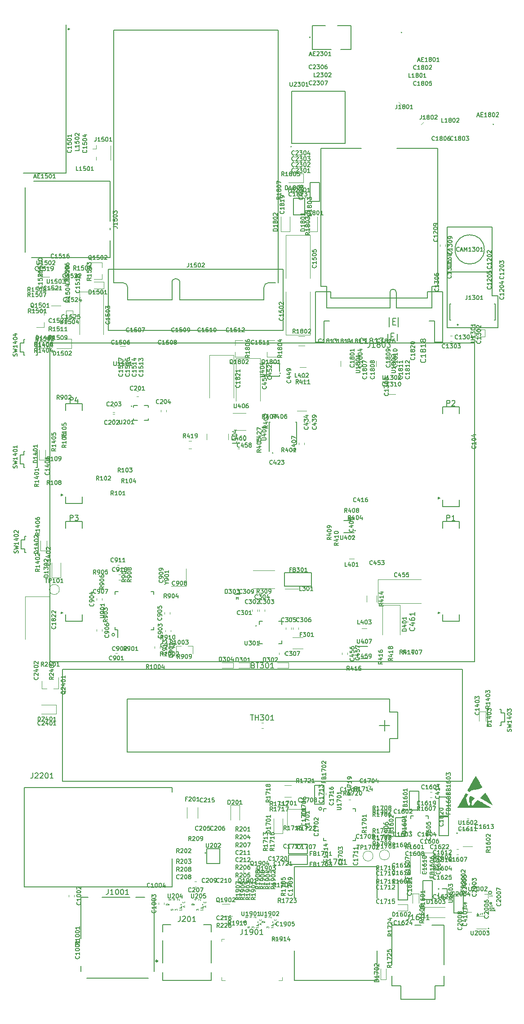
<source format=gbr>
G04 #@! TF.GenerationSoftware,KiCad,Pcbnew,5.0.0*
G04 #@! TF.CreationDate,2018-08-14T20:21:36-04:00*
G04 #@! TF.ProjectId,dvk-mx8m-bsb,64766B2D6D78386D2D6273622E6B6963,v0.1.0*
G04 #@! TF.SameCoordinates,Original*
G04 #@! TF.FileFunction,Legend,Top*
G04 #@! TF.FilePolarity,Positive*
%FSLAX46Y46*%
G04 Gerber Fmt 4.6, Leading zero omitted, Abs format (unit mm)*
G04 Created by KiCad (PCBNEW 5.0.0) date Tue Aug 14 20:21:36 2018*
%MOMM*%
%LPD*%
G01*
G04 APERTURE LIST*
%ADD10C,0.150000*%
%ADD11C,0.127000*%
%ADD12C,0.300000*%
%ADD13C,0.120000*%
%ADD14C,0.250000*%
%ADD15C,0.100000*%
%ADD16C,0.050000*%
%ADD17C,0.010000*%
G04 APERTURE END LIST*
D10*
G04 #@! TO.C,J1502*
X76000000Y-104600000D02*
X76000000Y-116100000D01*
X108900000Y-104600000D02*
X76000000Y-104600000D01*
X108900000Y-116100000D02*
X108900000Y-104600000D01*
X76000000Y-116100000D02*
X108900000Y-116100000D01*
D11*
G04 #@! TO.C,J1503*
X76300000Y-88000000D02*
X76300000Y-95500000D01*
X76300000Y-97100000D02*
X76300000Y-96800000D01*
X76300000Y-102400000D02*
X76300000Y-99200000D01*
X61500000Y-102400000D02*
X76300000Y-102400000D01*
X60300000Y-89200000D02*
X60300000Y-101400000D01*
X76300000Y-88000000D02*
X61900000Y-88000000D01*
G04 #@! TO.C,J1001*
X72200000Y-222875000D02*
X70787500Y-222875000D01*
X70787500Y-222875000D02*
X70787500Y-230675000D01*
X71900000Y-238125000D02*
X83500000Y-238125000D01*
X84612500Y-236875000D02*
X84612500Y-222975000D01*
X81100000Y-222875000D02*
X82800000Y-222875000D01*
X74750000Y-222875000D02*
X80000000Y-222875000D01*
X70787500Y-235825000D02*
X70787500Y-236875000D01*
D12*
X85250000Y-234875000D02*
G75*
G03X85250000Y-234875000I-150000J0D01*
G01*
D13*
G04 #@! TO.C,C1002*
X68490000Y-222424721D02*
X68490000Y-222750279D01*
X69510000Y-222424721D02*
X69510000Y-222750279D01*
D10*
G04 #@! TO.C,BT301*
X67350000Y-201050000D02*
X142650000Y-201050000D01*
X142650000Y-179950000D02*
X67350000Y-179950000D01*
X67350000Y-179950000D02*
X67350000Y-201050000D01*
X142650000Y-201050000D02*
X142650000Y-179950000D01*
X79500000Y-185500000D02*
X79500000Y-195500000D01*
X79500000Y-195500000D02*
X129000000Y-195500000D01*
X129000000Y-195500000D02*
X129000000Y-193000000D01*
X129000000Y-193000000D02*
X130500000Y-193000000D01*
X130500000Y-193000000D02*
X130500000Y-188000000D01*
X130500000Y-188000000D02*
X129000000Y-188000000D01*
X129000000Y-188000000D02*
X129000000Y-185500000D01*
X129000000Y-185500000D02*
X79500000Y-185500000D01*
X128000000Y-189500000D02*
X128000000Y-191500000D01*
X127000000Y-190500000D02*
X129000000Y-190500000D01*
D13*
G04 #@! TO.C,C1822*
X64860000Y-174250000D02*
X64860000Y-166190000D01*
X64860000Y-166190000D02*
X60340000Y-166190000D01*
X60340000Y-166190000D02*
X60340000Y-174250000D01*
D10*
G04 #@! TO.C,FB1601*
X134489000Y-206478000D02*
X132711000Y-206478000D01*
X134489000Y-202922000D02*
X134489000Y-206478000D01*
X132711000Y-202922000D02*
X134489000Y-202922000D01*
X132711000Y-206478000D02*
X132711000Y-202922000D01*
D13*
G04 #@! TO.C,C201*
X81287221Y-128525000D02*
X81612779Y-128525000D01*
X81287221Y-127505000D02*
X81612779Y-127505000D01*
G04 #@! TO.C,D1502*
X69050000Y-119450000D02*
X66250000Y-119450000D01*
X69050000Y-117750000D02*
X66250000Y-117750000D01*
X69050000Y-119450000D02*
X69050000Y-117750000D01*
G04 #@! TO.C,C455*
X126810000Y-167520000D02*
X134870000Y-167520000D01*
X126810000Y-163000000D02*
X126810000Y-167520000D01*
X134870000Y-163000000D02*
X126810000Y-163000000D01*
G04 #@! TO.C,C458*
X101747779Y-135790000D02*
X101422221Y-135790000D01*
X101747779Y-136810000D02*
X101422221Y-136810000D01*
G04 #@! TO.C,L403*
X123760000Y-174925000D02*
X124660000Y-174925000D01*
X123760000Y-172225000D02*
X124660000Y-172225000D01*
G04 #@! TO.C,U406*
X101900000Y-131640000D02*
X99450000Y-131640000D01*
X100100000Y-134860000D02*
X101900000Y-134860000D01*
G04 #@! TO.C,L404*
X94500000Y-135570000D02*
X94500000Y-136670000D01*
X98600000Y-135570000D02*
X98600000Y-136670000D01*
G04 #@! TO.C,C456*
X119990000Y-176837221D02*
X119990000Y-177162779D01*
X121010000Y-176837221D02*
X121010000Y-177162779D01*
D10*
G04 #@! TO.C,U407*
X122975000Y-175600000D02*
X124850000Y-175600000D01*
X123550000Y-177900000D02*
X124850000Y-177900000D01*
X122775000Y-176000000D02*
G75*
G03X122775000Y-176000000I-75000J0D01*
G01*
D13*
G04 #@! TO.C,D401*
X130935000Y-167825000D02*
X130935000Y-173425000D01*
X127635000Y-167825000D02*
X127635000Y-173425000D01*
X130935000Y-167825000D02*
X127635000Y-167825000D01*
G04 #@! TO.C,C460*
X100387221Y-138355000D02*
X100712779Y-138355000D01*
X100387221Y-137335000D02*
X100712779Y-137335000D01*
G04 #@! TO.C,R419*
X91141422Y-136910000D02*
X91658578Y-136910000D01*
X91141422Y-138330000D02*
X91658578Y-138330000D01*
D10*
G04 #@! TO.C,FB1603*
X138311000Y-204022000D02*
X140089000Y-204022000D01*
X138311000Y-207578000D02*
X138311000Y-204022000D01*
X140089000Y-207578000D02*
X138311000Y-207578000D01*
X140089000Y-204022000D02*
X140089000Y-207578000D01*
G04 #@! TO.C,MOD101*
X145000000Y-178500000D02*
X145000000Y-118500000D01*
X145000000Y-118500000D02*
X65000000Y-118500000D01*
X65000000Y-118500000D02*
X65000000Y-178500000D01*
X65000000Y-178500000D02*
X145000000Y-178500000D01*
G04 #@! TO.C,J1803*
X128600000Y-118040000D02*
X128600000Y-116740000D01*
X130400000Y-118040000D02*
X130400000Y-116740000D01*
X128900000Y-115440000D02*
X128900000Y-113640000D01*
X130600000Y-115440000D02*
X130600000Y-113640000D01*
X117900000Y-108840000D02*
X117900000Y-110040000D01*
X136100000Y-108840000D02*
X136100000Y-110020000D01*
X137400000Y-118340000D02*
X137400000Y-114340000D01*
X116600000Y-114340000D02*
X116600000Y-118340000D01*
X115000000Y-118340000D02*
X115000000Y-108840000D01*
X139000000Y-118340000D02*
X139000000Y-108840000D01*
X136400000Y-114340000D02*
X137400000Y-114340000D01*
X136100000Y-110040000D02*
X117900000Y-110040000D01*
X139000000Y-118340000D02*
X137400000Y-118340000D01*
X116600000Y-118340000D02*
X115000000Y-118340000D01*
X117900000Y-108840000D02*
X115000000Y-108840000D01*
X139000000Y-108840000D02*
X136100000Y-108840000D01*
X116600000Y-114340000D02*
X117600000Y-114340000D01*
D13*
G04 #@! TO.C,C1821*
X99550000Y-128820000D02*
X99550000Y-120760000D01*
X99550000Y-120760000D02*
X95030000Y-120760000D01*
X95030000Y-120760000D02*
X95030000Y-128820000D01*
D10*
G04 #@! TO.C,CAM1301*
X148300000Y-96600000D02*
X148300000Y-105100000D01*
X139800000Y-96600000D02*
X139800000Y-105100000D01*
X139800000Y-96600000D02*
X148300000Y-96600000D01*
X139800000Y-105100000D02*
X148300000Y-105100000D01*
X146800000Y-100850000D02*
G75*
G03X146800000Y-100850000I-2750000J0D01*
G01*
X148300000Y-109600000D02*
X148300000Y-105100000D01*
X149400000Y-109600000D02*
X148300000Y-109600000D01*
X149400000Y-115600000D02*
X149400000Y-109600000D01*
X139800000Y-115600000D02*
X149400000Y-115600000D01*
X139800000Y-105100000D02*
X139800000Y-115600000D01*
G04 #@! TO.C,U402*
X122250000Y-154225000D02*
X120375000Y-154225000D01*
X121675000Y-151925000D02*
X120375000Y-151925000D01*
X122500000Y-153825000D02*
G75*
G03X122500000Y-153825000I-75000J0D01*
G01*
D13*
G04 #@! TO.C,L401*
X122310000Y-154900000D02*
X121320000Y-154900000D01*
X122310000Y-159100000D02*
X121320000Y-159100000D01*
G04 #@! TO.C,R414*
X124690000Y-166057936D02*
X124690000Y-167262064D01*
X126510000Y-166057936D02*
X126510000Y-167262064D01*
G04 #@! TO.C,C454*
X100030000Y-121360000D02*
X100030000Y-129420000D01*
X104550000Y-121360000D02*
X100030000Y-121360000D01*
X104550000Y-129420000D02*
X104550000Y-121360000D01*
D10*
G04 #@! TO.C,U404*
X108400000Y-124150000D02*
G75*
G03X108400000Y-124150000I-75000J0D01*
G01*
X108200000Y-124500000D02*
X108200000Y-124700000D01*
X108200000Y-124700000D02*
X105800000Y-124700000D01*
X105800000Y-124700000D02*
X105800000Y-122300000D01*
X105800000Y-122300000D02*
X108200000Y-122300000D01*
X108200000Y-122300000D02*
X108200000Y-123800000D01*
G04 #@! TO.C,J1301*
X141900000Y-115050000D02*
G75*
G03X141900000Y-115050000I-100000J0D01*
G01*
X148900000Y-111150000D02*
X148700000Y-111150000D01*
X148900000Y-114150000D02*
X148900000Y-111150000D01*
X148700000Y-114150000D02*
X148900000Y-114150000D01*
X140300000Y-114150000D02*
X140500000Y-114150000D01*
X140300000Y-111150000D02*
X140300000Y-114150000D01*
X140500000Y-111150000D02*
X140300000Y-111150000D01*
G04 #@! TO.C,U301*
X103875000Y-171750000D02*
G75*
G03X103875000Y-171750000I-75000J0D01*
G01*
X104450000Y-171450000D02*
X104450000Y-170900000D01*
X104450000Y-170900000D02*
X105000000Y-170900000D01*
X108100000Y-170900000D02*
X108650000Y-170900000D01*
X108650000Y-170900000D02*
X108650000Y-171450000D01*
X108650000Y-174550000D02*
X108650000Y-175100000D01*
X108650000Y-175100000D02*
X108100000Y-175100000D01*
X105025000Y-175100000D02*
X104450000Y-175100000D01*
X104450000Y-175100000D02*
X104450000Y-174550000D01*
D13*
G04 #@! TO.C,Q1801*
X105850000Y-117940000D02*
X107310000Y-117940000D01*
X105850000Y-121100000D02*
X108010000Y-121100000D01*
X105850000Y-121100000D02*
X105850000Y-120170000D01*
X105850000Y-117940000D02*
X105850000Y-118870000D01*
G04 #@! TO.C,D1404*
X64800000Y-119387500D02*
X62950000Y-119387500D01*
X64800000Y-118187500D02*
X62950000Y-118187500D01*
X62950000Y-118187500D02*
X62950000Y-119387500D01*
G04 #@! TO.C,D1402*
X64350000Y-155700000D02*
X64350000Y-157550000D01*
X63150000Y-155700000D02*
X63150000Y-157550000D01*
X63150000Y-157550000D02*
X64350000Y-157550000D01*
D10*
G04 #@! TO.C,MOD1501*
X107450000Y-107150000D02*
X106100000Y-107150000D01*
X106100000Y-107150000D02*
G75*
G03X105300000Y-107950000I0J-800000D01*
G01*
X78800000Y-107150000D02*
X76950000Y-107150000D01*
X79600000Y-107950000D02*
G75*
G03X78800000Y-107150000I-800000J0D01*
G01*
X79600000Y-110350000D02*
X79600000Y-107950000D01*
X105300000Y-110350000D02*
X105300000Y-107950000D01*
X89450000Y-110350000D02*
X105300000Y-110350000D01*
X76950000Y-59550000D02*
X76950000Y-107150000D01*
X107950000Y-59550000D02*
X76950000Y-59550000D01*
X107950000Y-107150000D02*
X107950000Y-59550000D01*
X89450000Y-107100000D02*
G75*
G03X87950000Y-107100000I-750000J0D01*
G01*
X87950000Y-110350000D02*
X87950000Y-107100000D01*
X89450000Y-110350000D02*
X89450000Y-107100000D01*
X87950000Y-110350000D02*
X79600000Y-110350000D01*
G04 #@! TO.C,SW1404*
X60250000Y-120800000D02*
X60050000Y-120800000D01*
X60050000Y-120800000D02*
X60050000Y-120150000D01*
X60050000Y-117800000D02*
X60250000Y-117800000D01*
X62550000Y-117800000D02*
X62550000Y-120800000D01*
X60050000Y-120150000D02*
X59350000Y-120150000D01*
X59350000Y-120150000D02*
X59350000Y-118450000D01*
X59350000Y-118450000D02*
X60050000Y-118450000D01*
X60050000Y-118450000D02*
X60050000Y-117800000D01*
X62300000Y-117800000D02*
X62550000Y-117800000D01*
X62300000Y-120800000D02*
X62550000Y-120800000D01*
G04 #@! TO.C,SW1403*
X147700000Y-187510000D02*
X147450000Y-187510000D01*
X147700000Y-190510000D02*
X147450000Y-190510000D01*
X149950000Y-189860000D02*
X149950000Y-190510000D01*
X150650000Y-189860000D02*
X149950000Y-189860000D01*
X150650000Y-188160000D02*
X150650000Y-189860000D01*
X149950000Y-188160000D02*
X150650000Y-188160000D01*
X147450000Y-190510000D02*
X147450000Y-187510000D01*
X149950000Y-190510000D02*
X149750000Y-190510000D01*
X149950000Y-187510000D02*
X149950000Y-188160000D01*
X149750000Y-187510000D02*
X149950000Y-187510000D01*
G04 #@! TO.C,SW1401*
X60250000Y-141900000D02*
X60050000Y-141900000D01*
X60050000Y-141900000D02*
X60050000Y-141250000D01*
X60050000Y-138900000D02*
X60250000Y-138900000D01*
X62550000Y-138900000D02*
X62550000Y-141900000D01*
X60050000Y-141250000D02*
X59350000Y-141250000D01*
X59350000Y-141250000D02*
X59350000Y-139550000D01*
X59350000Y-139550000D02*
X60050000Y-139550000D01*
X60050000Y-139550000D02*
X60050000Y-138900000D01*
X62300000Y-138900000D02*
X62550000Y-138900000D01*
X62300000Y-141900000D02*
X62550000Y-141900000D01*
G04 #@! TO.C,SW1402*
X60450000Y-157900000D02*
X60250000Y-157900000D01*
X60250000Y-157900000D02*
X60250000Y-157250000D01*
X60250000Y-154900000D02*
X60450000Y-154900000D01*
X62750000Y-154900000D02*
X62750000Y-157900000D01*
X60250000Y-157250000D02*
X59550000Y-157250000D01*
X59550000Y-157250000D02*
X59550000Y-155550000D01*
X59550000Y-155550000D02*
X60250000Y-155550000D01*
X60250000Y-155550000D02*
X60250000Y-154900000D01*
X62500000Y-154900000D02*
X62750000Y-154900000D01*
X62500000Y-157900000D02*
X62750000Y-157900000D01*
G04 #@! TO.C,AE1501*
X68000000Y-58500000D02*
X68000000Y-86500000D01*
X68000000Y-86500000D02*
X60000000Y-86500000D01*
D14*
X68625000Y-59350000D02*
G75*
G03X68625000Y-59350000I-125000J0D01*
G01*
D10*
G04 #@! TO.C,AE2301*
X114000000Y-60900000D02*
G75*
G03X114000000Y-60900000I-75000J0D01*
G01*
X114425000Y-58675000D02*
X116850000Y-58675000D01*
X114425000Y-63175000D02*
X114425000Y-58675000D01*
X121675000Y-63175000D02*
X119760000Y-63175000D01*
X121675000Y-58675000D02*
X121675000Y-63175000D01*
X119150000Y-58675000D02*
X121675000Y-58675000D01*
X117940000Y-63175000D02*
X114425000Y-63175000D01*
G04 #@! TO.C,AE1801*
X131275000Y-60000000D02*
G75*
G03X131275000Y-60000000I-75000J0D01*
G01*
G04 #@! TO.C,AE1802*
X148575000Y-77300000D02*
G75*
G03X148575000Y-77300000I-75000J0D01*
G01*
G04 #@! TO.C,U2301*
X120600000Y-80900000D02*
X110800000Y-80900000D01*
X120600000Y-71100000D02*
X120600000Y-80900000D01*
X110550000Y-71100000D02*
X120600000Y-71100000D01*
X110550000Y-80900000D02*
X110550000Y-71100000D01*
X110800000Y-80900000D02*
X110550000Y-80900000D01*
X110475000Y-81500000D02*
G75*
G03X110475000Y-81500000I-75000J0D01*
G01*
D13*
G04 #@! TO.C,J1801*
X130700000Y-73100000D02*
X131200000Y-73600000D01*
G04 #@! TO.C,J1802*
X135400000Y-76800000D02*
X134900000Y-77300000D01*
D10*
G04 #@! TO.C,J2201*
X60100000Y-202245000D02*
X60100000Y-220945000D01*
X60100000Y-220945000D02*
X87950000Y-220945000D01*
X87950000Y-220945000D02*
X87950000Y-215595000D01*
X87950000Y-203095000D02*
X87950000Y-202245000D01*
X87950000Y-202245000D02*
X60100000Y-202245000D01*
G04 #@! TO.C,J1701*
X111010000Y-238500000D02*
X111010000Y-232940000D01*
X111005000Y-238500000D02*
X126590000Y-238500000D01*
X111005000Y-217130000D02*
X126595000Y-217130000D01*
X111000000Y-217130000D02*
X111000000Y-222900000D01*
X126600000Y-217130000D02*
X126600000Y-223000000D01*
X126610000Y-238500000D02*
X126610000Y-232960000D01*
D15*
G04 #@! TO.C,J1901*
X106775000Y-230750000D02*
X106775000Y-230450000D01*
X108200000Y-230750000D02*
X106775000Y-230750000D01*
X108725000Y-238500000D02*
X108075000Y-238500000D01*
X108725000Y-237925000D02*
X108725000Y-238500000D01*
X97275000Y-238500000D02*
X98000000Y-238500000D01*
X97275000Y-237900000D02*
X97275000Y-238500000D01*
X97275000Y-230750000D02*
X97850000Y-230750000D01*
X97275000Y-231125000D02*
X97275000Y-230750000D01*
X108350000Y-230750000D02*
X108700000Y-231075000D01*
X108200000Y-230750000D02*
X108350000Y-230750000D01*
D10*
G04 #@! TO.C,J201*
X87700000Y-228000000D02*
X86200000Y-228000000D01*
X86200000Y-228000000D02*
X86200000Y-229400000D01*
X86200000Y-238500000D02*
X95300000Y-238500000D01*
X95400000Y-238500000D02*
X95400000Y-237000000D01*
X86200000Y-238500000D02*
X86200000Y-237000000D01*
X86200000Y-231000000D02*
X86200000Y-235200000D01*
X95400000Y-235200000D02*
X95400000Y-231000000D01*
X95400000Y-229400000D02*
X95400000Y-228000000D01*
X95400000Y-228000000D02*
X93900000Y-228000000D01*
G04 #@! TO.C,U901*
X77725000Y-172525000D02*
X77725000Y-173900000D01*
X77275000Y-165275000D02*
X77275000Y-165800000D01*
X84525000Y-165275000D02*
X84525000Y-165800000D01*
X84525000Y-172525000D02*
X84525000Y-172000000D01*
X77275000Y-172525000D02*
X77275000Y-172000000D01*
X84525000Y-172525000D02*
X84000000Y-172525000D01*
X84525000Y-165275000D02*
X84000000Y-165275000D01*
X77275000Y-165275000D02*
X77800000Y-165275000D01*
X77275000Y-172525000D02*
X77725000Y-172525000D01*
X77150000Y-173400000D02*
G75*
G03X77150000Y-173400000I-250000J0D01*
G01*
G04 #@! TO.C,MOD1801*
X130225000Y-111840000D02*
X136925000Y-111840000D01*
X130225000Y-108940000D02*
G75*
G03X129025000Y-108940000I-600000J0D01*
G01*
X130225000Y-111840000D02*
X130225000Y-108940000D01*
X129025000Y-111840000D02*
X129025000Y-108940000D01*
X117075000Y-111840000D02*
X117075000Y-107840000D01*
X117075000Y-107840000D02*
X116000000Y-107840000D01*
X138000000Y-107840000D02*
X136925000Y-107840000D01*
X136925000Y-107840000D02*
X136925000Y-111840000D01*
X129025000Y-111840000D02*
X117075000Y-111840000D01*
X138000000Y-107840000D02*
X138000000Y-81840000D01*
X138000000Y-81840000D02*
X130330000Y-81840000D01*
X116000000Y-107840000D02*
X116000000Y-81840000D01*
X116000000Y-81840000D02*
X123670000Y-81840000D01*
D13*
G04 #@! TO.C,L1701*
X110400000Y-204000000D02*
X109200000Y-204000000D01*
X109200000Y-201800000D02*
X110400000Y-201800000D01*
G04 #@! TO.C,Y901*
X90600000Y-164250000D02*
X90600000Y-160950000D01*
X87800000Y-164250000D02*
X90600000Y-164250000D01*
G04 #@! TO.C,Y1701*
X109650000Y-206300000D02*
X109650000Y-210300000D01*
X112950000Y-206300000D02*
X109650000Y-206300000D01*
D11*
G04 #@! TO.C,U1701*
X116500000Y-212200000D02*
X116500000Y-211700000D01*
X117000000Y-212200000D02*
X116500000Y-212200000D01*
X122500000Y-212200000D02*
X122500000Y-211700000D01*
X122000000Y-212200000D02*
X122500000Y-212200000D01*
X122500000Y-206200000D02*
X122500000Y-206700000D01*
X122000000Y-206200000D02*
X122500000Y-206200000D01*
X116500000Y-206200000D02*
X116500000Y-206700000D01*
X117000000Y-206200000D02*
X116500000Y-206200000D01*
D10*
X116182843Y-206200000D02*
G75*
G03X116182843Y-206200000I-282843J0D01*
G01*
G04 #@! TO.C,U1902*
X105425000Y-227400000D02*
X105425000Y-227600000D01*
X106975000Y-227400000D02*
X106975000Y-227600000D01*
X107050000Y-227850000D02*
X107050000Y-228175000D01*
X107050000Y-228175000D02*
X106680000Y-228175000D01*
G04 #@! TO.C,U205*
X92175000Y-224100000D02*
X92175000Y-224300000D01*
X93725000Y-224100000D02*
X93725000Y-224300000D01*
X93800000Y-224550000D02*
X93800000Y-224875000D01*
X93800000Y-224875000D02*
X93430000Y-224875000D01*
G04 #@! TO.C,U1901*
X101825000Y-227400000D02*
X101825000Y-227600000D01*
X104175000Y-227400000D02*
X104175000Y-227600000D01*
X104250000Y-227850000D02*
X104250000Y-228175000D01*
X104250000Y-228175000D02*
X103880000Y-228175000D01*
G04 #@! TO.C,U204*
X87375000Y-224100000D02*
X87375000Y-224300000D01*
X89725000Y-224100000D02*
X89725000Y-224300000D01*
X89800000Y-224550000D02*
X89800000Y-224875000D01*
X89800000Y-224875000D02*
X89430000Y-224875000D01*
D13*
G04 #@! TO.C,D201*
X100675000Y-205500000D02*
X100675000Y-208300000D01*
X98975000Y-205500000D02*
X98975000Y-208300000D01*
X100675000Y-205500000D02*
X98975000Y-205500000D01*
G04 #@! TO.C,D1702*
X127300000Y-238400000D02*
X127300000Y-236300000D01*
X128300000Y-238400000D02*
X128300000Y-236300000D01*
X127300000Y-238400000D02*
X128300000Y-238400000D01*
G04 #@! TO.C,D304*
X99500000Y-179650000D02*
X97400000Y-179650000D01*
X99500000Y-178650000D02*
X97400000Y-178650000D01*
X99500000Y-179650000D02*
X99500000Y-178650000D01*
G04 #@! TO.C,D302*
X109900000Y-179650000D02*
X107800000Y-179650000D01*
X109900000Y-178650000D02*
X107800000Y-178650000D01*
X109900000Y-179650000D02*
X109900000Y-178650000D01*
G04 #@! TO.C,D301*
X102650000Y-179650000D02*
X100550000Y-179650000D01*
X102650000Y-178650000D02*
X100550000Y-178650000D01*
X102650000Y-179650000D02*
X102650000Y-178650000D01*
G04 #@! TO.C,J1501*
X73665000Y-81250000D02*
X73665000Y-81890000D01*
X73665000Y-84050000D02*
X73665000Y-83410000D01*
X73665000Y-81890000D02*
X73035000Y-81890000D01*
X76385000Y-81300000D02*
X76385000Y-84000000D01*
D10*
G04 #@! TO.C,U401*
X106315000Y-137520000D02*
X106315000Y-138920000D01*
X111415000Y-137520000D02*
X111415000Y-133370000D01*
X106265000Y-137520000D02*
X106265000Y-133370000D01*
X111415000Y-137520000D02*
X111270000Y-137520000D01*
X111415000Y-133370000D02*
X111270000Y-133370000D01*
X106265000Y-133370000D02*
X106410000Y-133370000D01*
X106265000Y-137520000D02*
X106315000Y-137520000D01*
X107010000Y-139195000D02*
G75*
G03X107010000Y-139195000I-75000J0D01*
G01*
G04 #@! TO.C,D303*
X100770000Y-165791000D02*
X99770000Y-165791000D01*
X100470000Y-166341000D02*
X100470000Y-166741000D01*
X100070000Y-166741000D02*
X100070000Y-166341000D01*
X100470000Y-166441000D02*
X100070000Y-166441000D01*
D13*
G04 #@! TO.C,D1302*
X65300000Y-162650000D02*
X65300000Y-159850000D01*
X67000000Y-162650000D02*
X67000000Y-159850000D01*
X65300000Y-162650000D02*
X67000000Y-162650000D01*
G04 #@! TO.C,D1401*
X64150000Y-138650000D02*
X64150000Y-140500000D01*
X62950000Y-138650000D02*
X62950000Y-140500000D01*
X62950000Y-140500000D02*
X64150000Y-140500000D01*
G04 #@! TO.C,D1403*
X145850000Y-189710000D02*
X145850000Y-187860000D01*
X147050000Y-189710000D02*
X147050000Y-187860000D01*
X147050000Y-187860000D02*
X145850000Y-187860000D01*
G04 #@! TO.C,D1501*
X73300000Y-107000000D02*
X75150000Y-107000000D01*
X73300000Y-108200000D02*
X75150000Y-108200000D01*
X75150000Y-108200000D02*
X75150000Y-107000000D01*
G04 #@! TO.C,D1601*
X133300000Y-224000000D02*
X133300000Y-222150000D01*
X134500000Y-224000000D02*
X134500000Y-222150000D01*
X134500000Y-222150000D02*
X133300000Y-222150000D01*
G04 #@! TO.C,D1602*
X130500000Y-224200000D02*
X132350000Y-224200000D01*
X130500000Y-225400000D02*
X132350000Y-225400000D01*
X132350000Y-225400000D02*
X132350000Y-224200000D01*
G04 #@! TO.C,D1701*
X107150000Y-210850000D02*
X107150000Y-208050000D01*
X108850000Y-210850000D02*
X108850000Y-208050000D01*
X107150000Y-210850000D02*
X108850000Y-210850000D01*
G04 #@! TO.C,D1801*
X113650000Y-97450000D02*
X113650000Y-94650000D01*
X115350000Y-97450000D02*
X115350000Y-94650000D01*
X113650000Y-97450000D02*
X115350000Y-97450000D01*
G04 #@! TO.C,D1802*
X108450000Y-97450000D02*
X108450000Y-94650000D01*
X110150000Y-97450000D02*
X110150000Y-94650000D01*
X108450000Y-97450000D02*
X110150000Y-97450000D01*
G04 #@! TO.C,D1803*
X112750000Y-88250000D02*
X109950000Y-88250000D01*
X112750000Y-86550000D02*
X109950000Y-86550000D01*
X112750000Y-88250000D02*
X112750000Y-86550000D01*
G04 #@! TO.C,D2401*
X66150000Y-188300000D02*
X66150000Y-186600000D01*
X66150000Y-186600000D02*
X63350000Y-186600000D01*
X66150000Y-188300000D02*
X63350000Y-188300000D01*
D10*
G04 #@! TO.C,FB301*
X109175500Y-161730000D02*
X109175500Y-164270000D01*
X114255500Y-161730000D02*
X109175500Y-161730000D01*
X114255500Y-164270000D02*
X114255500Y-161730000D01*
X109175500Y-164270000D02*
X114255500Y-164270000D01*
G04 #@! TO.C,FB1602*
X131839000Y-211478000D02*
X130061000Y-211478000D01*
X131839000Y-207922000D02*
X131839000Y-211478000D01*
X130061000Y-207922000D02*
X131839000Y-207922000D01*
X130061000Y-211478000D02*
X130061000Y-207922000D01*
G04 #@! TO.C,FB1606*
X135211000Y-219722000D02*
X136989000Y-219722000D01*
X135211000Y-223278000D02*
X135211000Y-219722000D01*
X136989000Y-223278000D02*
X135211000Y-223278000D01*
X136989000Y-219722000D02*
X136989000Y-223278000D01*
G04 #@! TO.C,FB1607*
X130611000Y-219822000D02*
X132389000Y-219822000D01*
X130611000Y-223378000D02*
X130611000Y-219822000D01*
X132389000Y-223378000D02*
X130611000Y-223378000D01*
X132389000Y-219822000D02*
X132389000Y-223378000D01*
G04 #@! TO.C,FB1608*
X140089000Y-207722000D02*
X140089000Y-211278000D01*
X140089000Y-211278000D02*
X138311000Y-211278000D01*
X138311000Y-211278000D02*
X138311000Y-207722000D01*
X138311000Y-207722000D02*
X140089000Y-207722000D01*
G04 #@! TO.C,FB1701*
X113478000Y-212911000D02*
X113478000Y-214689000D01*
X109922000Y-212911000D02*
X113478000Y-212911000D01*
X109922000Y-214689000D02*
X109922000Y-212911000D01*
X113478000Y-214689000D02*
X109922000Y-214689000D01*
G04 #@! TO.C,FB1702*
X114861000Y-201822000D02*
X116639000Y-201822000D01*
X114861000Y-205378000D02*
X114861000Y-201822000D01*
X116639000Y-205378000D02*
X114861000Y-205378000D01*
X116639000Y-201822000D02*
X116639000Y-205378000D01*
G04 #@! TO.C,FB1703*
X113478000Y-214911000D02*
X113478000Y-216689000D01*
X109922000Y-214911000D02*
X113478000Y-214911000D01*
X109922000Y-216689000D02*
X109922000Y-214911000D01*
X113478000Y-216689000D02*
X109922000Y-216689000D01*
G04 #@! TO.C,FB2002*
X141111000Y-222272000D02*
X142889000Y-222272000D01*
X141111000Y-225828000D02*
X141111000Y-222272000D01*
X142889000Y-225828000D02*
X141111000Y-225828000D01*
X142889000Y-222272000D02*
X142889000Y-225828000D01*
G04 #@! TO.C,FB2301*
X115789000Y-88272000D02*
X115789000Y-91828000D01*
X115789000Y-91828000D02*
X114011000Y-91828000D01*
X114011000Y-91828000D02*
X114011000Y-88272000D01*
X114011000Y-88272000D02*
X115789000Y-88272000D01*
D13*
G04 #@! TO.C,L301*
X109265000Y-170190000D02*
X111811000Y-170190000D01*
X109265000Y-164810000D02*
X111811000Y-164810000D01*
G04 #@! TO.C,L402*
X111535000Y-131240000D02*
X113265000Y-131240000D01*
X111535000Y-125560000D02*
X113265000Y-125560000D01*
G04 #@! TO.C,Q1501*
X63860000Y-115480000D02*
X62400000Y-115480000D01*
X63860000Y-112320000D02*
X61700000Y-112320000D01*
X63860000Y-112320000D02*
X63860000Y-113250000D01*
X63860000Y-115480000D02*
X63860000Y-114550000D01*
G04 #@! TO.C,Q1802*
X99850000Y-117940000D02*
X101310000Y-117940000D01*
X99850000Y-121100000D02*
X102010000Y-121100000D01*
X99850000Y-121100000D02*
X99850000Y-120170000D01*
X99850000Y-117940000D02*
X99850000Y-118870000D01*
D15*
G04 #@! TO.C,Q1901*
X100500000Y-220350000D02*
G75*
G03X100500000Y-220350000I-50000J0D01*
G01*
D13*
X102600000Y-220040000D02*
X100700000Y-220040000D01*
X101200000Y-222360000D02*
X102600000Y-222360000D01*
G04 #@! TO.C,Q1902*
X98800000Y-224140000D02*
X97400000Y-224140000D01*
X97400000Y-226460000D02*
X99300000Y-226460000D01*
D15*
X99600000Y-226150000D02*
G75*
G03X99600000Y-226150000I-50000J0D01*
G01*
D13*
G04 #@! TO.C,Q1903*
X105000000Y-220460000D02*
X106400000Y-220460000D01*
X106400000Y-218140000D02*
X104500000Y-218140000D01*
D15*
X104300000Y-218450000D02*
G75*
G03X104300000Y-218450000I-50000J0D01*
G01*
D13*
G04 #@! TO.C,Q1904*
X103760000Y-218800000D02*
X103760000Y-217400000D01*
X101440000Y-217400000D02*
X101440000Y-219300000D01*
D15*
X101800000Y-219550000D02*
G75*
G03X101800000Y-219550000I-50000J0D01*
G01*
D13*
G04 #@! TO.C,U1301*
X145600000Y-115950000D02*
X145600000Y-116950000D01*
X146900000Y-115950000D02*
X145600000Y-115950000D01*
X146900000Y-117250000D02*
X146900000Y-115950000D01*
X146000000Y-117250000D02*
X146900000Y-117250000D01*
D10*
X145675000Y-117250000D02*
G75*
G03X145675000Y-117250000I-75000J0D01*
G01*
D13*
G04 #@! TO.C,U1302*
X128650000Y-128160000D02*
X130050000Y-128160000D01*
X130050000Y-125840000D02*
X128150000Y-125840000D01*
D10*
X127825000Y-125840000D02*
G75*
G03X127825000Y-125840000I-75000J0D01*
G01*
D15*
G04 #@! TO.C,U1501*
X78200000Y-119100000D02*
X79200000Y-119100000D01*
D13*
X78100000Y-121700000D02*
X79790000Y-121700000D01*
D10*
X80025000Y-121250000D02*
G75*
G03X80025000Y-121250000I-75000J0D01*
G01*
D13*
G04 #@! TO.C,U1502*
X63300000Y-104200000D02*
X64850000Y-104200000D01*
X64850000Y-106000000D02*
X63550000Y-106000000D01*
D10*
X63025000Y-104600000D02*
G75*
G03X63025000Y-104600000I-75000J0D01*
G01*
D13*
G04 #@! TO.C,U1503*
X67000000Y-108190000D02*
X64550000Y-108190000D01*
X65200000Y-111410000D02*
X67000000Y-111410000D01*
G04 #@! TO.C,U1504*
X68000000Y-113650000D02*
X69000000Y-113650000D01*
X68000000Y-112350000D02*
X68000000Y-113650000D01*
X69300000Y-112350000D02*
X68000000Y-112350000D01*
X69300000Y-113250000D02*
X69300000Y-112350000D01*
D10*
X69375000Y-113650000D02*
G75*
G03X69375000Y-113650000I-75000J0D01*
G01*
D13*
G04 #@! TO.C,U1602*
X144575000Y-210115000D02*
X142125000Y-210115000D01*
X142775000Y-213335000D02*
X144575000Y-213335000D01*
D10*
X141750000Y-210775000D02*
G75*
G03X141750000Y-210775000I-75000J0D01*
G01*
G04 #@! TO.C,U1603*
X138275000Y-221300000D02*
G75*
G03X138275000Y-221300000I-75000J0D01*
G01*
X138900000Y-221300000D02*
X139800000Y-221300000D01*
X139800000Y-221300000D02*
X139800000Y-222900000D01*
X139800000Y-222900000D02*
X138200000Y-222900000D01*
X138200000Y-222900000D02*
X138200000Y-222000000D01*
D15*
G04 #@! TO.C,U1801*
X119700000Y-122900000D02*
X119700000Y-121900000D01*
D13*
X122300000Y-123000000D02*
X122300000Y-121310000D01*
D10*
X121925000Y-121150000D02*
G75*
G03X121925000Y-121150000I-75000J0D01*
G01*
D15*
G04 #@! TO.C,U1802*
X126400000Y-122900000D02*
X126400000Y-121900000D01*
D13*
X129000000Y-123000000D02*
X129000000Y-121310000D01*
D10*
X128625000Y-121150000D02*
G75*
G03X128625000Y-121150000I-75000J0D01*
G01*
G04 #@! TO.C,U1803*
X110850000Y-91250000D02*
X112950000Y-91250000D01*
X112950000Y-94350000D02*
X110850000Y-94350000D01*
X110850000Y-91250000D02*
X110850000Y-94350000D01*
X112950000Y-94350000D02*
X112950000Y-91250000D01*
X113225000Y-91050000D02*
G75*
G03X113225000Y-91050000I-75000J0D01*
G01*
D13*
G04 #@! TO.C,U2002*
X144400000Y-225700000D02*
X143650000Y-225700000D01*
X147550000Y-225000000D02*
X147550000Y-225700000D01*
X146800000Y-222300000D02*
X147550000Y-222300000D01*
X147550000Y-222300000D02*
X147550000Y-223000000D01*
X147550000Y-225700000D02*
X146800000Y-225700000D01*
X143650000Y-225700000D02*
X143650000Y-225000000D01*
X143800000Y-222300000D02*
G75*
G03X143800000Y-222300000I-150000J0D01*
G01*
X143710000Y-222300000D02*
G75*
G03X143710000Y-222300000I-60000J0D01*
G01*
D10*
X143500000Y-224000000D02*
X143000000Y-224000000D01*
X143000000Y-224000000D02*
X143200000Y-223800000D01*
X143200000Y-223800000D02*
X143200000Y-224200000D01*
X143200000Y-224200000D02*
X143000000Y-224000000D01*
X147700000Y-224000000D02*
X148200000Y-224000000D01*
X148200000Y-224000000D02*
X148000000Y-223800000D01*
X148000000Y-223800000D02*
X148000000Y-224200000D01*
X148000000Y-224200000D02*
X148200000Y-224000000D01*
X145600000Y-225850000D02*
X145600000Y-226350000D01*
X145600000Y-226350000D02*
X145400000Y-226150000D01*
X145400000Y-226150000D02*
X145800000Y-226150000D01*
X145800000Y-226150000D02*
X145600000Y-226350000D01*
X148200000Y-222000000D02*
G75*
G03X148200000Y-222000000I-300000J0D01*
G01*
D16*
X147925000Y-222000000D02*
G75*
G03X147925000Y-222000000I-25000J0D01*
G01*
D13*
G04 #@! TO.C,U2003*
X146700000Y-226440000D02*
X145300000Y-226440000D01*
X145300000Y-228760000D02*
X147200000Y-228760000D01*
D10*
X147675000Y-228760000D02*
G75*
G03X147675000Y-228760000I-75000J0D01*
G01*
G04 #@! TO.C,P1*
X138925000Y-169650000D02*
X138925000Y-170900000D01*
X142075000Y-169650000D02*
X142075000Y-170900000D01*
X138925000Y-152100000D02*
X138925000Y-153350000D01*
X142075000Y-152100000D02*
X138925000Y-152100000D01*
X138450000Y-169300000D02*
X138100000Y-169150000D01*
X138100000Y-169150000D02*
X138100000Y-169450000D01*
X138100000Y-169450000D02*
X138450000Y-169300000D01*
X138450000Y-169300000D02*
X138100000Y-169300000D01*
X142075000Y-170900000D02*
X138925000Y-170900000D01*
X142075000Y-152100000D02*
X142075000Y-153350000D01*
G04 #@! TO.C,P3*
X67925000Y-169650000D02*
X67925000Y-170900000D01*
X71075000Y-169650000D02*
X71075000Y-170900000D01*
X67925000Y-152100000D02*
X67925000Y-153350000D01*
X71075000Y-152100000D02*
X67925000Y-152100000D01*
X67450000Y-169300000D02*
X67100000Y-169150000D01*
X67100000Y-169150000D02*
X67100000Y-169450000D01*
X67100000Y-169450000D02*
X67450000Y-169300000D01*
X67450000Y-169300000D02*
X67100000Y-169300000D01*
X71075000Y-170900000D02*
X67925000Y-170900000D01*
X71075000Y-152100000D02*
X71075000Y-153350000D01*
G04 #@! TO.C,P4*
X67925000Y-147450000D02*
X67925000Y-148700000D01*
X71075000Y-147450000D02*
X71075000Y-148700000D01*
X67925000Y-129900000D02*
X67925000Y-131150000D01*
X71075000Y-129900000D02*
X67925000Y-129900000D01*
X67450000Y-147100000D02*
X67100000Y-146950000D01*
X67100000Y-146950000D02*
X67100000Y-147250000D01*
X67100000Y-147250000D02*
X67450000Y-147100000D01*
X67450000Y-147100000D02*
X67100000Y-147100000D01*
X71075000Y-148700000D02*
X67925000Y-148700000D01*
X71075000Y-129900000D02*
X71075000Y-131150000D01*
G04 #@! TO.C,P2*
X138925000Y-148050000D02*
X138925000Y-149300000D01*
X142075000Y-148050000D02*
X142075000Y-149300000D01*
X138925000Y-130500000D02*
X138925000Y-131750000D01*
X142075000Y-130500000D02*
X138925000Y-130500000D01*
X138450000Y-147700000D02*
X138100000Y-147550000D01*
X138100000Y-147550000D02*
X138100000Y-147850000D01*
X138100000Y-147850000D02*
X138450000Y-147700000D01*
X138450000Y-147700000D02*
X138100000Y-147700000D01*
X142075000Y-149300000D02*
X138925000Y-149300000D01*
X142075000Y-130500000D02*
X142075000Y-131750000D01*
D13*
G04 #@! TO.C,D1603*
X135450000Y-224700000D02*
X139350000Y-224700000D01*
X135450000Y-226700000D02*
X139350000Y-226700000D01*
X135450000Y-224700000D02*
X135450000Y-226700000D01*
D10*
G04 #@! TO.C,J1601*
X131100000Y-239575000D02*
X129400000Y-239575000D01*
X137500000Y-239575000D02*
X139200000Y-239575000D01*
X131100000Y-242075000D02*
X137500000Y-242075000D01*
X131100000Y-242075000D02*
X131100000Y-239575000D01*
X137500000Y-242075000D02*
X137500000Y-239575000D01*
X129400000Y-239575000D02*
X129400000Y-237725000D01*
X139200000Y-239575000D02*
X139200000Y-237725000D01*
X133700000Y-228075000D02*
X134900000Y-228075000D01*
X131700000Y-228075000D02*
X129400000Y-228075000D01*
X129400000Y-228075000D02*
X129400000Y-235575000D01*
X136900000Y-228075000D02*
X139200000Y-228075000D01*
X139200000Y-228075000D02*
X139200000Y-235575000D01*
D13*
G04 #@! TO.C,F201*
X92850000Y-205960000D02*
X92850000Y-207960000D01*
X90750000Y-207960000D02*
X90750000Y-205960000D01*
G04 #@! TO.C,F301*
X110650000Y-173935000D02*
X112650000Y-173935000D01*
X112650000Y-176035000D02*
X110650000Y-176035000D01*
D10*
G04 #@! TO.C,U202*
X94550000Y-213735000D02*
X94550000Y-216535000D01*
X94550000Y-216535000D02*
X96950000Y-216535000D01*
X96950000Y-216535000D02*
X96950000Y-213735000D01*
X96950000Y-213735000D02*
X94550000Y-213735000D01*
X94325000Y-214535000D02*
G75*
G03X94325000Y-214535000I-75000J0D01*
G01*
G04 #@! TO.C,U1601*
X132975000Y-207575000D02*
X132975000Y-208075000D01*
X136225000Y-207575000D02*
X136225000Y-208075000D01*
X136225000Y-210825000D02*
X136225000Y-210325000D01*
X132975000Y-210825000D02*
X132975000Y-210325000D01*
X136225000Y-207575000D02*
X135725000Y-207575000D01*
X136225000Y-210825000D02*
X135725000Y-210825000D01*
X132975000Y-207575000D02*
X133475000Y-207575000D01*
X133175000Y-211200000D02*
G75*
G03X133175000Y-211200000I-75000J0D01*
G01*
G04 #@! TO.C,U201*
X80425000Y-130390000D02*
G75*
G03X80425000Y-130390000I-75000J0D01*
G01*
X83500000Y-130240000D02*
X82750000Y-130240000D01*
X83500000Y-130240000D02*
X83500000Y-130590000D01*
X83500000Y-132690000D02*
X83500000Y-133040000D01*
X83500000Y-133040000D02*
X82750000Y-133040000D01*
X81450000Y-133040000D02*
X80700000Y-133040000D01*
X80700000Y-133040000D02*
X80700000Y-132690000D01*
X80700000Y-130590000D02*
X80700000Y-130240000D01*
X80700000Y-130240000D02*
X81450000Y-130240000D01*
D13*
G04 #@! TO.C,C207*
X92587779Y-219900000D02*
X92262221Y-219900000D01*
X92587779Y-220920000D02*
X92262221Y-220920000D01*
G04 #@! TO.C,C202*
X76857221Y-132855000D02*
X77182779Y-132855000D01*
X76857221Y-131835000D02*
X77182779Y-131835000D01*
G04 #@! TO.C,C204*
X86855000Y-131444779D02*
X86855000Y-131119221D01*
X85835000Y-131444779D02*
X85835000Y-131119221D01*
G04 #@! TO.C,C305*
X110435000Y-172402779D02*
X110435000Y-172077221D01*
X109415000Y-172402779D02*
X109415000Y-172077221D01*
G04 #@! TO.C,C306*
X111785000Y-172402779D02*
X111785000Y-172077221D01*
X110765000Y-172402779D02*
X110765000Y-172077221D01*
G04 #@! TO.C,C307*
X108175000Y-176837221D02*
X108175000Y-177162779D01*
X109195000Y-176837221D02*
X109195000Y-177162779D01*
G04 #@! TO.C,C407*
X112890000Y-137570279D02*
X112890000Y-137244721D01*
X111870000Y-137570279D02*
X111870000Y-137244721D01*
G04 #@! TO.C,C439*
X112890000Y-133237221D02*
X112890000Y-133562779D01*
X113910000Y-133237221D02*
X113910000Y-133562779D01*
G04 #@! TO.C,C901*
X77662779Y-175890000D02*
X77337221Y-175890000D01*
X77662779Y-176910000D02*
X77337221Y-176910000D01*
G04 #@! TO.C,C903*
X87710000Y-172862779D02*
X87710000Y-172537221D01*
X86690000Y-172862779D02*
X86690000Y-172537221D01*
G04 #@! TO.C,C904*
X74810000Y-166862779D02*
X74810000Y-166537221D01*
X73790000Y-166862779D02*
X73790000Y-166537221D01*
G04 #@! TO.C,C905*
X86590000Y-169512779D02*
X86590000Y-169187221D01*
X87610000Y-169512779D02*
X87610000Y-169187221D01*
G04 #@! TO.C,C906*
X73790000Y-172437221D02*
X73790000Y-172762779D01*
X74810000Y-172437221D02*
X74810000Y-172762779D01*
G04 #@! TO.C,C910*
X77937221Y-163110000D02*
X78262779Y-163110000D01*
X77937221Y-162090000D02*
X78262779Y-162090000D01*
G04 #@! TO.C,C911*
X77637221Y-161310000D02*
X77962779Y-161310000D01*
X77637221Y-160290000D02*
X77962779Y-160290000D01*
G04 #@! TO.C,C913*
X84690000Y-175637221D02*
X84690000Y-175962779D01*
X85710000Y-175637221D02*
X85710000Y-175962779D01*
G04 #@! TO.C,C1003*
X86510000Y-224250279D02*
X86510000Y-223924721D01*
X85490000Y-224250279D02*
X85490000Y-223924721D01*
G04 #@! TO.C,C1303*
X140762779Y-117140000D02*
X140437221Y-117140000D01*
X140762779Y-118160000D02*
X140437221Y-118160000D01*
G04 #@! TO.C,C1309*
X139460000Y-99937221D02*
X139460000Y-100262779D01*
X138440000Y-99937221D02*
X138440000Y-100262779D01*
G04 #@! TO.C,C1502*
X113960000Y-116910000D02*
X113960000Y-108850000D01*
X109440000Y-116910000D02*
X113960000Y-116910000D01*
X109440000Y-108850000D02*
X109440000Y-116910000D01*
G04 #@! TO.C,C1503*
X70540000Y-108790000D02*
X70540000Y-116850000D01*
X75060000Y-108790000D02*
X70540000Y-108790000D01*
X75060000Y-116850000D02*
X75060000Y-108790000D01*
G04 #@! TO.C,C1505*
X109440000Y-98190000D02*
X109440000Y-106250000D01*
X113960000Y-98190000D02*
X109440000Y-98190000D01*
X113960000Y-106250000D02*
X113960000Y-98190000D01*
G04 #@! TO.C,C1601*
X136562221Y-204060000D02*
X136887779Y-204060000D01*
X136562221Y-203040000D02*
X136887779Y-203040000D01*
G04 #@! TO.C,C1609*
X135465000Y-214490000D02*
X135465000Y-218400000D01*
X137335000Y-214490000D02*
X135465000Y-214490000D01*
X137335000Y-218400000D02*
X137335000Y-214490000D01*
G04 #@! TO.C,C1610*
X132865000Y-214490000D02*
X132865000Y-218400000D01*
X134735000Y-214490000D02*
X132865000Y-214490000D01*
X134735000Y-218400000D02*
X134735000Y-214490000D01*
G04 #@! TO.C,C1611*
X143837779Y-208090000D02*
X143512221Y-208090000D01*
X143837779Y-209110000D02*
X143512221Y-209110000D01*
G04 #@! TO.C,C1704*
X124937221Y-202910000D02*
X125262779Y-202910000D01*
X124937221Y-201890000D02*
X125262779Y-201890000D01*
G04 #@! TO.C,C1713*
X118010000Y-203562779D02*
X118010000Y-203237221D01*
X116990000Y-203562779D02*
X116990000Y-203237221D01*
G04 #@! TO.C,C1718*
X121249721Y-204510000D02*
X121575279Y-204510000D01*
X121249721Y-203490000D02*
X121575279Y-203490000D01*
G04 #@! TO.C,C2005*
X145010000Y-220562779D02*
X145010000Y-220237221D01*
X143990000Y-220562779D02*
X143990000Y-220237221D01*
G04 #@! TO.C,Q901*
X91880000Y-175540000D02*
X91880000Y-177000000D01*
X88720000Y-175540000D02*
X88720000Y-177700000D01*
X88720000Y-175540000D02*
X89650000Y-175540000D01*
X91880000Y-175540000D02*
X90950000Y-175540000D01*
G04 #@! TO.C,Q1502*
X74760000Y-106480000D02*
X73300000Y-106480000D01*
X74760000Y-103320000D02*
X72600000Y-103320000D01*
X74760000Y-103320000D02*
X74760000Y-104250000D01*
X74760000Y-106480000D02*
X74760000Y-105550000D01*
G04 #@! TO.C,Q2401*
X63445000Y-183610000D02*
X64375000Y-183610000D01*
X66605000Y-183610000D02*
X65675000Y-183610000D01*
X66605000Y-183610000D02*
X66605000Y-181450000D01*
X63445000Y-183610000D02*
X63445000Y-182150000D01*
G04 #@! TO.C,R309*
X107327564Y-161290000D02*
X103223436Y-161290000D01*
X107327564Y-164710000D02*
X103223436Y-164710000D01*
G04 #@! TO.C,R411*
X113222064Y-123065000D02*
X112017936Y-123065000D01*
X113222064Y-124885000D02*
X112017936Y-124885000D01*
G04 #@! TO.C,R1802*
X111797936Y-119010000D02*
X113002064Y-119010000D01*
X111797936Y-117190000D02*
X113002064Y-117190000D01*
G04 #@! TO.C,TP101*
X66750000Y-164900000D02*
G75*
G03X66750000Y-164900000I-950000J0D01*
G01*
G04 #@! TO.C,TP1701*
X128950000Y-214900000D02*
G75*
G03X128950000Y-214900000I-950000J0D01*
G01*
G04 #@! TO.C,TP1702*
X125850000Y-215100000D02*
G75*
G03X125850000Y-215100000I-950000J0D01*
G01*
G04 #@! TO.C,C1607*
X141950779Y-213815000D02*
X141625221Y-213815000D01*
X141950779Y-214835000D02*
X141625221Y-214835000D01*
G04 #@! TO.C,C203*
X76857221Y-131505000D02*
X77182779Y-131505000D01*
X76857221Y-130485000D02*
X77182779Y-130485000D01*
G04 #@! TO.C,C302*
X104110000Y-169012779D02*
X104110000Y-168687221D01*
X103090000Y-169012779D02*
X103090000Y-168687221D01*
G04 #@! TO.C,C304*
X105460000Y-169012779D02*
X105460000Y-168687221D01*
X104440000Y-169012779D02*
X104440000Y-168687221D01*
G04 #@! TO.C,TH301*
X104837221Y-191010000D02*
X105162779Y-191010000D01*
X104837221Y-189990000D02*
X105162779Y-189990000D01*
G04 #@! TO.C,C461*
X131315000Y-170787221D02*
X131315000Y-171112779D01*
X132335000Y-170787221D02*
X132335000Y-171112779D01*
D17*
G04 #@! TO.C,REF\002A\002A*
G36*
X145164043Y-200085835D02*
X145187065Y-200123245D01*
X145222534Y-200182514D01*
X145268996Y-200261118D01*
X145324996Y-200356538D01*
X145389081Y-200466250D01*
X145459796Y-200587734D01*
X145535687Y-200718468D01*
X145615299Y-200855930D01*
X145697178Y-200997598D01*
X145779870Y-201140951D01*
X145861921Y-201283467D01*
X145941876Y-201422624D01*
X146018281Y-201555901D01*
X146089682Y-201680776D01*
X146154624Y-201794727D01*
X146211653Y-201895233D01*
X146259315Y-201979772D01*
X146296155Y-202045822D01*
X146320720Y-202090862D01*
X146331554Y-202112370D01*
X146331951Y-202113714D01*
X146318501Y-202131965D01*
X146281114Y-202159882D01*
X146224235Y-202194725D01*
X146152312Y-202233754D01*
X146077015Y-202270843D01*
X145974560Y-202315817D01*
X145866817Y-202356226D01*
X145750073Y-202392969D01*
X145620618Y-202426942D01*
X145474740Y-202459044D01*
X145308726Y-202490173D01*
X145118866Y-202521227D01*
X144922469Y-202550145D01*
X144751834Y-202575800D01*
X144608545Y-202601198D01*
X144489008Y-202627602D01*
X144389630Y-202656273D01*
X144306818Y-202688473D01*
X144236978Y-202725465D01*
X144176518Y-202768512D01*
X144121845Y-202818875D01*
X144104214Y-202837583D01*
X144066000Y-202881139D01*
X144037732Y-202916682D01*
X144024618Y-202937583D01*
X144024268Y-202939297D01*
X144019680Y-202949806D01*
X144003758Y-202949924D01*
X143973266Y-202938254D01*
X143924968Y-202913396D01*
X143855627Y-202873952D01*
X143807439Y-202845587D01*
X143735583Y-202801247D01*
X143679742Y-202763279D01*
X143643667Y-202734416D01*
X143631113Y-202717388D01*
X143631121Y-202717264D01*
X143638906Y-202701037D01*
X143660892Y-202660400D01*
X143695803Y-202597567D01*
X143742363Y-202514752D01*
X143799295Y-202414172D01*
X143865323Y-202298040D01*
X143939172Y-202168571D01*
X144019564Y-202027980D01*
X144105224Y-201878482D01*
X144194876Y-201722292D01*
X144287243Y-201561624D01*
X144381049Y-201398693D01*
X144475018Y-201235713D01*
X144567874Y-201074900D01*
X144658340Y-200918468D01*
X144745141Y-200768633D01*
X144827000Y-200627608D01*
X144902641Y-200497609D01*
X144970787Y-200380849D01*
X145030163Y-200279545D01*
X145079493Y-200195911D01*
X145117500Y-200132162D01*
X145142907Y-200090511D01*
X145154440Y-200073175D01*
X145154923Y-200072805D01*
X145164043Y-200085835D01*
X145164043Y-200085835D01*
G37*
X145164043Y-200085835D02*
X145187065Y-200123245D01*
X145222534Y-200182514D01*
X145268996Y-200261118D01*
X145324996Y-200356538D01*
X145389081Y-200466250D01*
X145459796Y-200587734D01*
X145535687Y-200718468D01*
X145615299Y-200855930D01*
X145697178Y-200997598D01*
X145779870Y-201140951D01*
X145861921Y-201283467D01*
X145941876Y-201422624D01*
X146018281Y-201555901D01*
X146089682Y-201680776D01*
X146154624Y-201794727D01*
X146211653Y-201895233D01*
X146259315Y-201979772D01*
X146296155Y-202045822D01*
X146320720Y-202090862D01*
X146331554Y-202112370D01*
X146331951Y-202113714D01*
X146318501Y-202131965D01*
X146281114Y-202159882D01*
X146224235Y-202194725D01*
X146152312Y-202233754D01*
X146077015Y-202270843D01*
X145974560Y-202315817D01*
X145866817Y-202356226D01*
X145750073Y-202392969D01*
X145620618Y-202426942D01*
X145474740Y-202459044D01*
X145308726Y-202490173D01*
X145118866Y-202521227D01*
X144922469Y-202550145D01*
X144751834Y-202575800D01*
X144608545Y-202601198D01*
X144489008Y-202627602D01*
X144389630Y-202656273D01*
X144306818Y-202688473D01*
X144236978Y-202725465D01*
X144176518Y-202768512D01*
X144121845Y-202818875D01*
X144104214Y-202837583D01*
X144066000Y-202881139D01*
X144037732Y-202916682D01*
X144024618Y-202937583D01*
X144024268Y-202939297D01*
X144019680Y-202949806D01*
X144003758Y-202949924D01*
X143973266Y-202938254D01*
X143924968Y-202913396D01*
X143855627Y-202873952D01*
X143807439Y-202845587D01*
X143735583Y-202801247D01*
X143679742Y-202763279D01*
X143643667Y-202734416D01*
X143631113Y-202717388D01*
X143631121Y-202717264D01*
X143638906Y-202701037D01*
X143660892Y-202660400D01*
X143695803Y-202597567D01*
X143742363Y-202514752D01*
X143799295Y-202414172D01*
X143865323Y-202298040D01*
X143939172Y-202168571D01*
X144019564Y-202027980D01*
X144105224Y-201878482D01*
X144194876Y-201722292D01*
X144287243Y-201561624D01*
X144381049Y-201398693D01*
X144475018Y-201235713D01*
X144567874Y-201074900D01*
X144658340Y-200918468D01*
X144745141Y-200768633D01*
X144827000Y-200627608D01*
X144902641Y-200497609D01*
X144970787Y-200380849D01*
X145030163Y-200279545D01*
X145079493Y-200195911D01*
X145117500Y-200132162D01*
X145142907Y-200090511D01*
X145154440Y-200073175D01*
X145154923Y-200072805D01*
X145164043Y-200085835D01*
G36*
X146987528Y-203234619D02*
X146998908Y-203253693D01*
X147024488Y-203297421D01*
X147063002Y-203363619D01*
X147113186Y-203450102D01*
X147173775Y-203554685D01*
X147243503Y-203675183D01*
X147321107Y-203809412D01*
X147405320Y-203955187D01*
X147494879Y-204110323D01*
X147586998Y-204270000D01*
X147681076Y-204433117D01*
X147771402Y-204589709D01*
X147856665Y-204737506D01*
X147935557Y-204874240D01*
X148006769Y-204997642D01*
X148068991Y-205105444D01*
X148120913Y-205195377D01*
X148161228Y-205265173D01*
X148188624Y-205312564D01*
X148201507Y-205334786D01*
X148222507Y-205372330D01*
X148233925Y-205395831D01*
X148234551Y-205399920D01*
X148220636Y-205392242D01*
X148181941Y-205370203D01*
X148120487Y-205334971D01*
X148038298Y-205287711D01*
X147937396Y-205229589D01*
X147819805Y-205161771D01*
X147687546Y-205085424D01*
X147542642Y-205001714D01*
X147387117Y-204911806D01*
X147222992Y-204816867D01*
X147160549Y-204780732D01*
X146993487Y-204684083D01*
X146834074Y-204591938D01*
X146684355Y-204505475D01*
X146546376Y-204425871D01*
X146422185Y-204354305D01*
X146313827Y-204291955D01*
X146223348Y-204239998D01*
X146152796Y-204199613D01*
X146104215Y-204171978D01*
X146079654Y-204158272D01*
X146077085Y-204156974D01*
X146084569Y-204145220D01*
X146110614Y-204113795D01*
X146152559Y-204065594D01*
X146207746Y-204003510D01*
X146273517Y-203930439D01*
X146347212Y-203849276D01*
X146426173Y-203762916D01*
X146507740Y-203674253D01*
X146589254Y-203586182D01*
X146668057Y-203501599D01*
X146741490Y-203423397D01*
X146806893Y-203354472D01*
X146861608Y-203297719D01*
X146902977Y-203256032D01*
X146917164Y-203242363D01*
X146964180Y-203198201D01*
X146987528Y-203234619D01*
X146987528Y-203234619D01*
G37*
X146987528Y-203234619D02*
X146998908Y-203253693D01*
X147024488Y-203297421D01*
X147063002Y-203363619D01*
X147113186Y-203450102D01*
X147173775Y-203554685D01*
X147243503Y-203675183D01*
X147321107Y-203809412D01*
X147405320Y-203955187D01*
X147494879Y-204110323D01*
X147586998Y-204270000D01*
X147681076Y-204433117D01*
X147771402Y-204589709D01*
X147856665Y-204737506D01*
X147935557Y-204874240D01*
X148006769Y-204997642D01*
X148068991Y-205105444D01*
X148120913Y-205195377D01*
X148161228Y-205265173D01*
X148188624Y-205312564D01*
X148201507Y-205334786D01*
X148222507Y-205372330D01*
X148233925Y-205395831D01*
X148234551Y-205399920D01*
X148220636Y-205392242D01*
X148181941Y-205370203D01*
X148120487Y-205334971D01*
X148038298Y-205287711D01*
X147937396Y-205229589D01*
X147819805Y-205161771D01*
X147687546Y-205085424D01*
X147542642Y-205001714D01*
X147387117Y-204911806D01*
X147222992Y-204816867D01*
X147160549Y-204780732D01*
X146993487Y-204684083D01*
X146834074Y-204591938D01*
X146684355Y-204505475D01*
X146546376Y-204425871D01*
X146422185Y-204354305D01*
X146313827Y-204291955D01*
X146223348Y-204239998D01*
X146152796Y-204199613D01*
X146104215Y-204171978D01*
X146079654Y-204158272D01*
X146077085Y-204156974D01*
X146084569Y-204145220D01*
X146110614Y-204113795D01*
X146152559Y-204065594D01*
X146207746Y-204003510D01*
X146273517Y-203930439D01*
X146347212Y-203849276D01*
X146426173Y-203762916D01*
X146507740Y-203674253D01*
X146589254Y-203586182D01*
X146668057Y-203501599D01*
X146741490Y-203423397D01*
X146806893Y-203354472D01*
X146861608Y-203297719D01*
X146902977Y-203256032D01*
X146917164Y-203242363D01*
X146964180Y-203198201D01*
X146987528Y-203234619D01*
G36*
X143322094Y-203291158D02*
X143354619Y-203303736D01*
X143404193Y-203328712D01*
X143475374Y-203367876D01*
X143480916Y-203370988D01*
X143546474Y-203408476D01*
X143601798Y-203441319D01*
X143641455Y-203466205D01*
X143660012Y-203479820D01*
X143660531Y-203480487D01*
X143656048Y-203499390D01*
X143635486Y-203541605D01*
X143600183Y-203604832D01*
X143551480Y-203686772D01*
X143490718Y-203785122D01*
X143419236Y-203897585D01*
X143401445Y-203925165D01*
X143355093Y-204001699D01*
X143321342Y-204067556D01*
X143303153Y-204116782D01*
X143301286Y-204126507D01*
X143302115Y-204169312D01*
X143311394Y-204237209D01*
X143327968Y-204325843D01*
X143350680Y-204430859D01*
X143378373Y-204547902D01*
X143409890Y-204672616D01*
X143444075Y-204800645D01*
X143479771Y-204927634D01*
X143515821Y-205049228D01*
X143551068Y-205161072D01*
X143584356Y-205258810D01*
X143614528Y-205338087D01*
X143635561Y-205385122D01*
X143660337Y-205435225D01*
X143683730Y-205483168D01*
X143684997Y-205485793D01*
X143723699Y-205534220D01*
X143780184Y-205566828D01*
X143845939Y-205582454D01*
X143912451Y-205579937D01*
X143971205Y-205558114D01*
X144004258Y-205529382D01*
X144051859Y-205450583D01*
X144086739Y-205352378D01*
X144105877Y-205244779D01*
X144108588Y-205183780D01*
X144097670Y-205069935D01*
X144065624Y-204975660D01*
X144010726Y-204896379D01*
X143993607Y-204878733D01*
X143942661Y-204829235D01*
X143939163Y-204479362D01*
X143935664Y-204129489D01*
X144024818Y-203994531D01*
X144066654Y-203933445D01*
X144106945Y-203878493D01*
X144139943Y-203837336D01*
X144154126Y-203822192D01*
X144194281Y-203784810D01*
X144248665Y-203814098D01*
X144283039Y-203835084D01*
X144301846Y-203851378D01*
X144303049Y-203854307D01*
X144315903Y-203866728D01*
X144337896Y-203875977D01*
X144359150Y-203884313D01*
X144391694Y-203900149D01*
X144438322Y-203925033D01*
X144501829Y-203960509D01*
X144585008Y-204008123D01*
X144690653Y-204069422D01*
X144748062Y-204102932D01*
X144815594Y-204143071D01*
X144859885Y-204171659D01*
X144884855Y-204192039D01*
X144894423Y-204207553D01*
X144892508Y-204221546D01*
X144890911Y-204224796D01*
X144875376Y-204245266D01*
X144842136Y-204283665D01*
X144795062Y-204335696D01*
X144738028Y-204397066D01*
X144688700Y-204449090D01*
X144575030Y-204572567D01*
X144486105Y-204679591D01*
X144421134Y-204771240D01*
X144379321Y-204848588D01*
X144365217Y-204887866D01*
X144359392Y-204922249D01*
X144353375Y-204980899D01*
X144347696Y-205057117D01*
X144342884Y-205144202D01*
X144340619Y-205199268D01*
X144337459Y-205294464D01*
X144336069Y-205364062D01*
X144336858Y-205413409D01*
X144340235Y-205447854D01*
X144346608Y-205472743D01*
X144356387Y-205493425D01*
X144364067Y-205506053D01*
X144408421Y-205554726D01*
X144465574Y-205588645D01*
X144525708Y-205603438D01*
X144570773Y-205598086D01*
X144611576Y-205574930D01*
X144662724Y-205533462D01*
X144717042Y-205480912D01*
X144767357Y-205424516D01*
X144806494Y-205371505D01*
X144820905Y-205345889D01*
X144842491Y-205310814D01*
X144881753Y-205257389D01*
X144935102Y-205189789D01*
X144998952Y-205112190D01*
X145069715Y-205028768D01*
X145143804Y-204943698D01*
X145217632Y-204861155D01*
X145287611Y-204785316D01*
X145350155Y-204720356D01*
X145399260Y-204672669D01*
X145453779Y-204625032D01*
X145499642Y-204589908D01*
X145531811Y-204570949D01*
X145542489Y-204568864D01*
X145558853Y-204577274D01*
X145599671Y-204599846D01*
X145662586Y-204635224D01*
X145745244Y-204682054D01*
X145845289Y-204738981D01*
X145960366Y-204804649D01*
X146088119Y-204877703D01*
X146226194Y-204956788D01*
X146372234Y-205040548D01*
X146523884Y-205127629D01*
X146678790Y-205216676D01*
X146834595Y-205306332D01*
X146988944Y-205395243D01*
X147139482Y-205482054D01*
X147283854Y-205565409D01*
X147419704Y-205643954D01*
X147544677Y-205716333D01*
X147656417Y-205781190D01*
X147752570Y-205837171D01*
X147830779Y-205882920D01*
X147888689Y-205917083D01*
X147923946Y-205938304D01*
X147934165Y-205944963D01*
X147920402Y-205946280D01*
X147877104Y-205947559D01*
X147805714Y-205948796D01*
X147707673Y-205949983D01*
X147584422Y-205951115D01*
X147437403Y-205952186D01*
X147268057Y-205953189D01*
X147077826Y-205954119D01*
X146868151Y-205954968D01*
X146640473Y-205955732D01*
X146396235Y-205956403D01*
X146136877Y-205956976D01*
X145863841Y-205957444D01*
X145578568Y-205957802D01*
X145282500Y-205958042D01*
X144977079Y-205958159D01*
X144848924Y-205958171D01*
X141748970Y-205958171D01*
X141970053Y-205574847D01*
X142016856Y-205493680D01*
X142077102Y-205389166D01*
X142148778Y-205264801D01*
X142229869Y-205124082D01*
X142318362Y-204970503D01*
X142412240Y-204807562D01*
X142509491Y-204638754D01*
X142608100Y-204467575D01*
X142706053Y-204297521D01*
X142730825Y-204254512D01*
X142821152Y-204097857D01*
X142907289Y-203948803D01*
X142987942Y-203809568D01*
X143061816Y-203682371D01*
X143127617Y-203569432D01*
X143184050Y-203472968D01*
X143229821Y-203395200D01*
X143263635Y-203338346D01*
X143284198Y-203304625D01*
X143289953Y-203296040D01*
X143302058Y-203289189D01*
X143322094Y-203291158D01*
X143322094Y-203291158D01*
G37*
X143322094Y-203291158D02*
X143354619Y-203303736D01*
X143404193Y-203328712D01*
X143475374Y-203367876D01*
X143480916Y-203370988D01*
X143546474Y-203408476D01*
X143601798Y-203441319D01*
X143641455Y-203466205D01*
X143660012Y-203479820D01*
X143660531Y-203480487D01*
X143656048Y-203499390D01*
X143635486Y-203541605D01*
X143600183Y-203604832D01*
X143551480Y-203686772D01*
X143490718Y-203785122D01*
X143419236Y-203897585D01*
X143401445Y-203925165D01*
X143355093Y-204001699D01*
X143321342Y-204067556D01*
X143303153Y-204116782D01*
X143301286Y-204126507D01*
X143302115Y-204169312D01*
X143311394Y-204237209D01*
X143327968Y-204325843D01*
X143350680Y-204430859D01*
X143378373Y-204547902D01*
X143409890Y-204672616D01*
X143444075Y-204800645D01*
X143479771Y-204927634D01*
X143515821Y-205049228D01*
X143551068Y-205161072D01*
X143584356Y-205258810D01*
X143614528Y-205338087D01*
X143635561Y-205385122D01*
X143660337Y-205435225D01*
X143683730Y-205483168D01*
X143684997Y-205485793D01*
X143723699Y-205534220D01*
X143780184Y-205566828D01*
X143845939Y-205582454D01*
X143912451Y-205579937D01*
X143971205Y-205558114D01*
X144004258Y-205529382D01*
X144051859Y-205450583D01*
X144086739Y-205352378D01*
X144105877Y-205244779D01*
X144108588Y-205183780D01*
X144097670Y-205069935D01*
X144065624Y-204975660D01*
X144010726Y-204896379D01*
X143993607Y-204878733D01*
X143942661Y-204829235D01*
X143939163Y-204479362D01*
X143935664Y-204129489D01*
X144024818Y-203994531D01*
X144066654Y-203933445D01*
X144106945Y-203878493D01*
X144139943Y-203837336D01*
X144154126Y-203822192D01*
X144194281Y-203784810D01*
X144248665Y-203814098D01*
X144283039Y-203835084D01*
X144301846Y-203851378D01*
X144303049Y-203854307D01*
X144315903Y-203866728D01*
X144337896Y-203875977D01*
X144359150Y-203884313D01*
X144391694Y-203900149D01*
X144438322Y-203925033D01*
X144501829Y-203960509D01*
X144585008Y-204008123D01*
X144690653Y-204069422D01*
X144748062Y-204102932D01*
X144815594Y-204143071D01*
X144859885Y-204171659D01*
X144884855Y-204192039D01*
X144894423Y-204207553D01*
X144892508Y-204221546D01*
X144890911Y-204224796D01*
X144875376Y-204245266D01*
X144842136Y-204283665D01*
X144795062Y-204335696D01*
X144738028Y-204397066D01*
X144688700Y-204449090D01*
X144575030Y-204572567D01*
X144486105Y-204679591D01*
X144421134Y-204771240D01*
X144379321Y-204848588D01*
X144365217Y-204887866D01*
X144359392Y-204922249D01*
X144353375Y-204980899D01*
X144347696Y-205057117D01*
X144342884Y-205144202D01*
X144340619Y-205199268D01*
X144337459Y-205294464D01*
X144336069Y-205364062D01*
X144336858Y-205413409D01*
X144340235Y-205447854D01*
X144346608Y-205472743D01*
X144356387Y-205493425D01*
X144364067Y-205506053D01*
X144408421Y-205554726D01*
X144465574Y-205588645D01*
X144525708Y-205603438D01*
X144570773Y-205598086D01*
X144611576Y-205574930D01*
X144662724Y-205533462D01*
X144717042Y-205480912D01*
X144767357Y-205424516D01*
X144806494Y-205371505D01*
X144820905Y-205345889D01*
X144842491Y-205310814D01*
X144881753Y-205257389D01*
X144935102Y-205189789D01*
X144998952Y-205112190D01*
X145069715Y-205028768D01*
X145143804Y-204943698D01*
X145217632Y-204861155D01*
X145287611Y-204785316D01*
X145350155Y-204720356D01*
X145399260Y-204672669D01*
X145453779Y-204625032D01*
X145499642Y-204589908D01*
X145531811Y-204570949D01*
X145542489Y-204568864D01*
X145558853Y-204577274D01*
X145599671Y-204599846D01*
X145662586Y-204635224D01*
X145745244Y-204682054D01*
X145845289Y-204738981D01*
X145960366Y-204804649D01*
X146088119Y-204877703D01*
X146226194Y-204956788D01*
X146372234Y-205040548D01*
X146523884Y-205127629D01*
X146678790Y-205216676D01*
X146834595Y-205306332D01*
X146988944Y-205395243D01*
X147139482Y-205482054D01*
X147283854Y-205565409D01*
X147419704Y-205643954D01*
X147544677Y-205716333D01*
X147656417Y-205781190D01*
X147752570Y-205837171D01*
X147830779Y-205882920D01*
X147888689Y-205917083D01*
X147923946Y-205938304D01*
X147934165Y-205944963D01*
X147920402Y-205946280D01*
X147877104Y-205947559D01*
X147805714Y-205948796D01*
X147707673Y-205949983D01*
X147584422Y-205951115D01*
X147437403Y-205952186D01*
X147268057Y-205953189D01*
X147077826Y-205954119D01*
X146868151Y-205954968D01*
X146640473Y-205955732D01*
X146396235Y-205956403D01*
X146136877Y-205956976D01*
X145863841Y-205957444D01*
X145578568Y-205957802D01*
X145282500Y-205958042D01*
X144977079Y-205958159D01*
X144848924Y-205958171D01*
X141748970Y-205958171D01*
X141970053Y-205574847D01*
X142016856Y-205493680D01*
X142077102Y-205389166D01*
X142148778Y-205264801D01*
X142229869Y-205124082D01*
X142318362Y-204970503D01*
X142412240Y-204807562D01*
X142509491Y-204638754D01*
X142608100Y-204467575D01*
X142706053Y-204297521D01*
X142730825Y-204254512D01*
X142821152Y-204097857D01*
X142907289Y-203948803D01*
X142987942Y-203809568D01*
X143061816Y-203682371D01*
X143127617Y-203569432D01*
X143184050Y-203472968D01*
X143229821Y-203395200D01*
X143263635Y-203338346D01*
X143284198Y-203304625D01*
X143289953Y-203296040D01*
X143302058Y-203289189D01*
X143322094Y-203291158D01*
G04 #@! TO.C,J1502*
D10*
X91093333Y-103428333D02*
X91093333Y-103978333D01*
X91056666Y-104088333D01*
X90983333Y-104161666D01*
X90873333Y-104198333D01*
X90800000Y-104198333D01*
X91863333Y-104198333D02*
X91423333Y-104198333D01*
X91643333Y-104198333D02*
X91643333Y-103428333D01*
X91570000Y-103538333D01*
X91496666Y-103611666D01*
X91423333Y-103648333D01*
X92560000Y-103428333D02*
X92193333Y-103428333D01*
X92156666Y-103795000D01*
X92193333Y-103758333D01*
X92266666Y-103721666D01*
X92450000Y-103721666D01*
X92523333Y-103758333D01*
X92560000Y-103795000D01*
X92596666Y-103868333D01*
X92596666Y-104051666D01*
X92560000Y-104125000D01*
X92523333Y-104161666D01*
X92450000Y-104198333D01*
X92266666Y-104198333D01*
X92193333Y-104161666D01*
X92156666Y-104125000D01*
X93073333Y-103428333D02*
X93146666Y-103428333D01*
X93220000Y-103465000D01*
X93256666Y-103501666D01*
X93293333Y-103575000D01*
X93330000Y-103721666D01*
X93330000Y-103905000D01*
X93293333Y-104051666D01*
X93256666Y-104125000D01*
X93220000Y-104161666D01*
X93146666Y-104198333D01*
X93073333Y-104198333D01*
X93000000Y-104161666D01*
X92963333Y-104125000D01*
X92926666Y-104051666D01*
X92890000Y-103905000D01*
X92890000Y-103721666D01*
X92926666Y-103575000D01*
X92963333Y-103501666D01*
X93000000Y-103465000D01*
X93073333Y-103428333D01*
X93623333Y-103501666D02*
X93660000Y-103465000D01*
X93733333Y-103428333D01*
X93916666Y-103428333D01*
X93990000Y-103465000D01*
X94026666Y-103501666D01*
X94063333Y-103575000D01*
X94063333Y-103648333D01*
X94026666Y-103758333D01*
X93586666Y-104198333D01*
X94063333Y-104198333D01*
G04 #@! TO.C,J1503*
X76878333Y-96556666D02*
X77428333Y-96556666D01*
X77538333Y-96593333D01*
X77611666Y-96666666D01*
X77648333Y-96776666D01*
X77648333Y-96850000D01*
X77648333Y-95786666D02*
X77648333Y-96226666D01*
X77648333Y-96006666D02*
X76878333Y-96006666D01*
X76988333Y-96080000D01*
X77061666Y-96153333D01*
X77098333Y-96226666D01*
X76878333Y-95090000D02*
X76878333Y-95456666D01*
X77245000Y-95493333D01*
X77208333Y-95456666D01*
X77171666Y-95383333D01*
X77171666Y-95200000D01*
X77208333Y-95126666D01*
X77245000Y-95090000D01*
X77318333Y-95053333D01*
X77501666Y-95053333D01*
X77575000Y-95090000D01*
X77611666Y-95126666D01*
X77648333Y-95200000D01*
X77648333Y-95383333D01*
X77611666Y-95456666D01*
X77575000Y-95493333D01*
X76878333Y-94576666D02*
X76878333Y-94503333D01*
X76915000Y-94430000D01*
X76951666Y-94393333D01*
X77025000Y-94356666D01*
X77171666Y-94320000D01*
X77355000Y-94320000D01*
X77501666Y-94356666D01*
X77575000Y-94393333D01*
X77611666Y-94430000D01*
X77648333Y-94503333D01*
X77648333Y-94576666D01*
X77611666Y-94650000D01*
X77575000Y-94686666D01*
X77501666Y-94723333D01*
X77355000Y-94760000D01*
X77171666Y-94760000D01*
X77025000Y-94723333D01*
X76951666Y-94686666D01*
X76915000Y-94650000D01*
X76878333Y-94576666D01*
X76878333Y-94063333D02*
X76878333Y-93586666D01*
X77171666Y-93843333D01*
X77171666Y-93733333D01*
X77208333Y-93660000D01*
X77245000Y-93623333D01*
X77318333Y-93586666D01*
X77501666Y-93586666D01*
X77575000Y-93623333D01*
X77611666Y-93660000D01*
X77648333Y-93733333D01*
X77648333Y-93953333D01*
X77611666Y-94026666D01*
X77575000Y-94063333D01*
G04 #@! TO.C,R1714*
X122771666Y-202778333D02*
X122515000Y-202411666D01*
X122331666Y-202778333D02*
X122331666Y-202008333D01*
X122625000Y-202008333D01*
X122698333Y-202045000D01*
X122735000Y-202081666D01*
X122771666Y-202155000D01*
X122771666Y-202265000D01*
X122735000Y-202338333D01*
X122698333Y-202375000D01*
X122625000Y-202411666D01*
X122331666Y-202411666D01*
X123505000Y-202778333D02*
X123065000Y-202778333D01*
X123285000Y-202778333D02*
X123285000Y-202008333D01*
X123211666Y-202118333D01*
X123138333Y-202191666D01*
X123065000Y-202228333D01*
X123761666Y-202008333D02*
X124275000Y-202008333D01*
X123945000Y-202778333D01*
X124971666Y-202778333D02*
X124531666Y-202778333D01*
X124751666Y-202778333D02*
X124751666Y-202008333D01*
X124678333Y-202118333D01*
X124605000Y-202191666D01*
X124531666Y-202228333D01*
X125631666Y-202265000D02*
X125631666Y-202778333D01*
X125448333Y-201971666D02*
X125265000Y-202521666D01*
X125741666Y-202521666D01*
G04 #@! TO.C,R1719*
X121803333Y-203109926D02*
X121436666Y-203366593D01*
X121803333Y-203549926D02*
X121033333Y-203549926D01*
X121033333Y-203256593D01*
X121070000Y-203183259D01*
X121106666Y-203146593D01*
X121180000Y-203109926D01*
X121290000Y-203109926D01*
X121363333Y-203146593D01*
X121400000Y-203183259D01*
X121436666Y-203256593D01*
X121436666Y-203549926D01*
X121803333Y-202376593D02*
X121803333Y-202816593D01*
X121803333Y-202596593D02*
X121033333Y-202596593D01*
X121143333Y-202669926D01*
X121216666Y-202743259D01*
X121253333Y-202816593D01*
X121033333Y-202119926D02*
X121033333Y-201606593D01*
X121803333Y-201936593D01*
X121803333Y-200909926D02*
X121803333Y-201349926D01*
X121803333Y-201129926D02*
X121033333Y-201129926D01*
X121143333Y-201203259D01*
X121216666Y-201276593D01*
X121253333Y-201349926D01*
X121803333Y-200543259D02*
X121803333Y-200396593D01*
X121766666Y-200323259D01*
X121730000Y-200286593D01*
X121620000Y-200213259D01*
X121473333Y-200176593D01*
X121180000Y-200176593D01*
X121106666Y-200213259D01*
X121070000Y-200249926D01*
X121033333Y-200323259D01*
X121033333Y-200469926D01*
X121070000Y-200543259D01*
X121106666Y-200579926D01*
X121180000Y-200616593D01*
X121363333Y-200616593D01*
X121436666Y-200579926D01*
X121473333Y-200543259D01*
X121510000Y-200469926D01*
X121510000Y-200323259D01*
X121473333Y-200249926D01*
X121436666Y-200213259D01*
X121363333Y-200176593D01*
G04 #@! TO.C,J1001*
X75938095Y-221352380D02*
X75938095Y-222066666D01*
X75890476Y-222209523D01*
X75795238Y-222304761D01*
X75652380Y-222352380D01*
X75557142Y-222352380D01*
X76938095Y-222352380D02*
X76366666Y-222352380D01*
X76652380Y-222352380D02*
X76652380Y-221352380D01*
X76557142Y-221495238D01*
X76461904Y-221590476D01*
X76366666Y-221638095D01*
X77557142Y-221352380D02*
X77652380Y-221352380D01*
X77747619Y-221400000D01*
X77795238Y-221447619D01*
X77842857Y-221542857D01*
X77890476Y-221733333D01*
X77890476Y-221971428D01*
X77842857Y-222161904D01*
X77795238Y-222257142D01*
X77747619Y-222304761D01*
X77652380Y-222352380D01*
X77557142Y-222352380D01*
X77461904Y-222304761D01*
X77414285Y-222257142D01*
X77366666Y-222161904D01*
X77319047Y-221971428D01*
X77319047Y-221733333D01*
X77366666Y-221542857D01*
X77414285Y-221447619D01*
X77461904Y-221400000D01*
X77557142Y-221352380D01*
X78509523Y-221352380D02*
X78604761Y-221352380D01*
X78700000Y-221400000D01*
X78747619Y-221447619D01*
X78795238Y-221542857D01*
X78842857Y-221733333D01*
X78842857Y-221971428D01*
X78795238Y-222161904D01*
X78747619Y-222257142D01*
X78700000Y-222304761D01*
X78604761Y-222352380D01*
X78509523Y-222352380D01*
X78414285Y-222304761D01*
X78366666Y-222257142D01*
X78319047Y-222161904D01*
X78271428Y-221971428D01*
X78271428Y-221733333D01*
X78319047Y-221542857D01*
X78366666Y-221447619D01*
X78414285Y-221400000D01*
X78509523Y-221352380D01*
X79795238Y-222352380D02*
X79223809Y-222352380D01*
X79509523Y-222352380D02*
X79509523Y-221352380D01*
X79414285Y-221495238D01*
X79319047Y-221590476D01*
X79223809Y-221638095D01*
G04 #@! TO.C,C1002*
X70705000Y-223815833D02*
X70741666Y-223852500D01*
X70778333Y-223962500D01*
X70778333Y-224035833D01*
X70741666Y-224145833D01*
X70668333Y-224219166D01*
X70595000Y-224255833D01*
X70448333Y-224292500D01*
X70338333Y-224292500D01*
X70191666Y-224255833D01*
X70118333Y-224219166D01*
X70045000Y-224145833D01*
X70008333Y-224035833D01*
X70008333Y-223962500D01*
X70045000Y-223852500D01*
X70081666Y-223815833D01*
X70778333Y-223082500D02*
X70778333Y-223522500D01*
X70778333Y-223302500D02*
X70008333Y-223302500D01*
X70118333Y-223375833D01*
X70191666Y-223449166D01*
X70228333Y-223522500D01*
X70008333Y-222605833D02*
X70008333Y-222532500D01*
X70045000Y-222459166D01*
X70081666Y-222422500D01*
X70155000Y-222385833D01*
X70301666Y-222349166D01*
X70485000Y-222349166D01*
X70631666Y-222385833D01*
X70705000Y-222422500D01*
X70741666Y-222459166D01*
X70778333Y-222532500D01*
X70778333Y-222605833D01*
X70741666Y-222679166D01*
X70705000Y-222715833D01*
X70631666Y-222752500D01*
X70485000Y-222789166D01*
X70301666Y-222789166D01*
X70155000Y-222752500D01*
X70081666Y-222715833D01*
X70045000Y-222679166D01*
X70008333Y-222605833D01*
X70008333Y-221872500D02*
X70008333Y-221799166D01*
X70045000Y-221725833D01*
X70081666Y-221689166D01*
X70155000Y-221652500D01*
X70301666Y-221615833D01*
X70485000Y-221615833D01*
X70631666Y-221652500D01*
X70705000Y-221689166D01*
X70741666Y-221725833D01*
X70778333Y-221799166D01*
X70778333Y-221872500D01*
X70741666Y-221945833D01*
X70705000Y-221982500D01*
X70631666Y-222019166D01*
X70485000Y-222055833D01*
X70301666Y-222055833D01*
X70155000Y-222019166D01*
X70081666Y-221982500D01*
X70045000Y-221945833D01*
X70008333Y-221872500D01*
X70081666Y-221322500D02*
X70045000Y-221285833D01*
X70008333Y-221212500D01*
X70008333Y-221029166D01*
X70045000Y-220955833D01*
X70081666Y-220919166D01*
X70155000Y-220882500D01*
X70228333Y-220882500D01*
X70338333Y-220919166D01*
X70778333Y-221359166D01*
X70778333Y-220882500D01*
G04 #@! TO.C,BT301*
X103261904Y-179178571D02*
X103404761Y-179226190D01*
X103452380Y-179273809D01*
X103500000Y-179369047D01*
X103500000Y-179511904D01*
X103452380Y-179607142D01*
X103404761Y-179654761D01*
X103309523Y-179702380D01*
X102928571Y-179702380D01*
X102928571Y-178702380D01*
X103261904Y-178702380D01*
X103357142Y-178750000D01*
X103404761Y-178797619D01*
X103452380Y-178892857D01*
X103452380Y-178988095D01*
X103404761Y-179083333D01*
X103357142Y-179130952D01*
X103261904Y-179178571D01*
X102928571Y-179178571D01*
X103785714Y-178702380D02*
X104357142Y-178702380D01*
X104071428Y-179702380D02*
X104071428Y-178702380D01*
X104595238Y-178702380D02*
X105214285Y-178702380D01*
X104880952Y-179083333D01*
X105023809Y-179083333D01*
X105119047Y-179130952D01*
X105166666Y-179178571D01*
X105214285Y-179273809D01*
X105214285Y-179511904D01*
X105166666Y-179607142D01*
X105119047Y-179654761D01*
X105023809Y-179702380D01*
X104738095Y-179702380D01*
X104642857Y-179654761D01*
X104595238Y-179607142D01*
X105833333Y-178702380D02*
X105928571Y-178702380D01*
X106023809Y-178750000D01*
X106071428Y-178797619D01*
X106119047Y-178892857D01*
X106166666Y-179083333D01*
X106166666Y-179321428D01*
X106119047Y-179511904D01*
X106071428Y-179607142D01*
X106023809Y-179654761D01*
X105928571Y-179702380D01*
X105833333Y-179702380D01*
X105738095Y-179654761D01*
X105690476Y-179607142D01*
X105642857Y-179511904D01*
X105595238Y-179321428D01*
X105595238Y-179083333D01*
X105642857Y-178892857D01*
X105690476Y-178797619D01*
X105738095Y-178750000D01*
X105833333Y-178702380D01*
X107119047Y-179702380D02*
X106547619Y-179702380D01*
X106833333Y-179702380D02*
X106833333Y-178702380D01*
X106738095Y-178845238D01*
X106642857Y-178940476D01*
X106547619Y-178988095D01*
G04 #@! TO.C,C1822*
X65975000Y-171828333D02*
X66011666Y-171865000D01*
X66048333Y-171975000D01*
X66048333Y-172048333D01*
X66011666Y-172158333D01*
X65938333Y-172231666D01*
X65865000Y-172268333D01*
X65718333Y-172305000D01*
X65608333Y-172305000D01*
X65461666Y-172268333D01*
X65388333Y-172231666D01*
X65315000Y-172158333D01*
X65278333Y-172048333D01*
X65278333Y-171975000D01*
X65315000Y-171865000D01*
X65351666Y-171828333D01*
X66048333Y-171095000D02*
X66048333Y-171535000D01*
X66048333Y-171315000D02*
X65278333Y-171315000D01*
X65388333Y-171388333D01*
X65461666Y-171461666D01*
X65498333Y-171535000D01*
X65608333Y-170655000D02*
X65571666Y-170728333D01*
X65535000Y-170765000D01*
X65461666Y-170801666D01*
X65425000Y-170801666D01*
X65351666Y-170765000D01*
X65315000Y-170728333D01*
X65278333Y-170655000D01*
X65278333Y-170508333D01*
X65315000Y-170435000D01*
X65351666Y-170398333D01*
X65425000Y-170361666D01*
X65461666Y-170361666D01*
X65535000Y-170398333D01*
X65571666Y-170435000D01*
X65608333Y-170508333D01*
X65608333Y-170655000D01*
X65645000Y-170728333D01*
X65681666Y-170765000D01*
X65755000Y-170801666D01*
X65901666Y-170801666D01*
X65975000Y-170765000D01*
X66011666Y-170728333D01*
X66048333Y-170655000D01*
X66048333Y-170508333D01*
X66011666Y-170435000D01*
X65975000Y-170398333D01*
X65901666Y-170361666D01*
X65755000Y-170361666D01*
X65681666Y-170398333D01*
X65645000Y-170435000D01*
X65608333Y-170508333D01*
X65351666Y-170068333D02*
X65315000Y-170031666D01*
X65278333Y-169958333D01*
X65278333Y-169775000D01*
X65315000Y-169701666D01*
X65351666Y-169665000D01*
X65425000Y-169628333D01*
X65498333Y-169628333D01*
X65608333Y-169665000D01*
X66048333Y-170105000D01*
X66048333Y-169628333D01*
X65351666Y-169335000D02*
X65315000Y-169298333D01*
X65278333Y-169225000D01*
X65278333Y-169041666D01*
X65315000Y-168968333D01*
X65351666Y-168931666D01*
X65425000Y-168895000D01*
X65498333Y-168895000D01*
X65608333Y-168931666D01*
X66048333Y-169371666D01*
X66048333Y-168895000D01*
G04 #@! TO.C,FB1601*
X131890000Y-206194500D02*
X131890000Y-206451166D01*
X132293333Y-206451166D02*
X131523333Y-206451166D01*
X131523333Y-206084500D01*
X131890000Y-205534500D02*
X131926666Y-205424500D01*
X131963333Y-205387833D01*
X132036666Y-205351166D01*
X132146666Y-205351166D01*
X132220000Y-205387833D01*
X132256666Y-205424500D01*
X132293333Y-205497833D01*
X132293333Y-205791166D01*
X131523333Y-205791166D01*
X131523333Y-205534500D01*
X131560000Y-205461166D01*
X131596666Y-205424500D01*
X131670000Y-205387833D01*
X131743333Y-205387833D01*
X131816666Y-205424500D01*
X131853333Y-205461166D01*
X131890000Y-205534500D01*
X131890000Y-205791166D01*
X132293333Y-204617833D02*
X132293333Y-205057833D01*
X132293333Y-204837833D02*
X131523333Y-204837833D01*
X131633333Y-204911166D01*
X131706666Y-204984500D01*
X131743333Y-205057833D01*
X131523333Y-203957833D02*
X131523333Y-204104500D01*
X131560000Y-204177833D01*
X131596666Y-204214500D01*
X131706666Y-204287833D01*
X131853333Y-204324500D01*
X132146666Y-204324500D01*
X132220000Y-204287833D01*
X132256666Y-204251166D01*
X132293333Y-204177833D01*
X132293333Y-204031166D01*
X132256666Y-203957833D01*
X132220000Y-203921166D01*
X132146666Y-203884500D01*
X131963333Y-203884500D01*
X131890000Y-203921166D01*
X131853333Y-203957833D01*
X131816666Y-204031166D01*
X131816666Y-204177833D01*
X131853333Y-204251166D01*
X131890000Y-204287833D01*
X131963333Y-204324500D01*
X131523333Y-203407833D02*
X131523333Y-203334500D01*
X131560000Y-203261166D01*
X131596666Y-203224500D01*
X131670000Y-203187833D01*
X131816666Y-203151166D01*
X132000000Y-203151166D01*
X132146666Y-203187833D01*
X132220000Y-203224500D01*
X132256666Y-203261166D01*
X132293333Y-203334500D01*
X132293333Y-203407833D01*
X132256666Y-203481166D01*
X132220000Y-203517833D01*
X132146666Y-203554500D01*
X132000000Y-203591166D01*
X131816666Y-203591166D01*
X131670000Y-203554500D01*
X131596666Y-203517833D01*
X131560000Y-203481166D01*
X131523333Y-203407833D01*
X132293333Y-202417833D02*
X132293333Y-202857833D01*
X132293333Y-202637833D02*
X131523333Y-202637833D01*
X131633333Y-202711166D01*
X131706666Y-202784500D01*
X131743333Y-202857833D01*
G04 #@! TO.C,C201*
X80588333Y-127290000D02*
X80551666Y-127326666D01*
X80441666Y-127363333D01*
X80368333Y-127363333D01*
X80258333Y-127326666D01*
X80185000Y-127253333D01*
X80148333Y-127180000D01*
X80111666Y-127033333D01*
X80111666Y-126923333D01*
X80148333Y-126776666D01*
X80185000Y-126703333D01*
X80258333Y-126630000D01*
X80368333Y-126593333D01*
X80441666Y-126593333D01*
X80551666Y-126630000D01*
X80588333Y-126666666D01*
X80881666Y-126666666D02*
X80918333Y-126630000D01*
X80991666Y-126593333D01*
X81175000Y-126593333D01*
X81248333Y-126630000D01*
X81285000Y-126666666D01*
X81321666Y-126740000D01*
X81321666Y-126813333D01*
X81285000Y-126923333D01*
X80845000Y-127363333D01*
X81321666Y-127363333D01*
X81798333Y-126593333D02*
X81871666Y-126593333D01*
X81945000Y-126630000D01*
X81981666Y-126666666D01*
X82018333Y-126740000D01*
X82055000Y-126886666D01*
X82055000Y-127070000D01*
X82018333Y-127216666D01*
X81981666Y-127290000D01*
X81945000Y-127326666D01*
X81871666Y-127363333D01*
X81798333Y-127363333D01*
X81725000Y-127326666D01*
X81688333Y-127290000D01*
X81651666Y-127216666D01*
X81615000Y-127070000D01*
X81615000Y-126886666D01*
X81651666Y-126740000D01*
X81688333Y-126666666D01*
X81725000Y-126630000D01*
X81798333Y-126593333D01*
X82788333Y-127363333D02*
X82348333Y-127363333D01*
X82568333Y-127363333D02*
X82568333Y-126593333D01*
X82495000Y-126703333D01*
X82421666Y-126776666D01*
X82348333Y-126813333D01*
G04 #@! TO.C,D1502*
X65631666Y-120798333D02*
X65631666Y-120028333D01*
X65815000Y-120028333D01*
X65925000Y-120065000D01*
X65998333Y-120138333D01*
X66035000Y-120211666D01*
X66071666Y-120358333D01*
X66071666Y-120468333D01*
X66035000Y-120615000D01*
X65998333Y-120688333D01*
X65925000Y-120761666D01*
X65815000Y-120798333D01*
X65631666Y-120798333D01*
X66805000Y-120798333D02*
X66365000Y-120798333D01*
X66585000Y-120798333D02*
X66585000Y-120028333D01*
X66511666Y-120138333D01*
X66438333Y-120211666D01*
X66365000Y-120248333D01*
X67501666Y-120028333D02*
X67135000Y-120028333D01*
X67098333Y-120395000D01*
X67135000Y-120358333D01*
X67208333Y-120321666D01*
X67391666Y-120321666D01*
X67465000Y-120358333D01*
X67501666Y-120395000D01*
X67538333Y-120468333D01*
X67538333Y-120651666D01*
X67501666Y-120725000D01*
X67465000Y-120761666D01*
X67391666Y-120798333D01*
X67208333Y-120798333D01*
X67135000Y-120761666D01*
X67098333Y-120725000D01*
X68015000Y-120028333D02*
X68088333Y-120028333D01*
X68161666Y-120065000D01*
X68198333Y-120101666D01*
X68235000Y-120175000D01*
X68271666Y-120321666D01*
X68271666Y-120505000D01*
X68235000Y-120651666D01*
X68198333Y-120725000D01*
X68161666Y-120761666D01*
X68088333Y-120798333D01*
X68015000Y-120798333D01*
X67941666Y-120761666D01*
X67905000Y-120725000D01*
X67868333Y-120651666D01*
X67831666Y-120505000D01*
X67831666Y-120321666D01*
X67868333Y-120175000D01*
X67905000Y-120101666D01*
X67941666Y-120065000D01*
X68015000Y-120028333D01*
X68565000Y-120101666D02*
X68601666Y-120065000D01*
X68675000Y-120028333D01*
X68858333Y-120028333D01*
X68931666Y-120065000D01*
X68968333Y-120101666D01*
X69005000Y-120175000D01*
X69005000Y-120248333D01*
X68968333Y-120358333D01*
X68528333Y-120798333D01*
X69005000Y-120798333D01*
G04 #@! TO.C,C414*
X138305000Y-203776666D02*
X138341666Y-203813333D01*
X138378333Y-203923333D01*
X138378333Y-203996666D01*
X138341666Y-204106666D01*
X138268333Y-204180000D01*
X138195000Y-204216666D01*
X138048333Y-204253333D01*
X137938333Y-204253333D01*
X137791666Y-204216666D01*
X137718333Y-204180000D01*
X137645000Y-204106666D01*
X137608333Y-203996666D01*
X137608333Y-203923333D01*
X137645000Y-203813333D01*
X137681666Y-203776666D01*
X137865000Y-203116666D02*
X138378333Y-203116666D01*
X137571666Y-203300000D02*
X138121666Y-203483333D01*
X138121666Y-203006666D01*
X138378333Y-202310000D02*
X138378333Y-202750000D01*
X138378333Y-202530000D02*
X137608333Y-202530000D01*
X137718333Y-202603333D01*
X137791666Y-202676666D01*
X137828333Y-202750000D01*
X137865000Y-201650000D02*
X138378333Y-201650000D01*
X137571666Y-201833333D02*
X138121666Y-202016666D01*
X138121666Y-201540000D01*
G04 #@! TO.C,C410*
X143445000Y-227761666D02*
X143481666Y-227798333D01*
X143518333Y-227908333D01*
X143518333Y-227981666D01*
X143481666Y-228091666D01*
X143408333Y-228165000D01*
X143335000Y-228201666D01*
X143188333Y-228238333D01*
X143078333Y-228238333D01*
X142931666Y-228201666D01*
X142858333Y-228165000D01*
X142785000Y-228091666D01*
X142748333Y-227981666D01*
X142748333Y-227908333D01*
X142785000Y-227798333D01*
X142821666Y-227761666D01*
X143005000Y-227101666D02*
X143518333Y-227101666D01*
X142711666Y-227285000D02*
X143261666Y-227468333D01*
X143261666Y-226991666D01*
X143518333Y-226295000D02*
X143518333Y-226735000D01*
X143518333Y-226515000D02*
X142748333Y-226515000D01*
X142858333Y-226588333D01*
X142931666Y-226661666D01*
X142968333Y-226735000D01*
X142748333Y-225818333D02*
X142748333Y-225745000D01*
X142785000Y-225671666D01*
X142821666Y-225635000D01*
X142895000Y-225598333D01*
X143041666Y-225561666D01*
X143225000Y-225561666D01*
X143371666Y-225598333D01*
X143445000Y-225635000D01*
X143481666Y-225671666D01*
X143518333Y-225745000D01*
X143518333Y-225818333D01*
X143481666Y-225891666D01*
X143445000Y-225928333D01*
X143371666Y-225965000D01*
X143225000Y-226001666D01*
X143041666Y-226001666D01*
X142895000Y-225965000D01*
X142821666Y-225928333D01*
X142785000Y-225891666D01*
X142748333Y-225818333D01*
G04 #@! TO.C,C406*
X128605000Y-210961666D02*
X128641666Y-210998333D01*
X128678333Y-211108333D01*
X128678333Y-211181666D01*
X128641666Y-211291666D01*
X128568333Y-211365000D01*
X128495000Y-211401666D01*
X128348333Y-211438333D01*
X128238333Y-211438333D01*
X128091666Y-211401666D01*
X128018333Y-211365000D01*
X127945000Y-211291666D01*
X127908333Y-211181666D01*
X127908333Y-211108333D01*
X127945000Y-210998333D01*
X127981666Y-210961666D01*
X128165000Y-210301666D02*
X128678333Y-210301666D01*
X127871666Y-210485000D02*
X128421666Y-210668333D01*
X128421666Y-210191666D01*
X127908333Y-209751666D02*
X127908333Y-209678333D01*
X127945000Y-209605000D01*
X127981666Y-209568333D01*
X128055000Y-209531666D01*
X128201666Y-209495000D01*
X128385000Y-209495000D01*
X128531666Y-209531666D01*
X128605000Y-209568333D01*
X128641666Y-209605000D01*
X128678333Y-209678333D01*
X128678333Y-209751666D01*
X128641666Y-209825000D01*
X128605000Y-209861666D01*
X128531666Y-209898333D01*
X128385000Y-209935000D01*
X128201666Y-209935000D01*
X128055000Y-209898333D01*
X127981666Y-209861666D01*
X127945000Y-209825000D01*
X127908333Y-209751666D01*
X127908333Y-208835000D02*
X127908333Y-208981666D01*
X127945000Y-209055000D01*
X127981666Y-209091666D01*
X128091666Y-209165000D01*
X128238333Y-209201666D01*
X128531666Y-209201666D01*
X128605000Y-209165000D01*
X128641666Y-209128333D01*
X128678333Y-209055000D01*
X128678333Y-208908333D01*
X128641666Y-208835000D01*
X128605000Y-208798333D01*
X128531666Y-208761666D01*
X128348333Y-208761666D01*
X128275000Y-208798333D01*
X128238333Y-208835000D01*
X128201666Y-208908333D01*
X128201666Y-209055000D01*
X128238333Y-209128333D01*
X128275000Y-209165000D01*
X128348333Y-209201666D01*
G04 #@! TO.C,C418*
X112545000Y-90955266D02*
X112581666Y-90991933D01*
X112618333Y-91101933D01*
X112618333Y-91175266D01*
X112581666Y-91285266D01*
X112508333Y-91358600D01*
X112435000Y-91395266D01*
X112288333Y-91431933D01*
X112178333Y-91431933D01*
X112031666Y-91395266D01*
X111958333Y-91358600D01*
X111885000Y-91285266D01*
X111848333Y-91175266D01*
X111848333Y-91101933D01*
X111885000Y-90991933D01*
X111921666Y-90955266D01*
X112105000Y-90295266D02*
X112618333Y-90295266D01*
X111811666Y-90478600D02*
X112361666Y-90661933D01*
X112361666Y-90185266D01*
X112618333Y-89488600D02*
X112618333Y-89928600D01*
X112618333Y-89708600D02*
X111848333Y-89708600D01*
X111958333Y-89781933D01*
X112031666Y-89855266D01*
X112068333Y-89928600D01*
X112178333Y-89048600D02*
X112141666Y-89121933D01*
X112105000Y-89158600D01*
X112031666Y-89195266D01*
X111995000Y-89195266D01*
X111921666Y-89158600D01*
X111885000Y-89121933D01*
X111848333Y-89048600D01*
X111848333Y-88901933D01*
X111885000Y-88828600D01*
X111921666Y-88791933D01*
X111995000Y-88755266D01*
X112031666Y-88755266D01*
X112105000Y-88791933D01*
X112141666Y-88828600D01*
X112178333Y-88901933D01*
X112178333Y-89048600D01*
X112215000Y-89121933D01*
X112251666Y-89158600D01*
X112325000Y-89195266D01*
X112471666Y-89195266D01*
X112545000Y-89158600D01*
X112581666Y-89121933D01*
X112618333Y-89048600D01*
X112618333Y-88901933D01*
X112581666Y-88828600D01*
X112545000Y-88791933D01*
X112471666Y-88755266D01*
X112325000Y-88755266D01*
X112251666Y-88791933D01*
X112215000Y-88828600D01*
X112178333Y-88901933D01*
G04 #@! TO.C,C455*
X130358333Y-162435000D02*
X130321666Y-162471666D01*
X130211666Y-162508333D01*
X130138333Y-162508333D01*
X130028333Y-162471666D01*
X129955000Y-162398333D01*
X129918333Y-162325000D01*
X129881666Y-162178333D01*
X129881666Y-162068333D01*
X129918333Y-161921666D01*
X129955000Y-161848333D01*
X130028333Y-161775000D01*
X130138333Y-161738333D01*
X130211666Y-161738333D01*
X130321666Y-161775000D01*
X130358333Y-161811666D01*
X131018333Y-161995000D02*
X131018333Y-162508333D01*
X130835000Y-161701666D02*
X130651666Y-162251666D01*
X131128333Y-162251666D01*
X131788333Y-161738333D02*
X131421666Y-161738333D01*
X131385000Y-162105000D01*
X131421666Y-162068333D01*
X131495000Y-162031666D01*
X131678333Y-162031666D01*
X131751666Y-162068333D01*
X131788333Y-162105000D01*
X131825000Y-162178333D01*
X131825000Y-162361666D01*
X131788333Y-162435000D01*
X131751666Y-162471666D01*
X131678333Y-162508333D01*
X131495000Y-162508333D01*
X131421666Y-162471666D01*
X131385000Y-162435000D01*
X132521666Y-161738333D02*
X132155000Y-161738333D01*
X132118333Y-162105000D01*
X132155000Y-162068333D01*
X132228333Y-162031666D01*
X132411666Y-162031666D01*
X132485000Y-162068333D01*
X132521666Y-162105000D01*
X132558333Y-162178333D01*
X132558333Y-162361666D01*
X132521666Y-162435000D01*
X132485000Y-162471666D01*
X132411666Y-162508333D01*
X132228333Y-162508333D01*
X132155000Y-162471666D01*
X132118333Y-162435000D01*
G04 #@! TO.C,C458*
X100723333Y-138005000D02*
X100686666Y-138041666D01*
X100576666Y-138078333D01*
X100503333Y-138078333D01*
X100393333Y-138041666D01*
X100320000Y-137968333D01*
X100283333Y-137895000D01*
X100246666Y-137748333D01*
X100246666Y-137638333D01*
X100283333Y-137491666D01*
X100320000Y-137418333D01*
X100393333Y-137345000D01*
X100503333Y-137308333D01*
X100576666Y-137308333D01*
X100686666Y-137345000D01*
X100723333Y-137381666D01*
X101383333Y-137565000D02*
X101383333Y-138078333D01*
X101200000Y-137271666D02*
X101016666Y-137821666D01*
X101493333Y-137821666D01*
X102153333Y-137308333D02*
X101786666Y-137308333D01*
X101750000Y-137675000D01*
X101786666Y-137638333D01*
X101860000Y-137601666D01*
X102043333Y-137601666D01*
X102116666Y-137638333D01*
X102153333Y-137675000D01*
X102190000Y-137748333D01*
X102190000Y-137931666D01*
X102153333Y-138005000D01*
X102116666Y-138041666D01*
X102043333Y-138078333D01*
X101860000Y-138078333D01*
X101786666Y-138041666D01*
X101750000Y-138005000D01*
X102630000Y-137638333D02*
X102556666Y-137601666D01*
X102520000Y-137565000D01*
X102483333Y-137491666D01*
X102483333Y-137455000D01*
X102520000Y-137381666D01*
X102556666Y-137345000D01*
X102630000Y-137308333D01*
X102776666Y-137308333D01*
X102850000Y-137345000D01*
X102886666Y-137381666D01*
X102923333Y-137455000D01*
X102923333Y-137491666D01*
X102886666Y-137565000D01*
X102850000Y-137601666D01*
X102776666Y-137638333D01*
X102630000Y-137638333D01*
X102556666Y-137675000D01*
X102520000Y-137711666D01*
X102483333Y-137785000D01*
X102483333Y-137931666D01*
X102520000Y-138005000D01*
X102556666Y-138041666D01*
X102630000Y-138078333D01*
X102776666Y-138078333D01*
X102850000Y-138041666D01*
X102886666Y-138005000D01*
X102923333Y-137931666D01*
X102923333Y-137785000D01*
X102886666Y-137711666D01*
X102850000Y-137675000D01*
X102776666Y-137638333D01*
G04 #@! TO.C,L403*
X123348333Y-171423333D02*
X122981666Y-171423333D01*
X122981666Y-170653333D01*
X123935000Y-170910000D02*
X123935000Y-171423333D01*
X123751666Y-170616666D02*
X123568333Y-171166666D01*
X124045000Y-171166666D01*
X124485000Y-170653333D02*
X124558333Y-170653333D01*
X124631666Y-170690000D01*
X124668333Y-170726666D01*
X124705000Y-170800000D01*
X124741666Y-170946666D01*
X124741666Y-171130000D01*
X124705000Y-171276666D01*
X124668333Y-171350000D01*
X124631666Y-171386666D01*
X124558333Y-171423333D01*
X124485000Y-171423333D01*
X124411666Y-171386666D01*
X124375000Y-171350000D01*
X124338333Y-171276666D01*
X124301666Y-171130000D01*
X124301666Y-170946666D01*
X124338333Y-170800000D01*
X124375000Y-170726666D01*
X124411666Y-170690000D01*
X124485000Y-170653333D01*
X124998333Y-170653333D02*
X125475000Y-170653333D01*
X125218333Y-170946666D01*
X125328333Y-170946666D01*
X125401666Y-170983333D01*
X125438333Y-171020000D01*
X125475000Y-171093333D01*
X125475000Y-171276666D01*
X125438333Y-171350000D01*
X125401666Y-171386666D01*
X125328333Y-171423333D01*
X125108333Y-171423333D01*
X125035000Y-171386666D01*
X124998333Y-171350000D01*
G04 #@! TO.C,R417*
X131389333Y-177041333D02*
X131132666Y-176674666D01*
X130949333Y-177041333D02*
X130949333Y-176271333D01*
X131242666Y-176271333D01*
X131316000Y-176308000D01*
X131352666Y-176344666D01*
X131389333Y-176418000D01*
X131389333Y-176528000D01*
X131352666Y-176601333D01*
X131316000Y-176638000D01*
X131242666Y-176674666D01*
X130949333Y-176674666D01*
X132049333Y-176528000D02*
X132049333Y-177041333D01*
X131866000Y-176234666D02*
X131682666Y-176784666D01*
X132159333Y-176784666D01*
X132856000Y-177041333D02*
X132416000Y-177041333D01*
X132636000Y-177041333D02*
X132636000Y-176271333D01*
X132562666Y-176381333D01*
X132489333Y-176454666D01*
X132416000Y-176491333D01*
X133112666Y-176271333D02*
X133626000Y-176271333D01*
X133296000Y-177041333D01*
G04 #@! TO.C,C457*
X123210000Y-177701666D02*
X123246666Y-177738333D01*
X123283333Y-177848333D01*
X123283333Y-177921666D01*
X123246666Y-178031666D01*
X123173333Y-178105000D01*
X123100000Y-178141666D01*
X122953333Y-178178333D01*
X122843333Y-178178333D01*
X122696666Y-178141666D01*
X122623333Y-178105000D01*
X122550000Y-178031666D01*
X122513333Y-177921666D01*
X122513333Y-177848333D01*
X122550000Y-177738333D01*
X122586666Y-177701666D01*
X122770000Y-177041666D02*
X123283333Y-177041666D01*
X122476666Y-177225000D02*
X123026666Y-177408333D01*
X123026666Y-176931666D01*
X122513333Y-176271666D02*
X122513333Y-176638333D01*
X122880000Y-176675000D01*
X122843333Y-176638333D01*
X122806666Y-176565000D01*
X122806666Y-176381666D01*
X122843333Y-176308333D01*
X122880000Y-176271666D01*
X122953333Y-176235000D01*
X123136666Y-176235000D01*
X123210000Y-176271666D01*
X123246666Y-176308333D01*
X123283333Y-176381666D01*
X123283333Y-176565000D01*
X123246666Y-176638333D01*
X123210000Y-176675000D01*
X122513333Y-175978333D02*
X122513333Y-175465000D01*
X123283333Y-175795000D01*
G04 #@! TO.C,U406*
X99680000Y-129928333D02*
X99680000Y-130551666D01*
X99716666Y-130625000D01*
X99753333Y-130661666D01*
X99826666Y-130698333D01*
X99973333Y-130698333D01*
X100046666Y-130661666D01*
X100083333Y-130625000D01*
X100120000Y-130551666D01*
X100120000Y-129928333D01*
X100816666Y-130185000D02*
X100816666Y-130698333D01*
X100633333Y-129891666D02*
X100450000Y-130441666D01*
X100926666Y-130441666D01*
X101366666Y-129928333D02*
X101440000Y-129928333D01*
X101513333Y-129965000D01*
X101550000Y-130001666D01*
X101586666Y-130075000D01*
X101623333Y-130221666D01*
X101623333Y-130405000D01*
X101586666Y-130551666D01*
X101550000Y-130625000D01*
X101513333Y-130661666D01*
X101440000Y-130698333D01*
X101366666Y-130698333D01*
X101293333Y-130661666D01*
X101256666Y-130625000D01*
X101220000Y-130551666D01*
X101183333Y-130405000D01*
X101183333Y-130221666D01*
X101220000Y-130075000D01*
X101256666Y-130001666D01*
X101293333Y-129965000D01*
X101366666Y-129928333D01*
X102283333Y-129928333D02*
X102136666Y-129928333D01*
X102063333Y-129965000D01*
X102026666Y-130001666D01*
X101953333Y-130111666D01*
X101916666Y-130258333D01*
X101916666Y-130551666D01*
X101953333Y-130625000D01*
X101990000Y-130661666D01*
X102063333Y-130698333D01*
X102210000Y-130698333D01*
X102283333Y-130661666D01*
X102320000Y-130625000D01*
X102356666Y-130551666D01*
X102356666Y-130368333D01*
X102320000Y-130295000D01*
X102283333Y-130258333D01*
X102210000Y-130221666D01*
X102063333Y-130221666D01*
X101990000Y-130258333D01*
X101953333Y-130295000D01*
X101916666Y-130368333D01*
G04 #@! TO.C,L404*
X100148333Y-136981666D02*
X100148333Y-137348333D01*
X99378333Y-137348333D01*
X99635000Y-136395000D02*
X100148333Y-136395000D01*
X99341666Y-136578333D02*
X99891666Y-136761666D01*
X99891666Y-136285000D01*
X99378333Y-135845000D02*
X99378333Y-135771666D01*
X99415000Y-135698333D01*
X99451666Y-135661666D01*
X99525000Y-135625000D01*
X99671666Y-135588333D01*
X99855000Y-135588333D01*
X100001666Y-135625000D01*
X100075000Y-135661666D01*
X100111666Y-135698333D01*
X100148333Y-135771666D01*
X100148333Y-135845000D01*
X100111666Y-135918333D01*
X100075000Y-135955000D01*
X100001666Y-135991666D01*
X99855000Y-136028333D01*
X99671666Y-136028333D01*
X99525000Y-135991666D01*
X99451666Y-135955000D01*
X99415000Y-135918333D01*
X99378333Y-135845000D01*
X99635000Y-134928333D02*
X100148333Y-134928333D01*
X99341666Y-135111666D02*
X99891666Y-135295000D01*
X99891666Y-134818333D01*
G04 #@! TO.C,C459*
X123313333Y-177730000D02*
X123276666Y-177766666D01*
X123166666Y-177803333D01*
X123093333Y-177803333D01*
X122983333Y-177766666D01*
X122910000Y-177693333D01*
X122873333Y-177620000D01*
X122836666Y-177473333D01*
X122836666Y-177363333D01*
X122873333Y-177216666D01*
X122910000Y-177143333D01*
X122983333Y-177070000D01*
X123093333Y-177033333D01*
X123166666Y-177033333D01*
X123276666Y-177070000D01*
X123313333Y-177106666D01*
X123973333Y-177290000D02*
X123973333Y-177803333D01*
X123790000Y-176996666D02*
X123606666Y-177546666D01*
X124083333Y-177546666D01*
X124743333Y-177033333D02*
X124376666Y-177033333D01*
X124340000Y-177400000D01*
X124376666Y-177363333D01*
X124450000Y-177326666D01*
X124633333Y-177326666D01*
X124706666Y-177363333D01*
X124743333Y-177400000D01*
X124780000Y-177473333D01*
X124780000Y-177656666D01*
X124743333Y-177730000D01*
X124706666Y-177766666D01*
X124633333Y-177803333D01*
X124450000Y-177803333D01*
X124376666Y-177766666D01*
X124340000Y-177730000D01*
X125146666Y-177803333D02*
X125293333Y-177803333D01*
X125366666Y-177766666D01*
X125403333Y-177730000D01*
X125476666Y-177620000D01*
X125513333Y-177473333D01*
X125513333Y-177180000D01*
X125476666Y-177106666D01*
X125440000Y-177070000D01*
X125366666Y-177033333D01*
X125220000Y-177033333D01*
X125146666Y-177070000D01*
X125110000Y-177106666D01*
X125073333Y-177180000D01*
X125073333Y-177363333D01*
X125110000Y-177436666D01*
X125146666Y-177473333D01*
X125220000Y-177510000D01*
X125366666Y-177510000D01*
X125440000Y-177473333D01*
X125476666Y-177436666D01*
X125513333Y-177363333D01*
G04 #@! TO.C,R418*
X129528333Y-177846666D02*
X129161666Y-178103333D01*
X129528333Y-178286666D02*
X128758333Y-178286666D01*
X128758333Y-177993333D01*
X128795000Y-177920000D01*
X128831666Y-177883333D01*
X128905000Y-177846666D01*
X129015000Y-177846666D01*
X129088333Y-177883333D01*
X129125000Y-177920000D01*
X129161666Y-177993333D01*
X129161666Y-178286666D01*
X129015000Y-177186666D02*
X129528333Y-177186666D01*
X128721666Y-177370000D02*
X129271666Y-177553333D01*
X129271666Y-177076666D01*
X129528333Y-176380000D02*
X129528333Y-176820000D01*
X129528333Y-176600000D02*
X128758333Y-176600000D01*
X128868333Y-176673333D01*
X128941666Y-176746666D01*
X128978333Y-176820000D01*
X129088333Y-175940000D02*
X129051666Y-176013333D01*
X129015000Y-176050000D01*
X128941666Y-176086666D01*
X128905000Y-176086666D01*
X128831666Y-176050000D01*
X128795000Y-176013333D01*
X128758333Y-175940000D01*
X128758333Y-175793333D01*
X128795000Y-175720000D01*
X128831666Y-175683333D01*
X128905000Y-175646666D01*
X128941666Y-175646666D01*
X129015000Y-175683333D01*
X129051666Y-175720000D01*
X129088333Y-175793333D01*
X129088333Y-175940000D01*
X129125000Y-176013333D01*
X129161666Y-176050000D01*
X129235000Y-176086666D01*
X129381666Y-176086666D01*
X129455000Y-176050000D01*
X129491666Y-176013333D01*
X129528333Y-175940000D01*
X129528333Y-175793333D01*
X129491666Y-175720000D01*
X129455000Y-175683333D01*
X129381666Y-175646666D01*
X129235000Y-175646666D01*
X129161666Y-175683333D01*
X129125000Y-175720000D01*
X129088333Y-175793333D01*
G04 #@! TO.C,C456*
X122205000Y-177861666D02*
X122241666Y-177898333D01*
X122278333Y-178008333D01*
X122278333Y-178081666D01*
X122241666Y-178191666D01*
X122168333Y-178265000D01*
X122095000Y-178301666D01*
X121948333Y-178338333D01*
X121838333Y-178338333D01*
X121691666Y-178301666D01*
X121618333Y-178265000D01*
X121545000Y-178191666D01*
X121508333Y-178081666D01*
X121508333Y-178008333D01*
X121545000Y-177898333D01*
X121581666Y-177861666D01*
X121765000Y-177201666D02*
X122278333Y-177201666D01*
X121471666Y-177385000D02*
X122021666Y-177568333D01*
X122021666Y-177091666D01*
X121508333Y-176431666D02*
X121508333Y-176798333D01*
X121875000Y-176835000D01*
X121838333Y-176798333D01*
X121801666Y-176725000D01*
X121801666Y-176541666D01*
X121838333Y-176468333D01*
X121875000Y-176431666D01*
X121948333Y-176395000D01*
X122131666Y-176395000D01*
X122205000Y-176431666D01*
X122241666Y-176468333D01*
X122278333Y-176541666D01*
X122278333Y-176725000D01*
X122241666Y-176798333D01*
X122205000Y-176835000D01*
X121508333Y-175735000D02*
X121508333Y-175881666D01*
X121545000Y-175955000D01*
X121581666Y-175991666D01*
X121691666Y-176065000D01*
X121838333Y-176101666D01*
X122131666Y-176101666D01*
X122205000Y-176065000D01*
X122241666Y-176028333D01*
X122278333Y-175955000D01*
X122278333Y-175808333D01*
X122241666Y-175735000D01*
X122205000Y-175698333D01*
X122131666Y-175661666D01*
X121948333Y-175661666D01*
X121875000Y-175698333D01*
X121838333Y-175735000D01*
X121801666Y-175808333D01*
X121801666Y-175955000D01*
X121838333Y-176028333D01*
X121875000Y-176065000D01*
X121948333Y-176101666D01*
G04 #@! TO.C,U407*
X122880000Y-174253333D02*
X122880000Y-174876666D01*
X122916666Y-174950000D01*
X122953333Y-174986666D01*
X123026666Y-175023333D01*
X123173333Y-175023333D01*
X123246666Y-174986666D01*
X123283333Y-174950000D01*
X123320000Y-174876666D01*
X123320000Y-174253333D01*
X124016666Y-174510000D02*
X124016666Y-175023333D01*
X123833333Y-174216666D02*
X123650000Y-174766666D01*
X124126666Y-174766666D01*
X124566666Y-174253333D02*
X124640000Y-174253333D01*
X124713333Y-174290000D01*
X124750000Y-174326666D01*
X124786666Y-174400000D01*
X124823333Y-174546666D01*
X124823333Y-174730000D01*
X124786666Y-174876666D01*
X124750000Y-174950000D01*
X124713333Y-174986666D01*
X124640000Y-175023333D01*
X124566666Y-175023333D01*
X124493333Y-174986666D01*
X124456666Y-174950000D01*
X124420000Y-174876666D01*
X124383333Y-174730000D01*
X124383333Y-174546666D01*
X124420000Y-174400000D01*
X124456666Y-174326666D01*
X124493333Y-174290000D01*
X124566666Y-174253333D01*
X125080000Y-174253333D02*
X125593333Y-174253333D01*
X125263333Y-175023333D01*
G04 #@! TO.C,D401*
X132133333Y-172726666D02*
X131363333Y-172726666D01*
X131363333Y-172543333D01*
X131400000Y-172433333D01*
X131473333Y-172360000D01*
X131546666Y-172323333D01*
X131693333Y-172286666D01*
X131803333Y-172286666D01*
X131950000Y-172323333D01*
X132023333Y-172360000D01*
X132096666Y-172433333D01*
X132133333Y-172543333D01*
X132133333Y-172726666D01*
X131620000Y-171626666D02*
X132133333Y-171626666D01*
X131326666Y-171810000D02*
X131876666Y-171993333D01*
X131876666Y-171516666D01*
X131363333Y-171076666D02*
X131363333Y-171003333D01*
X131400000Y-170930000D01*
X131436666Y-170893333D01*
X131510000Y-170856666D01*
X131656666Y-170820000D01*
X131840000Y-170820000D01*
X131986666Y-170856666D01*
X132060000Y-170893333D01*
X132096666Y-170930000D01*
X132133333Y-171003333D01*
X132133333Y-171076666D01*
X132096666Y-171150000D01*
X132060000Y-171186666D01*
X131986666Y-171223333D01*
X131840000Y-171260000D01*
X131656666Y-171260000D01*
X131510000Y-171223333D01*
X131436666Y-171186666D01*
X131400000Y-171150000D01*
X131363333Y-171076666D01*
X132133333Y-170086666D02*
X132133333Y-170526666D01*
X132133333Y-170306666D02*
X131363333Y-170306666D01*
X131473333Y-170380000D01*
X131546666Y-170453333D01*
X131583333Y-170526666D01*
G04 #@! TO.C,C460*
X99688333Y-136690000D02*
X99651666Y-136726666D01*
X99541666Y-136763333D01*
X99468333Y-136763333D01*
X99358333Y-136726666D01*
X99285000Y-136653333D01*
X99248333Y-136580000D01*
X99211666Y-136433333D01*
X99211666Y-136323333D01*
X99248333Y-136176666D01*
X99285000Y-136103333D01*
X99358333Y-136030000D01*
X99468333Y-135993333D01*
X99541666Y-135993333D01*
X99651666Y-136030000D01*
X99688333Y-136066666D01*
X100348333Y-136250000D02*
X100348333Y-136763333D01*
X100165000Y-135956666D02*
X99981666Y-136506666D01*
X100458333Y-136506666D01*
X101081666Y-135993333D02*
X100935000Y-135993333D01*
X100861666Y-136030000D01*
X100825000Y-136066666D01*
X100751666Y-136176666D01*
X100715000Y-136323333D01*
X100715000Y-136616666D01*
X100751666Y-136690000D01*
X100788333Y-136726666D01*
X100861666Y-136763333D01*
X101008333Y-136763333D01*
X101081666Y-136726666D01*
X101118333Y-136690000D01*
X101155000Y-136616666D01*
X101155000Y-136433333D01*
X101118333Y-136360000D01*
X101081666Y-136323333D01*
X101008333Y-136286666D01*
X100861666Y-136286666D01*
X100788333Y-136323333D01*
X100751666Y-136360000D01*
X100715000Y-136433333D01*
X101631666Y-135993333D02*
X101705000Y-135993333D01*
X101778333Y-136030000D01*
X101815000Y-136066666D01*
X101851666Y-136140000D01*
X101888333Y-136286666D01*
X101888333Y-136470000D01*
X101851666Y-136616666D01*
X101815000Y-136690000D01*
X101778333Y-136726666D01*
X101705000Y-136763333D01*
X101631666Y-136763333D01*
X101558333Y-136726666D01*
X101521666Y-136690000D01*
X101485000Y-136616666D01*
X101448333Y-136470000D01*
X101448333Y-136286666D01*
X101485000Y-136140000D01*
X101521666Y-136066666D01*
X101558333Y-136030000D01*
X101631666Y-135993333D01*
G04 #@! TO.C,R416*
X127643333Y-178491666D02*
X127276666Y-178748333D01*
X127643333Y-178931666D02*
X126873333Y-178931666D01*
X126873333Y-178638333D01*
X126910000Y-178565000D01*
X126946666Y-178528333D01*
X127020000Y-178491666D01*
X127130000Y-178491666D01*
X127203333Y-178528333D01*
X127240000Y-178565000D01*
X127276666Y-178638333D01*
X127276666Y-178931666D01*
X127130000Y-177831666D02*
X127643333Y-177831666D01*
X126836666Y-178015000D02*
X127386666Y-178198333D01*
X127386666Y-177721666D01*
X127643333Y-177025000D02*
X127643333Y-177465000D01*
X127643333Y-177245000D02*
X126873333Y-177245000D01*
X126983333Y-177318333D01*
X127056666Y-177391666D01*
X127093333Y-177465000D01*
X126873333Y-176365000D02*
X126873333Y-176511666D01*
X126910000Y-176585000D01*
X126946666Y-176621666D01*
X127056666Y-176695000D01*
X127203333Y-176731666D01*
X127496666Y-176731666D01*
X127570000Y-176695000D01*
X127606666Y-176658333D01*
X127643333Y-176585000D01*
X127643333Y-176438333D01*
X127606666Y-176365000D01*
X127570000Y-176328333D01*
X127496666Y-176291666D01*
X127313333Y-176291666D01*
X127240000Y-176328333D01*
X127203333Y-176365000D01*
X127166666Y-176438333D01*
X127166666Y-176585000D01*
X127203333Y-176658333D01*
X127240000Y-176695000D01*
X127313333Y-176731666D01*
G04 #@! TO.C,R415*
X121388333Y-180143333D02*
X121131666Y-179776666D01*
X120948333Y-180143333D02*
X120948333Y-179373333D01*
X121241666Y-179373333D01*
X121315000Y-179410000D01*
X121351666Y-179446666D01*
X121388333Y-179520000D01*
X121388333Y-179630000D01*
X121351666Y-179703333D01*
X121315000Y-179740000D01*
X121241666Y-179776666D01*
X120948333Y-179776666D01*
X122048333Y-179630000D02*
X122048333Y-180143333D01*
X121865000Y-179336666D02*
X121681666Y-179886666D01*
X122158333Y-179886666D01*
X122855000Y-180143333D02*
X122415000Y-180143333D01*
X122635000Y-180143333D02*
X122635000Y-179373333D01*
X122561666Y-179483333D01*
X122488333Y-179556666D01*
X122415000Y-179593333D01*
X123551666Y-179373333D02*
X123185000Y-179373333D01*
X123148333Y-179740000D01*
X123185000Y-179703333D01*
X123258333Y-179666666D01*
X123441666Y-179666666D01*
X123515000Y-179703333D01*
X123551666Y-179740000D01*
X123588333Y-179813333D01*
X123588333Y-179996666D01*
X123551666Y-180070000D01*
X123515000Y-180106666D01*
X123441666Y-180143333D01*
X123258333Y-180143333D01*
X123185000Y-180106666D01*
X123148333Y-180070000D01*
G04 #@! TO.C,R419*
X90538333Y-136318333D02*
X90281666Y-135951666D01*
X90098333Y-136318333D02*
X90098333Y-135548333D01*
X90391666Y-135548333D01*
X90465000Y-135585000D01*
X90501666Y-135621666D01*
X90538333Y-135695000D01*
X90538333Y-135805000D01*
X90501666Y-135878333D01*
X90465000Y-135915000D01*
X90391666Y-135951666D01*
X90098333Y-135951666D01*
X91198333Y-135805000D02*
X91198333Y-136318333D01*
X91015000Y-135511666D02*
X90831666Y-136061666D01*
X91308333Y-136061666D01*
X92005000Y-136318333D02*
X91565000Y-136318333D01*
X91785000Y-136318333D02*
X91785000Y-135548333D01*
X91711666Y-135658333D01*
X91638333Y-135731666D01*
X91565000Y-135768333D01*
X92371666Y-136318333D02*
X92518333Y-136318333D01*
X92591666Y-136281666D01*
X92628333Y-136245000D01*
X92701666Y-136135000D01*
X92738333Y-135988333D01*
X92738333Y-135695000D01*
X92701666Y-135621666D01*
X92665000Y-135585000D01*
X92591666Y-135548333D01*
X92445000Y-135548333D01*
X92371666Y-135585000D01*
X92335000Y-135621666D01*
X92298333Y-135695000D01*
X92298333Y-135878333D01*
X92335000Y-135951666D01*
X92371666Y-135988333D01*
X92445000Y-136025000D01*
X92591666Y-136025000D01*
X92665000Y-135988333D01*
X92701666Y-135951666D01*
X92738333Y-135878333D01*
G04 #@! TO.C,FB1603*
X140030000Y-203230500D02*
X140030000Y-203487166D01*
X140433333Y-203487166D02*
X139663333Y-203487166D01*
X139663333Y-203120500D01*
X140030000Y-202570500D02*
X140066666Y-202460500D01*
X140103333Y-202423833D01*
X140176666Y-202387166D01*
X140286666Y-202387166D01*
X140360000Y-202423833D01*
X140396666Y-202460500D01*
X140433333Y-202533833D01*
X140433333Y-202827166D01*
X139663333Y-202827166D01*
X139663333Y-202570500D01*
X139700000Y-202497166D01*
X139736666Y-202460500D01*
X139810000Y-202423833D01*
X139883333Y-202423833D01*
X139956666Y-202460500D01*
X139993333Y-202497166D01*
X140030000Y-202570500D01*
X140030000Y-202827166D01*
X140433333Y-201653833D02*
X140433333Y-202093833D01*
X140433333Y-201873833D02*
X139663333Y-201873833D01*
X139773333Y-201947166D01*
X139846666Y-202020500D01*
X139883333Y-202093833D01*
X139663333Y-200993833D02*
X139663333Y-201140500D01*
X139700000Y-201213833D01*
X139736666Y-201250500D01*
X139846666Y-201323833D01*
X139993333Y-201360500D01*
X140286666Y-201360500D01*
X140360000Y-201323833D01*
X140396666Y-201287166D01*
X140433333Y-201213833D01*
X140433333Y-201067166D01*
X140396666Y-200993833D01*
X140360000Y-200957166D01*
X140286666Y-200920500D01*
X140103333Y-200920500D01*
X140030000Y-200957166D01*
X139993333Y-200993833D01*
X139956666Y-201067166D01*
X139956666Y-201213833D01*
X139993333Y-201287166D01*
X140030000Y-201323833D01*
X140103333Y-201360500D01*
X139663333Y-200443833D02*
X139663333Y-200370500D01*
X139700000Y-200297166D01*
X139736666Y-200260500D01*
X139810000Y-200223833D01*
X139956666Y-200187166D01*
X140140000Y-200187166D01*
X140286666Y-200223833D01*
X140360000Y-200260500D01*
X140396666Y-200297166D01*
X140433333Y-200370500D01*
X140433333Y-200443833D01*
X140396666Y-200517166D01*
X140360000Y-200553833D01*
X140286666Y-200590500D01*
X140140000Y-200627166D01*
X139956666Y-200627166D01*
X139810000Y-200590500D01*
X139736666Y-200553833D01*
X139700000Y-200517166D01*
X139663333Y-200443833D01*
X139663333Y-199930500D02*
X139663333Y-199453833D01*
X139956666Y-199710500D01*
X139956666Y-199600500D01*
X139993333Y-199527166D01*
X140030000Y-199490500D01*
X140103333Y-199453833D01*
X140286666Y-199453833D01*
X140360000Y-199490500D01*
X140396666Y-199527166D01*
X140433333Y-199600500D01*
X140433333Y-199820500D01*
X140396666Y-199893833D01*
X140360000Y-199930500D01*
G04 #@! TO.C,C1202*
X148055000Y-104003333D02*
X148091666Y-104040000D01*
X148128333Y-104150000D01*
X148128333Y-104223333D01*
X148091666Y-104333333D01*
X148018333Y-104406666D01*
X147945000Y-104443333D01*
X147798333Y-104480000D01*
X147688333Y-104480000D01*
X147541666Y-104443333D01*
X147468333Y-104406666D01*
X147395000Y-104333333D01*
X147358333Y-104223333D01*
X147358333Y-104150000D01*
X147395000Y-104040000D01*
X147431666Y-104003333D01*
X148128333Y-103270000D02*
X148128333Y-103710000D01*
X148128333Y-103490000D02*
X147358333Y-103490000D01*
X147468333Y-103563333D01*
X147541666Y-103636666D01*
X147578333Y-103710000D01*
X147431666Y-102976666D02*
X147395000Y-102940000D01*
X147358333Y-102866666D01*
X147358333Y-102683333D01*
X147395000Y-102610000D01*
X147431666Y-102573333D01*
X147505000Y-102536666D01*
X147578333Y-102536666D01*
X147688333Y-102573333D01*
X148128333Y-103013333D01*
X148128333Y-102536666D01*
X147358333Y-102060000D02*
X147358333Y-101986666D01*
X147395000Y-101913333D01*
X147431666Y-101876666D01*
X147505000Y-101840000D01*
X147651666Y-101803333D01*
X147835000Y-101803333D01*
X147981666Y-101840000D01*
X148055000Y-101876666D01*
X148091666Y-101913333D01*
X148128333Y-101986666D01*
X148128333Y-102060000D01*
X148091666Y-102133333D01*
X148055000Y-102170000D01*
X147981666Y-102206666D01*
X147835000Y-102243333D01*
X147651666Y-102243333D01*
X147505000Y-102206666D01*
X147431666Y-102170000D01*
X147395000Y-102133333D01*
X147358333Y-102060000D01*
X147431666Y-101510000D02*
X147395000Y-101473333D01*
X147358333Y-101400000D01*
X147358333Y-101216666D01*
X147395000Y-101143333D01*
X147431666Y-101106666D01*
X147505000Y-101070000D01*
X147578333Y-101070000D01*
X147688333Y-101106666D01*
X148128333Y-101546666D01*
X148128333Y-101070000D01*
G04 #@! TO.C,C1203*
X150395000Y-105928333D02*
X150431666Y-105965000D01*
X150468333Y-106075000D01*
X150468333Y-106148333D01*
X150431666Y-106258333D01*
X150358333Y-106331666D01*
X150285000Y-106368333D01*
X150138333Y-106405000D01*
X150028333Y-106405000D01*
X149881666Y-106368333D01*
X149808333Y-106331666D01*
X149735000Y-106258333D01*
X149698333Y-106148333D01*
X149698333Y-106075000D01*
X149735000Y-105965000D01*
X149771666Y-105928333D01*
X150468333Y-105195000D02*
X150468333Y-105635000D01*
X150468333Y-105415000D02*
X149698333Y-105415000D01*
X149808333Y-105488333D01*
X149881666Y-105561666D01*
X149918333Y-105635000D01*
X149771666Y-104901666D02*
X149735000Y-104865000D01*
X149698333Y-104791666D01*
X149698333Y-104608333D01*
X149735000Y-104535000D01*
X149771666Y-104498333D01*
X149845000Y-104461666D01*
X149918333Y-104461666D01*
X150028333Y-104498333D01*
X150468333Y-104938333D01*
X150468333Y-104461666D01*
X149698333Y-103985000D02*
X149698333Y-103911666D01*
X149735000Y-103838333D01*
X149771666Y-103801666D01*
X149845000Y-103765000D01*
X149991666Y-103728333D01*
X150175000Y-103728333D01*
X150321666Y-103765000D01*
X150395000Y-103801666D01*
X150431666Y-103838333D01*
X150468333Y-103911666D01*
X150468333Y-103985000D01*
X150431666Y-104058333D01*
X150395000Y-104095000D01*
X150321666Y-104131666D01*
X150175000Y-104168333D01*
X149991666Y-104168333D01*
X149845000Y-104131666D01*
X149771666Y-104095000D01*
X149735000Y-104058333D01*
X149698333Y-103985000D01*
X149698333Y-103471666D02*
X149698333Y-102995000D01*
X149991666Y-103251666D01*
X149991666Y-103141666D01*
X150028333Y-103068333D01*
X150065000Y-103031666D01*
X150138333Y-102995000D01*
X150321666Y-102995000D01*
X150395000Y-103031666D01*
X150431666Y-103068333D01*
X150468333Y-103141666D01*
X150468333Y-103361666D01*
X150431666Y-103435000D01*
X150395000Y-103471666D01*
G04 #@! TO.C,C1209*
X137930000Y-98868333D02*
X137966666Y-98905000D01*
X138003333Y-99015000D01*
X138003333Y-99088333D01*
X137966666Y-99198333D01*
X137893333Y-99271666D01*
X137820000Y-99308333D01*
X137673333Y-99345000D01*
X137563333Y-99345000D01*
X137416666Y-99308333D01*
X137343333Y-99271666D01*
X137270000Y-99198333D01*
X137233333Y-99088333D01*
X137233333Y-99015000D01*
X137270000Y-98905000D01*
X137306666Y-98868333D01*
X138003333Y-98135000D02*
X138003333Y-98575000D01*
X138003333Y-98355000D02*
X137233333Y-98355000D01*
X137343333Y-98428333D01*
X137416666Y-98501666D01*
X137453333Y-98575000D01*
X137306666Y-97841666D02*
X137270000Y-97805000D01*
X137233333Y-97731666D01*
X137233333Y-97548333D01*
X137270000Y-97475000D01*
X137306666Y-97438333D01*
X137380000Y-97401666D01*
X137453333Y-97401666D01*
X137563333Y-97438333D01*
X138003333Y-97878333D01*
X138003333Y-97401666D01*
X137233333Y-96925000D02*
X137233333Y-96851666D01*
X137270000Y-96778333D01*
X137306666Y-96741666D01*
X137380000Y-96705000D01*
X137526666Y-96668333D01*
X137710000Y-96668333D01*
X137856666Y-96705000D01*
X137930000Y-96741666D01*
X137966666Y-96778333D01*
X138003333Y-96851666D01*
X138003333Y-96925000D01*
X137966666Y-96998333D01*
X137930000Y-97035000D01*
X137856666Y-97071666D01*
X137710000Y-97108333D01*
X137526666Y-97108333D01*
X137380000Y-97071666D01*
X137306666Y-97035000D01*
X137270000Y-96998333D01*
X137233333Y-96925000D01*
X138003333Y-96301666D02*
X138003333Y-96155000D01*
X137966666Y-96081666D01*
X137930000Y-96045000D01*
X137820000Y-95971666D01*
X137673333Y-95935000D01*
X137380000Y-95935000D01*
X137306666Y-95971666D01*
X137270000Y-96008333D01*
X137233333Y-96081666D01*
X137233333Y-96228333D01*
X137270000Y-96301666D01*
X137306666Y-96338333D01*
X137380000Y-96375000D01*
X137563333Y-96375000D01*
X137636666Y-96338333D01*
X137673333Y-96301666D01*
X137710000Y-96228333D01*
X137710000Y-96081666D01*
X137673333Y-96008333D01*
X137636666Y-95971666D01*
X137563333Y-95935000D01*
G04 #@! TO.C,C1205*
X148055000Y-107843333D02*
X148091666Y-107880000D01*
X148128333Y-107990000D01*
X148128333Y-108063333D01*
X148091666Y-108173333D01*
X148018333Y-108246666D01*
X147945000Y-108283333D01*
X147798333Y-108320000D01*
X147688333Y-108320000D01*
X147541666Y-108283333D01*
X147468333Y-108246666D01*
X147395000Y-108173333D01*
X147358333Y-108063333D01*
X147358333Y-107990000D01*
X147395000Y-107880000D01*
X147431666Y-107843333D01*
X148128333Y-107110000D02*
X148128333Y-107550000D01*
X148128333Y-107330000D02*
X147358333Y-107330000D01*
X147468333Y-107403333D01*
X147541666Y-107476666D01*
X147578333Y-107550000D01*
X147431666Y-106816666D02*
X147395000Y-106780000D01*
X147358333Y-106706666D01*
X147358333Y-106523333D01*
X147395000Y-106450000D01*
X147431666Y-106413333D01*
X147505000Y-106376666D01*
X147578333Y-106376666D01*
X147688333Y-106413333D01*
X148128333Y-106853333D01*
X148128333Y-106376666D01*
X147358333Y-105900000D02*
X147358333Y-105826666D01*
X147395000Y-105753333D01*
X147431666Y-105716666D01*
X147505000Y-105680000D01*
X147651666Y-105643333D01*
X147835000Y-105643333D01*
X147981666Y-105680000D01*
X148055000Y-105716666D01*
X148091666Y-105753333D01*
X148128333Y-105826666D01*
X148128333Y-105900000D01*
X148091666Y-105973333D01*
X148055000Y-106010000D01*
X147981666Y-106046666D01*
X147835000Y-106083333D01*
X147651666Y-106083333D01*
X147505000Y-106046666D01*
X147431666Y-106010000D01*
X147395000Y-105973333D01*
X147358333Y-105900000D01*
X147358333Y-104946666D02*
X147358333Y-105313333D01*
X147725000Y-105350000D01*
X147688333Y-105313333D01*
X147651666Y-105240000D01*
X147651666Y-105056666D01*
X147688333Y-104983333D01*
X147725000Y-104946666D01*
X147798333Y-104910000D01*
X147981666Y-104910000D01*
X148055000Y-104946666D01*
X148091666Y-104983333D01*
X148128333Y-105056666D01*
X148128333Y-105240000D01*
X148091666Y-105313333D01*
X148055000Y-105350000D01*
G04 #@! TO.C,C1204*
X150395000Y-109778333D02*
X150431666Y-109815000D01*
X150468333Y-109925000D01*
X150468333Y-109998333D01*
X150431666Y-110108333D01*
X150358333Y-110181666D01*
X150285000Y-110218333D01*
X150138333Y-110255000D01*
X150028333Y-110255000D01*
X149881666Y-110218333D01*
X149808333Y-110181666D01*
X149735000Y-110108333D01*
X149698333Y-109998333D01*
X149698333Y-109925000D01*
X149735000Y-109815000D01*
X149771666Y-109778333D01*
X150468333Y-109045000D02*
X150468333Y-109485000D01*
X150468333Y-109265000D02*
X149698333Y-109265000D01*
X149808333Y-109338333D01*
X149881666Y-109411666D01*
X149918333Y-109485000D01*
X149771666Y-108751666D02*
X149735000Y-108715000D01*
X149698333Y-108641666D01*
X149698333Y-108458333D01*
X149735000Y-108385000D01*
X149771666Y-108348333D01*
X149845000Y-108311666D01*
X149918333Y-108311666D01*
X150028333Y-108348333D01*
X150468333Y-108788333D01*
X150468333Y-108311666D01*
X149698333Y-107835000D02*
X149698333Y-107761666D01*
X149735000Y-107688333D01*
X149771666Y-107651666D01*
X149845000Y-107615000D01*
X149991666Y-107578333D01*
X150175000Y-107578333D01*
X150321666Y-107615000D01*
X150395000Y-107651666D01*
X150431666Y-107688333D01*
X150468333Y-107761666D01*
X150468333Y-107835000D01*
X150431666Y-107908333D01*
X150395000Y-107945000D01*
X150321666Y-107981666D01*
X150175000Y-108018333D01*
X149991666Y-108018333D01*
X149845000Y-107981666D01*
X149771666Y-107945000D01*
X149735000Y-107908333D01*
X149698333Y-107835000D01*
X149955000Y-106918333D02*
X150468333Y-106918333D01*
X149661666Y-107101666D02*
X150211666Y-107285000D01*
X150211666Y-106808333D01*
G04 #@! TO.C,J1803*
X125238095Y-118292380D02*
X125238095Y-119006666D01*
X125190476Y-119149523D01*
X125095238Y-119244761D01*
X124952380Y-119292380D01*
X124857142Y-119292380D01*
X126238095Y-119292380D02*
X125666666Y-119292380D01*
X125952380Y-119292380D02*
X125952380Y-118292380D01*
X125857142Y-118435238D01*
X125761904Y-118530476D01*
X125666666Y-118578095D01*
X126809523Y-118720952D02*
X126714285Y-118673333D01*
X126666666Y-118625714D01*
X126619047Y-118530476D01*
X126619047Y-118482857D01*
X126666666Y-118387619D01*
X126714285Y-118340000D01*
X126809523Y-118292380D01*
X127000000Y-118292380D01*
X127095238Y-118340000D01*
X127142857Y-118387619D01*
X127190476Y-118482857D01*
X127190476Y-118530476D01*
X127142857Y-118625714D01*
X127095238Y-118673333D01*
X127000000Y-118720952D01*
X126809523Y-118720952D01*
X126714285Y-118768571D01*
X126666666Y-118816190D01*
X126619047Y-118911428D01*
X126619047Y-119101904D01*
X126666666Y-119197142D01*
X126714285Y-119244761D01*
X126809523Y-119292380D01*
X127000000Y-119292380D01*
X127095238Y-119244761D01*
X127142857Y-119197142D01*
X127190476Y-119101904D01*
X127190476Y-118911428D01*
X127142857Y-118816190D01*
X127095238Y-118768571D01*
X127000000Y-118720952D01*
X127809523Y-118292380D02*
X127904761Y-118292380D01*
X128000000Y-118340000D01*
X128047619Y-118387619D01*
X128095238Y-118482857D01*
X128142857Y-118673333D01*
X128142857Y-118911428D01*
X128095238Y-119101904D01*
X128047619Y-119197142D01*
X128000000Y-119244761D01*
X127904761Y-119292380D01*
X127809523Y-119292380D01*
X127714285Y-119244761D01*
X127666666Y-119197142D01*
X127619047Y-119101904D01*
X127571428Y-118911428D01*
X127571428Y-118673333D01*
X127619047Y-118482857D01*
X127666666Y-118387619D01*
X127714285Y-118340000D01*
X127809523Y-118292380D01*
X128476190Y-118292380D02*
X129095238Y-118292380D01*
X128761904Y-118673333D01*
X128904761Y-118673333D01*
X129000000Y-118720952D01*
X129047619Y-118768571D01*
X129095238Y-118863809D01*
X129095238Y-119101904D01*
X129047619Y-119197142D01*
X129000000Y-119244761D01*
X128904761Y-119292380D01*
X128619047Y-119292380D01*
X128523809Y-119244761D01*
X128476190Y-119197142D01*
X129521428Y-114447142D02*
X129954761Y-114447142D01*
X130140476Y-115128095D02*
X129521428Y-115128095D01*
X129521428Y-113828095D01*
X130140476Y-113828095D01*
X129221428Y-117247142D02*
X129654761Y-117247142D01*
X129840476Y-117928095D02*
X129221428Y-117928095D01*
X129221428Y-116628095D01*
X129840476Y-116628095D01*
G04 #@! TO.C,C1821*
X100665000Y-126398333D02*
X100701666Y-126435000D01*
X100738333Y-126545000D01*
X100738333Y-126618333D01*
X100701666Y-126728333D01*
X100628333Y-126801666D01*
X100555000Y-126838333D01*
X100408333Y-126875000D01*
X100298333Y-126875000D01*
X100151666Y-126838333D01*
X100078333Y-126801666D01*
X100005000Y-126728333D01*
X99968333Y-126618333D01*
X99968333Y-126545000D01*
X100005000Y-126435000D01*
X100041666Y-126398333D01*
X100738333Y-125665000D02*
X100738333Y-126105000D01*
X100738333Y-125885000D02*
X99968333Y-125885000D01*
X100078333Y-125958333D01*
X100151666Y-126031666D01*
X100188333Y-126105000D01*
X100298333Y-125225000D02*
X100261666Y-125298333D01*
X100225000Y-125335000D01*
X100151666Y-125371666D01*
X100115000Y-125371666D01*
X100041666Y-125335000D01*
X100005000Y-125298333D01*
X99968333Y-125225000D01*
X99968333Y-125078333D01*
X100005000Y-125005000D01*
X100041666Y-124968333D01*
X100115000Y-124931666D01*
X100151666Y-124931666D01*
X100225000Y-124968333D01*
X100261666Y-125005000D01*
X100298333Y-125078333D01*
X100298333Y-125225000D01*
X100335000Y-125298333D01*
X100371666Y-125335000D01*
X100445000Y-125371666D01*
X100591666Y-125371666D01*
X100665000Y-125335000D01*
X100701666Y-125298333D01*
X100738333Y-125225000D01*
X100738333Y-125078333D01*
X100701666Y-125005000D01*
X100665000Y-124968333D01*
X100591666Y-124931666D01*
X100445000Y-124931666D01*
X100371666Y-124968333D01*
X100335000Y-125005000D01*
X100298333Y-125078333D01*
X100041666Y-124638333D02*
X100005000Y-124601666D01*
X99968333Y-124528333D01*
X99968333Y-124345000D01*
X100005000Y-124271666D01*
X100041666Y-124235000D01*
X100115000Y-124198333D01*
X100188333Y-124198333D01*
X100298333Y-124235000D01*
X100738333Y-124675000D01*
X100738333Y-124198333D01*
X100738333Y-123465000D02*
X100738333Y-123905000D01*
X100738333Y-123685000D02*
X99968333Y-123685000D01*
X100078333Y-123758333D01*
X100151666Y-123831666D01*
X100188333Y-123905000D01*
G04 #@! TO.C,CAM1301*
X142051666Y-101125000D02*
X142015000Y-101161666D01*
X141905000Y-101198333D01*
X141831666Y-101198333D01*
X141721666Y-101161666D01*
X141648333Y-101088333D01*
X141611666Y-101015000D01*
X141575000Y-100868333D01*
X141575000Y-100758333D01*
X141611666Y-100611666D01*
X141648333Y-100538333D01*
X141721666Y-100465000D01*
X141831666Y-100428333D01*
X141905000Y-100428333D01*
X142015000Y-100465000D01*
X142051666Y-100501666D01*
X142345000Y-100978333D02*
X142711666Y-100978333D01*
X142271666Y-101198333D02*
X142528333Y-100428333D01*
X142785000Y-101198333D01*
X143041666Y-101198333D02*
X143041666Y-100428333D01*
X143298333Y-100978333D01*
X143555000Y-100428333D01*
X143555000Y-101198333D01*
X144325000Y-101198333D02*
X143885000Y-101198333D01*
X144105000Y-101198333D02*
X144105000Y-100428333D01*
X144031666Y-100538333D01*
X143958333Y-100611666D01*
X143885000Y-100648333D01*
X144581666Y-100428333D02*
X145058333Y-100428333D01*
X144801666Y-100721666D01*
X144911666Y-100721666D01*
X144985000Y-100758333D01*
X145021666Y-100795000D01*
X145058333Y-100868333D01*
X145058333Y-101051666D01*
X145021666Y-101125000D01*
X144985000Y-101161666D01*
X144911666Y-101198333D01*
X144691666Y-101198333D01*
X144618333Y-101161666D01*
X144581666Y-101125000D01*
X145535000Y-100428333D02*
X145608333Y-100428333D01*
X145681666Y-100465000D01*
X145718333Y-100501666D01*
X145755000Y-100575000D01*
X145791666Y-100721666D01*
X145791666Y-100905000D01*
X145755000Y-101051666D01*
X145718333Y-101125000D01*
X145681666Y-101161666D01*
X145608333Y-101198333D01*
X145535000Y-101198333D01*
X145461666Y-101161666D01*
X145425000Y-101125000D01*
X145388333Y-101051666D01*
X145351666Y-100905000D01*
X145351666Y-100721666D01*
X145388333Y-100575000D01*
X145425000Y-100501666D01*
X145461666Y-100465000D01*
X145535000Y-100428333D01*
X146525000Y-101198333D02*
X146085000Y-101198333D01*
X146305000Y-101198333D02*
X146305000Y-100428333D01*
X146231666Y-100538333D01*
X146158333Y-100611666D01*
X146085000Y-100648333D01*
G04 #@! TO.C,U402*
X119705000Y-154728333D02*
X119705000Y-155351666D01*
X119741666Y-155425000D01*
X119778333Y-155461666D01*
X119851666Y-155498333D01*
X119998333Y-155498333D01*
X120071666Y-155461666D01*
X120108333Y-155425000D01*
X120145000Y-155351666D01*
X120145000Y-154728333D01*
X120841666Y-154985000D02*
X120841666Y-155498333D01*
X120658333Y-154691666D02*
X120475000Y-155241666D01*
X120951666Y-155241666D01*
X121391666Y-154728333D02*
X121465000Y-154728333D01*
X121538333Y-154765000D01*
X121575000Y-154801666D01*
X121611666Y-154875000D01*
X121648333Y-155021666D01*
X121648333Y-155205000D01*
X121611666Y-155351666D01*
X121575000Y-155425000D01*
X121538333Y-155461666D01*
X121465000Y-155498333D01*
X121391666Y-155498333D01*
X121318333Y-155461666D01*
X121281666Y-155425000D01*
X121245000Y-155351666D01*
X121208333Y-155205000D01*
X121208333Y-155021666D01*
X121245000Y-154875000D01*
X121281666Y-154801666D01*
X121318333Y-154765000D01*
X121391666Y-154728333D01*
X121941666Y-154801666D02*
X121978333Y-154765000D01*
X122051666Y-154728333D01*
X122235000Y-154728333D01*
X122308333Y-154765000D01*
X122345000Y-154801666D01*
X122381666Y-154875000D01*
X122381666Y-154948333D01*
X122345000Y-155058333D01*
X121905000Y-155498333D01*
X122381666Y-155498333D01*
G04 #@! TO.C,L401*
X120953333Y-160548333D02*
X120586666Y-160548333D01*
X120586666Y-159778333D01*
X121540000Y-160035000D02*
X121540000Y-160548333D01*
X121356666Y-159741666D02*
X121173333Y-160291666D01*
X121650000Y-160291666D01*
X122090000Y-159778333D02*
X122163333Y-159778333D01*
X122236666Y-159815000D01*
X122273333Y-159851666D01*
X122310000Y-159925000D01*
X122346666Y-160071666D01*
X122346666Y-160255000D01*
X122310000Y-160401666D01*
X122273333Y-160475000D01*
X122236666Y-160511666D01*
X122163333Y-160548333D01*
X122090000Y-160548333D01*
X122016666Y-160511666D01*
X121980000Y-160475000D01*
X121943333Y-160401666D01*
X121906666Y-160255000D01*
X121906666Y-160071666D01*
X121943333Y-159925000D01*
X121980000Y-159851666D01*
X122016666Y-159815000D01*
X122090000Y-159778333D01*
X123080000Y-160548333D02*
X122640000Y-160548333D01*
X122860000Y-160548333D02*
X122860000Y-159778333D01*
X122786666Y-159888333D01*
X122713333Y-159961666D01*
X122640000Y-159998333D01*
G04 #@! TO.C,R414*
X127768333Y-167521666D02*
X127401666Y-167778333D01*
X127768333Y-167961666D02*
X126998333Y-167961666D01*
X126998333Y-167668333D01*
X127035000Y-167595000D01*
X127071666Y-167558333D01*
X127145000Y-167521666D01*
X127255000Y-167521666D01*
X127328333Y-167558333D01*
X127365000Y-167595000D01*
X127401666Y-167668333D01*
X127401666Y-167961666D01*
X127255000Y-166861666D02*
X127768333Y-166861666D01*
X126961666Y-167045000D02*
X127511666Y-167228333D01*
X127511666Y-166751666D01*
X127768333Y-166055000D02*
X127768333Y-166495000D01*
X127768333Y-166275000D02*
X126998333Y-166275000D01*
X127108333Y-166348333D01*
X127181666Y-166421666D01*
X127218333Y-166495000D01*
X127255000Y-165395000D02*
X127768333Y-165395000D01*
X126961666Y-165578333D02*
X127511666Y-165761666D01*
X127511666Y-165285000D01*
G04 #@! TO.C,R105*
X68043333Y-135761666D02*
X67676666Y-136018333D01*
X68043333Y-136201666D02*
X67273333Y-136201666D01*
X67273333Y-135908333D01*
X67310000Y-135835000D01*
X67346666Y-135798333D01*
X67420000Y-135761666D01*
X67530000Y-135761666D01*
X67603333Y-135798333D01*
X67640000Y-135835000D01*
X67676666Y-135908333D01*
X67676666Y-136201666D01*
X68043333Y-135028333D02*
X68043333Y-135468333D01*
X68043333Y-135248333D02*
X67273333Y-135248333D01*
X67383333Y-135321666D01*
X67456666Y-135395000D01*
X67493333Y-135468333D01*
X67273333Y-134551666D02*
X67273333Y-134478333D01*
X67310000Y-134405000D01*
X67346666Y-134368333D01*
X67420000Y-134331666D01*
X67566666Y-134295000D01*
X67750000Y-134295000D01*
X67896666Y-134331666D01*
X67970000Y-134368333D01*
X68006666Y-134405000D01*
X68043333Y-134478333D01*
X68043333Y-134551666D01*
X68006666Y-134625000D01*
X67970000Y-134661666D01*
X67896666Y-134698333D01*
X67750000Y-134735000D01*
X67566666Y-134735000D01*
X67420000Y-134698333D01*
X67346666Y-134661666D01*
X67310000Y-134625000D01*
X67273333Y-134551666D01*
X67273333Y-133598333D02*
X67273333Y-133965000D01*
X67640000Y-134001666D01*
X67603333Y-133965000D01*
X67566666Y-133891666D01*
X67566666Y-133708333D01*
X67603333Y-133635000D01*
X67640000Y-133598333D01*
X67713333Y-133561666D01*
X67896666Y-133561666D01*
X67970000Y-133598333D01*
X68006666Y-133635000D01*
X68043333Y-133708333D01*
X68043333Y-133891666D01*
X68006666Y-133965000D01*
X67970000Y-134001666D01*
G04 #@! TO.C,R106*
X68043333Y-137686666D02*
X67676666Y-137943333D01*
X68043333Y-138126666D02*
X67273333Y-138126666D01*
X67273333Y-137833333D01*
X67310000Y-137760000D01*
X67346666Y-137723333D01*
X67420000Y-137686666D01*
X67530000Y-137686666D01*
X67603333Y-137723333D01*
X67640000Y-137760000D01*
X67676666Y-137833333D01*
X67676666Y-138126666D01*
X68043333Y-136953333D02*
X68043333Y-137393333D01*
X68043333Y-137173333D02*
X67273333Y-137173333D01*
X67383333Y-137246666D01*
X67456666Y-137320000D01*
X67493333Y-137393333D01*
X67273333Y-136476666D02*
X67273333Y-136403333D01*
X67310000Y-136330000D01*
X67346666Y-136293333D01*
X67420000Y-136256666D01*
X67566666Y-136220000D01*
X67750000Y-136220000D01*
X67896666Y-136256666D01*
X67970000Y-136293333D01*
X68006666Y-136330000D01*
X68043333Y-136403333D01*
X68043333Y-136476666D01*
X68006666Y-136550000D01*
X67970000Y-136586666D01*
X67896666Y-136623333D01*
X67750000Y-136660000D01*
X67566666Y-136660000D01*
X67420000Y-136623333D01*
X67346666Y-136586666D01*
X67310000Y-136550000D01*
X67273333Y-136476666D01*
X67273333Y-135560000D02*
X67273333Y-135706666D01*
X67310000Y-135780000D01*
X67346666Y-135816666D01*
X67456666Y-135890000D01*
X67603333Y-135926666D01*
X67896666Y-135926666D01*
X67970000Y-135890000D01*
X68006666Y-135853333D01*
X68043333Y-135780000D01*
X68043333Y-135633333D01*
X68006666Y-135560000D01*
X67970000Y-135523333D01*
X67896666Y-135486666D01*
X67713333Y-135486666D01*
X67640000Y-135523333D01*
X67603333Y-135560000D01*
X67566666Y-135633333D01*
X67566666Y-135780000D01*
X67603333Y-135853333D01*
X67640000Y-135890000D01*
X67713333Y-135926666D01*
G04 #@! TO.C,R404*
X121638333Y-151718333D02*
X121381666Y-151351666D01*
X121198333Y-151718333D02*
X121198333Y-150948333D01*
X121491666Y-150948333D01*
X121565000Y-150985000D01*
X121601666Y-151021666D01*
X121638333Y-151095000D01*
X121638333Y-151205000D01*
X121601666Y-151278333D01*
X121565000Y-151315000D01*
X121491666Y-151351666D01*
X121198333Y-151351666D01*
X122298333Y-151205000D02*
X122298333Y-151718333D01*
X122115000Y-150911666D02*
X121931666Y-151461666D01*
X122408333Y-151461666D01*
X122848333Y-150948333D02*
X122921666Y-150948333D01*
X122995000Y-150985000D01*
X123031666Y-151021666D01*
X123068333Y-151095000D01*
X123105000Y-151241666D01*
X123105000Y-151425000D01*
X123068333Y-151571666D01*
X123031666Y-151645000D01*
X122995000Y-151681666D01*
X122921666Y-151718333D01*
X122848333Y-151718333D01*
X122775000Y-151681666D01*
X122738333Y-151645000D01*
X122701666Y-151571666D01*
X122665000Y-151425000D01*
X122665000Y-151241666D01*
X122701666Y-151095000D01*
X122738333Y-151021666D01*
X122775000Y-150985000D01*
X122848333Y-150948333D01*
X123765000Y-151205000D02*
X123765000Y-151718333D01*
X123581666Y-150911666D02*
X123398333Y-151461666D01*
X123875000Y-151461666D01*
G04 #@! TO.C,R408*
X120938333Y-150378333D02*
X120681666Y-150011666D01*
X120498333Y-150378333D02*
X120498333Y-149608333D01*
X120791666Y-149608333D01*
X120865000Y-149645000D01*
X120901666Y-149681666D01*
X120938333Y-149755000D01*
X120938333Y-149865000D01*
X120901666Y-149938333D01*
X120865000Y-149975000D01*
X120791666Y-150011666D01*
X120498333Y-150011666D01*
X121598333Y-149865000D02*
X121598333Y-150378333D01*
X121415000Y-149571666D02*
X121231666Y-150121666D01*
X121708333Y-150121666D01*
X122148333Y-149608333D02*
X122221666Y-149608333D01*
X122295000Y-149645000D01*
X122331666Y-149681666D01*
X122368333Y-149755000D01*
X122405000Y-149901666D01*
X122405000Y-150085000D01*
X122368333Y-150231666D01*
X122331666Y-150305000D01*
X122295000Y-150341666D01*
X122221666Y-150378333D01*
X122148333Y-150378333D01*
X122075000Y-150341666D01*
X122038333Y-150305000D01*
X122001666Y-150231666D01*
X121965000Y-150085000D01*
X121965000Y-149901666D01*
X122001666Y-149755000D01*
X122038333Y-149681666D01*
X122075000Y-149645000D01*
X122148333Y-149608333D01*
X122845000Y-149938333D02*
X122771666Y-149901666D01*
X122735000Y-149865000D01*
X122698333Y-149791666D01*
X122698333Y-149755000D01*
X122735000Y-149681666D01*
X122771666Y-149645000D01*
X122845000Y-149608333D01*
X122991666Y-149608333D01*
X123065000Y-149645000D01*
X123101666Y-149681666D01*
X123138333Y-149755000D01*
X123138333Y-149791666D01*
X123101666Y-149865000D01*
X123065000Y-149901666D01*
X122991666Y-149938333D01*
X122845000Y-149938333D01*
X122771666Y-149975000D01*
X122735000Y-150011666D01*
X122698333Y-150085000D01*
X122698333Y-150231666D01*
X122735000Y-150305000D01*
X122771666Y-150341666D01*
X122845000Y-150378333D01*
X122991666Y-150378333D01*
X123065000Y-150341666D01*
X123101666Y-150305000D01*
X123138333Y-150231666D01*
X123138333Y-150085000D01*
X123101666Y-150011666D01*
X123065000Y-149975000D01*
X122991666Y-149938333D01*
G04 #@! TO.C,R409*
X117953333Y-155061666D02*
X117586666Y-155318333D01*
X117953333Y-155501666D02*
X117183333Y-155501666D01*
X117183333Y-155208333D01*
X117220000Y-155135000D01*
X117256666Y-155098333D01*
X117330000Y-155061666D01*
X117440000Y-155061666D01*
X117513333Y-155098333D01*
X117550000Y-155135000D01*
X117586666Y-155208333D01*
X117586666Y-155501666D01*
X117440000Y-154401666D02*
X117953333Y-154401666D01*
X117146666Y-154585000D02*
X117696666Y-154768333D01*
X117696666Y-154291666D01*
X117183333Y-153851666D02*
X117183333Y-153778333D01*
X117220000Y-153705000D01*
X117256666Y-153668333D01*
X117330000Y-153631666D01*
X117476666Y-153595000D01*
X117660000Y-153595000D01*
X117806666Y-153631666D01*
X117880000Y-153668333D01*
X117916666Y-153705000D01*
X117953333Y-153778333D01*
X117953333Y-153851666D01*
X117916666Y-153925000D01*
X117880000Y-153961666D01*
X117806666Y-153998333D01*
X117660000Y-154035000D01*
X117476666Y-154035000D01*
X117330000Y-153998333D01*
X117256666Y-153961666D01*
X117220000Y-153925000D01*
X117183333Y-153851666D01*
X117953333Y-153228333D02*
X117953333Y-153081666D01*
X117916666Y-153008333D01*
X117880000Y-152971666D01*
X117770000Y-152898333D01*
X117623333Y-152861666D01*
X117330000Y-152861666D01*
X117256666Y-152898333D01*
X117220000Y-152935000D01*
X117183333Y-153008333D01*
X117183333Y-153155000D01*
X117220000Y-153228333D01*
X117256666Y-153265000D01*
X117330000Y-153301666D01*
X117513333Y-153301666D01*
X117586666Y-153265000D01*
X117623333Y-153228333D01*
X117660000Y-153155000D01*
X117660000Y-153008333D01*
X117623333Y-152935000D01*
X117586666Y-152898333D01*
X117513333Y-152861666D01*
G04 #@! TO.C,R410*
X119293333Y-156136666D02*
X118926666Y-156393333D01*
X119293333Y-156576666D02*
X118523333Y-156576666D01*
X118523333Y-156283333D01*
X118560000Y-156210000D01*
X118596666Y-156173333D01*
X118670000Y-156136666D01*
X118780000Y-156136666D01*
X118853333Y-156173333D01*
X118890000Y-156210000D01*
X118926666Y-156283333D01*
X118926666Y-156576666D01*
X118780000Y-155476666D02*
X119293333Y-155476666D01*
X118486666Y-155660000D02*
X119036666Y-155843333D01*
X119036666Y-155366666D01*
X119293333Y-154670000D02*
X119293333Y-155110000D01*
X119293333Y-154890000D02*
X118523333Y-154890000D01*
X118633333Y-154963333D01*
X118706666Y-155036666D01*
X118743333Y-155110000D01*
X118523333Y-154193333D02*
X118523333Y-154120000D01*
X118560000Y-154046666D01*
X118596666Y-154010000D01*
X118670000Y-153973333D01*
X118816666Y-153936666D01*
X119000000Y-153936666D01*
X119146666Y-153973333D01*
X119220000Y-154010000D01*
X119256666Y-154046666D01*
X119293333Y-154120000D01*
X119293333Y-154193333D01*
X119256666Y-154266666D01*
X119220000Y-154303333D01*
X119146666Y-154340000D01*
X119000000Y-154376666D01*
X118816666Y-154376666D01*
X118670000Y-154340000D01*
X118596666Y-154303333D01*
X118560000Y-154266666D01*
X118523333Y-154193333D01*
G04 #@! TO.C,C408*
X122055000Y-153521666D02*
X122091666Y-153558333D01*
X122128333Y-153668333D01*
X122128333Y-153741666D01*
X122091666Y-153851666D01*
X122018333Y-153925000D01*
X121945000Y-153961666D01*
X121798333Y-153998333D01*
X121688333Y-153998333D01*
X121541666Y-153961666D01*
X121468333Y-153925000D01*
X121395000Y-153851666D01*
X121358333Y-153741666D01*
X121358333Y-153668333D01*
X121395000Y-153558333D01*
X121431666Y-153521666D01*
X121615000Y-152861666D02*
X122128333Y-152861666D01*
X121321666Y-153045000D02*
X121871666Y-153228333D01*
X121871666Y-152751666D01*
X121358333Y-152311666D02*
X121358333Y-152238333D01*
X121395000Y-152165000D01*
X121431666Y-152128333D01*
X121505000Y-152091666D01*
X121651666Y-152055000D01*
X121835000Y-152055000D01*
X121981666Y-152091666D01*
X122055000Y-152128333D01*
X122091666Y-152165000D01*
X122128333Y-152238333D01*
X122128333Y-152311666D01*
X122091666Y-152385000D01*
X122055000Y-152421666D01*
X121981666Y-152458333D01*
X121835000Y-152495000D01*
X121651666Y-152495000D01*
X121505000Y-152458333D01*
X121431666Y-152421666D01*
X121395000Y-152385000D01*
X121358333Y-152311666D01*
X121688333Y-151615000D02*
X121651666Y-151688333D01*
X121615000Y-151725000D01*
X121541666Y-151761666D01*
X121505000Y-151761666D01*
X121431666Y-151725000D01*
X121395000Y-151688333D01*
X121358333Y-151615000D01*
X121358333Y-151468333D01*
X121395000Y-151395000D01*
X121431666Y-151358333D01*
X121505000Y-151321666D01*
X121541666Y-151321666D01*
X121615000Y-151358333D01*
X121651666Y-151395000D01*
X121688333Y-151468333D01*
X121688333Y-151615000D01*
X121725000Y-151688333D01*
X121761666Y-151725000D01*
X121835000Y-151761666D01*
X121981666Y-151761666D01*
X122055000Y-151725000D01*
X122091666Y-151688333D01*
X122128333Y-151615000D01*
X122128333Y-151468333D01*
X122091666Y-151395000D01*
X122055000Y-151358333D01*
X121981666Y-151321666D01*
X121835000Y-151321666D01*
X121761666Y-151358333D01*
X121725000Y-151395000D01*
X121688333Y-151468333D01*
G04 #@! TO.C,C416*
X122638333Y-148305000D02*
X122601666Y-148341666D01*
X122491666Y-148378333D01*
X122418333Y-148378333D01*
X122308333Y-148341666D01*
X122235000Y-148268333D01*
X122198333Y-148195000D01*
X122161666Y-148048333D01*
X122161666Y-147938333D01*
X122198333Y-147791666D01*
X122235000Y-147718333D01*
X122308333Y-147645000D01*
X122418333Y-147608333D01*
X122491666Y-147608333D01*
X122601666Y-147645000D01*
X122638333Y-147681666D01*
X123298333Y-147865000D02*
X123298333Y-148378333D01*
X123115000Y-147571666D02*
X122931666Y-148121666D01*
X123408333Y-148121666D01*
X124105000Y-148378333D02*
X123665000Y-148378333D01*
X123885000Y-148378333D02*
X123885000Y-147608333D01*
X123811666Y-147718333D01*
X123738333Y-147791666D01*
X123665000Y-147828333D01*
X124765000Y-147608333D02*
X124618333Y-147608333D01*
X124545000Y-147645000D01*
X124508333Y-147681666D01*
X124435000Y-147791666D01*
X124398333Y-147938333D01*
X124398333Y-148231666D01*
X124435000Y-148305000D01*
X124471666Y-148341666D01*
X124545000Y-148378333D01*
X124691666Y-148378333D01*
X124765000Y-148341666D01*
X124801666Y-148305000D01*
X124838333Y-148231666D01*
X124838333Y-148048333D01*
X124801666Y-147975000D01*
X124765000Y-147938333D01*
X124691666Y-147901666D01*
X124545000Y-147901666D01*
X124471666Y-147938333D01*
X124435000Y-147975000D01*
X124398333Y-148048333D01*
G04 #@! TO.C,C453*
X125720333Y-160156000D02*
X125683666Y-160192666D01*
X125573666Y-160229333D01*
X125500333Y-160229333D01*
X125390333Y-160192666D01*
X125317000Y-160119333D01*
X125280333Y-160046000D01*
X125243666Y-159899333D01*
X125243666Y-159789333D01*
X125280333Y-159642666D01*
X125317000Y-159569333D01*
X125390333Y-159496000D01*
X125500333Y-159459333D01*
X125573666Y-159459333D01*
X125683666Y-159496000D01*
X125720333Y-159532666D01*
X126380333Y-159716000D02*
X126380333Y-160229333D01*
X126197000Y-159422666D02*
X126013666Y-159972666D01*
X126490333Y-159972666D01*
X127150333Y-159459333D02*
X126783666Y-159459333D01*
X126747000Y-159826000D01*
X126783666Y-159789333D01*
X126857000Y-159752666D01*
X127040333Y-159752666D01*
X127113666Y-159789333D01*
X127150333Y-159826000D01*
X127187000Y-159899333D01*
X127187000Y-160082666D01*
X127150333Y-160156000D01*
X127113666Y-160192666D01*
X127040333Y-160229333D01*
X126857000Y-160229333D01*
X126783666Y-160192666D01*
X126747000Y-160156000D01*
X127443666Y-159459333D02*
X127920333Y-159459333D01*
X127663666Y-159752666D01*
X127773666Y-159752666D01*
X127847000Y-159789333D01*
X127883666Y-159826000D01*
X127920333Y-159899333D01*
X127920333Y-160082666D01*
X127883666Y-160156000D01*
X127847000Y-160192666D01*
X127773666Y-160229333D01*
X127553666Y-160229333D01*
X127480333Y-160192666D01*
X127443666Y-160156000D01*
G04 #@! TO.C,C454*
X105665000Y-126631666D02*
X105701666Y-126668333D01*
X105738333Y-126778333D01*
X105738333Y-126851666D01*
X105701666Y-126961666D01*
X105628333Y-127035000D01*
X105555000Y-127071666D01*
X105408333Y-127108333D01*
X105298333Y-127108333D01*
X105151666Y-127071666D01*
X105078333Y-127035000D01*
X105005000Y-126961666D01*
X104968333Y-126851666D01*
X104968333Y-126778333D01*
X105005000Y-126668333D01*
X105041666Y-126631666D01*
X105225000Y-125971666D02*
X105738333Y-125971666D01*
X104931666Y-126155000D02*
X105481666Y-126338333D01*
X105481666Y-125861666D01*
X104968333Y-125201666D02*
X104968333Y-125568333D01*
X105335000Y-125605000D01*
X105298333Y-125568333D01*
X105261666Y-125495000D01*
X105261666Y-125311666D01*
X105298333Y-125238333D01*
X105335000Y-125201666D01*
X105408333Y-125165000D01*
X105591666Y-125165000D01*
X105665000Y-125201666D01*
X105701666Y-125238333D01*
X105738333Y-125311666D01*
X105738333Y-125495000D01*
X105701666Y-125568333D01*
X105665000Y-125605000D01*
X105225000Y-124505000D02*
X105738333Y-124505000D01*
X104931666Y-124688333D02*
X105481666Y-124871666D01*
X105481666Y-124395000D01*
G04 #@! TO.C,U404*
X104578333Y-124820000D02*
X105201666Y-124820000D01*
X105275000Y-124783333D01*
X105311666Y-124746666D01*
X105348333Y-124673333D01*
X105348333Y-124526666D01*
X105311666Y-124453333D01*
X105275000Y-124416666D01*
X105201666Y-124380000D01*
X104578333Y-124380000D01*
X104835000Y-123683333D02*
X105348333Y-123683333D01*
X104541666Y-123866666D02*
X105091666Y-124050000D01*
X105091666Y-123573333D01*
X104578333Y-123133333D02*
X104578333Y-123060000D01*
X104615000Y-122986666D01*
X104651666Y-122950000D01*
X104725000Y-122913333D01*
X104871666Y-122876666D01*
X105055000Y-122876666D01*
X105201666Y-122913333D01*
X105275000Y-122950000D01*
X105311666Y-122986666D01*
X105348333Y-123060000D01*
X105348333Y-123133333D01*
X105311666Y-123206666D01*
X105275000Y-123243333D01*
X105201666Y-123280000D01*
X105055000Y-123316666D01*
X104871666Y-123316666D01*
X104725000Y-123280000D01*
X104651666Y-123243333D01*
X104615000Y-123206666D01*
X104578333Y-123133333D01*
X104835000Y-122216666D02*
X105348333Y-122216666D01*
X104541666Y-122400000D02*
X105091666Y-122583333D01*
X105091666Y-122106666D01*
G04 #@! TO.C,J1301*
X143543333Y-109528333D02*
X143543333Y-110078333D01*
X143506666Y-110188333D01*
X143433333Y-110261666D01*
X143323333Y-110298333D01*
X143250000Y-110298333D01*
X144313333Y-110298333D02*
X143873333Y-110298333D01*
X144093333Y-110298333D02*
X144093333Y-109528333D01*
X144020000Y-109638333D01*
X143946666Y-109711666D01*
X143873333Y-109748333D01*
X144570000Y-109528333D02*
X145046666Y-109528333D01*
X144790000Y-109821666D01*
X144900000Y-109821666D01*
X144973333Y-109858333D01*
X145010000Y-109895000D01*
X145046666Y-109968333D01*
X145046666Y-110151666D01*
X145010000Y-110225000D01*
X144973333Y-110261666D01*
X144900000Y-110298333D01*
X144680000Y-110298333D01*
X144606666Y-110261666D01*
X144570000Y-110225000D01*
X145523333Y-109528333D02*
X145596666Y-109528333D01*
X145670000Y-109565000D01*
X145706666Y-109601666D01*
X145743333Y-109675000D01*
X145780000Y-109821666D01*
X145780000Y-110005000D01*
X145743333Y-110151666D01*
X145706666Y-110225000D01*
X145670000Y-110261666D01*
X145596666Y-110298333D01*
X145523333Y-110298333D01*
X145450000Y-110261666D01*
X145413333Y-110225000D01*
X145376666Y-110151666D01*
X145340000Y-110005000D01*
X145340000Y-109821666D01*
X145376666Y-109675000D01*
X145413333Y-109601666D01*
X145450000Y-109565000D01*
X145523333Y-109528333D01*
X146513333Y-110298333D02*
X146073333Y-110298333D01*
X146293333Y-110298333D02*
X146293333Y-109528333D01*
X146220000Y-109638333D01*
X146146666Y-109711666D01*
X146073333Y-109748333D01*
G04 #@! TO.C,U301*
X101730000Y-174578333D02*
X101730000Y-175201666D01*
X101766666Y-175275000D01*
X101803333Y-175311666D01*
X101876666Y-175348333D01*
X102023333Y-175348333D01*
X102096666Y-175311666D01*
X102133333Y-175275000D01*
X102170000Y-175201666D01*
X102170000Y-174578333D01*
X102463333Y-174578333D02*
X102940000Y-174578333D01*
X102683333Y-174871666D01*
X102793333Y-174871666D01*
X102866666Y-174908333D01*
X102903333Y-174945000D01*
X102940000Y-175018333D01*
X102940000Y-175201666D01*
X102903333Y-175275000D01*
X102866666Y-175311666D01*
X102793333Y-175348333D01*
X102573333Y-175348333D01*
X102500000Y-175311666D01*
X102463333Y-175275000D01*
X103416666Y-174578333D02*
X103490000Y-174578333D01*
X103563333Y-174615000D01*
X103600000Y-174651666D01*
X103636666Y-174725000D01*
X103673333Y-174871666D01*
X103673333Y-175055000D01*
X103636666Y-175201666D01*
X103600000Y-175275000D01*
X103563333Y-175311666D01*
X103490000Y-175348333D01*
X103416666Y-175348333D01*
X103343333Y-175311666D01*
X103306666Y-175275000D01*
X103270000Y-175201666D01*
X103233333Y-175055000D01*
X103233333Y-174871666D01*
X103270000Y-174725000D01*
X103306666Y-174651666D01*
X103343333Y-174615000D01*
X103416666Y-174578333D01*
X104406666Y-175348333D02*
X103966666Y-175348333D01*
X104186666Y-175348333D02*
X104186666Y-174578333D01*
X104113333Y-174688333D01*
X104040000Y-174761666D01*
X103966666Y-174798333D01*
G04 #@! TO.C,Q1801*
X105436666Y-122441666D02*
X105363333Y-122405000D01*
X105290000Y-122331666D01*
X105180000Y-122221666D01*
X105106666Y-122185000D01*
X105033333Y-122185000D01*
X105070000Y-122368333D02*
X104996666Y-122331666D01*
X104923333Y-122258333D01*
X104886666Y-122111666D01*
X104886666Y-121855000D01*
X104923333Y-121708333D01*
X104996666Y-121635000D01*
X105070000Y-121598333D01*
X105216666Y-121598333D01*
X105290000Y-121635000D01*
X105363333Y-121708333D01*
X105400000Y-121855000D01*
X105400000Y-122111666D01*
X105363333Y-122258333D01*
X105290000Y-122331666D01*
X105216666Y-122368333D01*
X105070000Y-122368333D01*
X106133333Y-122368333D02*
X105693333Y-122368333D01*
X105913333Y-122368333D02*
X105913333Y-121598333D01*
X105840000Y-121708333D01*
X105766666Y-121781666D01*
X105693333Y-121818333D01*
X106573333Y-121928333D02*
X106500000Y-121891666D01*
X106463333Y-121855000D01*
X106426666Y-121781666D01*
X106426666Y-121745000D01*
X106463333Y-121671666D01*
X106500000Y-121635000D01*
X106573333Y-121598333D01*
X106720000Y-121598333D01*
X106793333Y-121635000D01*
X106830000Y-121671666D01*
X106866666Y-121745000D01*
X106866666Y-121781666D01*
X106830000Y-121855000D01*
X106793333Y-121891666D01*
X106720000Y-121928333D01*
X106573333Y-121928333D01*
X106500000Y-121965000D01*
X106463333Y-122001666D01*
X106426666Y-122075000D01*
X106426666Y-122221666D01*
X106463333Y-122295000D01*
X106500000Y-122331666D01*
X106573333Y-122368333D01*
X106720000Y-122368333D01*
X106793333Y-122331666D01*
X106830000Y-122295000D01*
X106866666Y-122221666D01*
X106866666Y-122075000D01*
X106830000Y-122001666D01*
X106793333Y-121965000D01*
X106720000Y-121928333D01*
X107343333Y-121598333D02*
X107416666Y-121598333D01*
X107490000Y-121635000D01*
X107526666Y-121671666D01*
X107563333Y-121745000D01*
X107600000Y-121891666D01*
X107600000Y-122075000D01*
X107563333Y-122221666D01*
X107526666Y-122295000D01*
X107490000Y-122331666D01*
X107416666Y-122368333D01*
X107343333Y-122368333D01*
X107270000Y-122331666D01*
X107233333Y-122295000D01*
X107196666Y-122221666D01*
X107160000Y-122075000D01*
X107160000Y-121891666D01*
X107196666Y-121745000D01*
X107233333Y-121671666D01*
X107270000Y-121635000D01*
X107343333Y-121598333D01*
X108333333Y-122368333D02*
X107893333Y-122368333D01*
X108113333Y-122368333D02*
X108113333Y-121598333D01*
X108040000Y-121708333D01*
X107966666Y-121781666D01*
X107893333Y-121818333D01*
G04 #@! TO.C,D1404*
X62431666Y-117835833D02*
X62431666Y-117065833D01*
X62615000Y-117065833D01*
X62725000Y-117102500D01*
X62798333Y-117175833D01*
X62835000Y-117249166D01*
X62871666Y-117395833D01*
X62871666Y-117505833D01*
X62835000Y-117652500D01*
X62798333Y-117725833D01*
X62725000Y-117799166D01*
X62615000Y-117835833D01*
X62431666Y-117835833D01*
X63605000Y-117835833D02*
X63165000Y-117835833D01*
X63385000Y-117835833D02*
X63385000Y-117065833D01*
X63311666Y-117175833D01*
X63238333Y-117249166D01*
X63165000Y-117285833D01*
X64265000Y-117322500D02*
X64265000Y-117835833D01*
X64081666Y-117029166D02*
X63898333Y-117579166D01*
X64375000Y-117579166D01*
X64815000Y-117065833D02*
X64888333Y-117065833D01*
X64961666Y-117102500D01*
X64998333Y-117139166D01*
X65035000Y-117212500D01*
X65071666Y-117359166D01*
X65071666Y-117542500D01*
X65035000Y-117689166D01*
X64998333Y-117762500D01*
X64961666Y-117799166D01*
X64888333Y-117835833D01*
X64815000Y-117835833D01*
X64741666Y-117799166D01*
X64705000Y-117762500D01*
X64668333Y-117689166D01*
X64631666Y-117542500D01*
X64631666Y-117359166D01*
X64668333Y-117212500D01*
X64705000Y-117139166D01*
X64741666Y-117102500D01*
X64815000Y-117065833D01*
X65731666Y-117322500D02*
X65731666Y-117835833D01*
X65548333Y-117029166D02*
X65365000Y-117579166D01*
X65841666Y-117579166D01*
G04 #@! TO.C,R1402*
X63018333Y-161028333D02*
X62651666Y-161285000D01*
X63018333Y-161468333D02*
X62248333Y-161468333D01*
X62248333Y-161175000D01*
X62285000Y-161101666D01*
X62321666Y-161065000D01*
X62395000Y-161028333D01*
X62505000Y-161028333D01*
X62578333Y-161065000D01*
X62615000Y-161101666D01*
X62651666Y-161175000D01*
X62651666Y-161468333D01*
X63018333Y-160295000D02*
X63018333Y-160735000D01*
X63018333Y-160515000D02*
X62248333Y-160515000D01*
X62358333Y-160588333D01*
X62431666Y-160661666D01*
X62468333Y-160735000D01*
X62505000Y-159635000D02*
X63018333Y-159635000D01*
X62211666Y-159818333D02*
X62761666Y-160001666D01*
X62761666Y-159525000D01*
X62248333Y-159085000D02*
X62248333Y-159011666D01*
X62285000Y-158938333D01*
X62321666Y-158901666D01*
X62395000Y-158865000D01*
X62541666Y-158828333D01*
X62725000Y-158828333D01*
X62871666Y-158865000D01*
X62945000Y-158901666D01*
X62981666Y-158938333D01*
X63018333Y-159011666D01*
X63018333Y-159085000D01*
X62981666Y-159158333D01*
X62945000Y-159195000D01*
X62871666Y-159231666D01*
X62725000Y-159268333D01*
X62541666Y-159268333D01*
X62395000Y-159231666D01*
X62321666Y-159195000D01*
X62285000Y-159158333D01*
X62248333Y-159085000D01*
X62321666Y-158535000D02*
X62285000Y-158498333D01*
X62248333Y-158425000D01*
X62248333Y-158241666D01*
X62285000Y-158168333D01*
X62321666Y-158131666D01*
X62395000Y-158095000D01*
X62468333Y-158095000D01*
X62578333Y-158131666D01*
X63018333Y-158571666D01*
X63018333Y-158095000D01*
G04 #@! TO.C,C1402*
X64970000Y-159878333D02*
X65006666Y-159915000D01*
X65043333Y-160025000D01*
X65043333Y-160098333D01*
X65006666Y-160208333D01*
X64933333Y-160281666D01*
X64860000Y-160318333D01*
X64713333Y-160355000D01*
X64603333Y-160355000D01*
X64456666Y-160318333D01*
X64383333Y-160281666D01*
X64310000Y-160208333D01*
X64273333Y-160098333D01*
X64273333Y-160025000D01*
X64310000Y-159915000D01*
X64346666Y-159878333D01*
X65043333Y-159145000D02*
X65043333Y-159585000D01*
X65043333Y-159365000D02*
X64273333Y-159365000D01*
X64383333Y-159438333D01*
X64456666Y-159511666D01*
X64493333Y-159585000D01*
X64530000Y-158485000D02*
X65043333Y-158485000D01*
X64236666Y-158668333D02*
X64786666Y-158851666D01*
X64786666Y-158375000D01*
X64273333Y-157935000D02*
X64273333Y-157861666D01*
X64310000Y-157788333D01*
X64346666Y-157751666D01*
X64420000Y-157715000D01*
X64566666Y-157678333D01*
X64750000Y-157678333D01*
X64896666Y-157715000D01*
X64970000Y-157751666D01*
X65006666Y-157788333D01*
X65043333Y-157861666D01*
X65043333Y-157935000D01*
X65006666Y-158008333D01*
X64970000Y-158045000D01*
X64896666Y-158081666D01*
X64750000Y-158118333D01*
X64566666Y-158118333D01*
X64420000Y-158081666D01*
X64346666Y-158045000D01*
X64310000Y-158008333D01*
X64273333Y-157935000D01*
X64346666Y-157385000D02*
X64310000Y-157348333D01*
X64273333Y-157275000D01*
X64273333Y-157091666D01*
X64310000Y-157018333D01*
X64346666Y-156981666D01*
X64420000Y-156945000D01*
X64493333Y-156945000D01*
X64603333Y-156981666D01*
X65043333Y-157421666D01*
X65043333Y-156945000D01*
G04 #@! TO.C,D1402*
X62798333Y-158068333D02*
X62028333Y-158068333D01*
X62028333Y-157885000D01*
X62065000Y-157775000D01*
X62138333Y-157701666D01*
X62211666Y-157665000D01*
X62358333Y-157628333D01*
X62468333Y-157628333D01*
X62615000Y-157665000D01*
X62688333Y-157701666D01*
X62761666Y-157775000D01*
X62798333Y-157885000D01*
X62798333Y-158068333D01*
X62798333Y-156895000D02*
X62798333Y-157335000D01*
X62798333Y-157115000D02*
X62028333Y-157115000D01*
X62138333Y-157188333D01*
X62211666Y-157261666D01*
X62248333Y-157335000D01*
X62285000Y-156235000D02*
X62798333Y-156235000D01*
X61991666Y-156418333D02*
X62541666Y-156601666D01*
X62541666Y-156125000D01*
X62028333Y-155685000D02*
X62028333Y-155611666D01*
X62065000Y-155538333D01*
X62101666Y-155501666D01*
X62175000Y-155465000D01*
X62321666Y-155428333D01*
X62505000Y-155428333D01*
X62651666Y-155465000D01*
X62725000Y-155501666D01*
X62761666Y-155538333D01*
X62798333Y-155611666D01*
X62798333Y-155685000D01*
X62761666Y-155758333D01*
X62725000Y-155795000D01*
X62651666Y-155831666D01*
X62505000Y-155868333D01*
X62321666Y-155868333D01*
X62175000Y-155831666D01*
X62101666Y-155795000D01*
X62065000Y-155758333D01*
X62028333Y-155685000D01*
X62101666Y-155135000D02*
X62065000Y-155098333D01*
X62028333Y-155025000D01*
X62028333Y-154841666D01*
X62065000Y-154768333D01*
X62101666Y-154731666D01*
X62175000Y-154695000D01*
X62248333Y-154695000D01*
X62358333Y-154731666D01*
X62798333Y-155171666D01*
X62798333Y-154695000D01*
G04 #@! TO.C,SW1404*
X58761666Y-120926666D02*
X58798333Y-120816666D01*
X58798333Y-120633333D01*
X58761666Y-120560000D01*
X58725000Y-120523333D01*
X58651666Y-120486666D01*
X58578333Y-120486666D01*
X58505000Y-120523333D01*
X58468333Y-120560000D01*
X58431666Y-120633333D01*
X58395000Y-120780000D01*
X58358333Y-120853333D01*
X58321666Y-120890000D01*
X58248333Y-120926666D01*
X58175000Y-120926666D01*
X58101666Y-120890000D01*
X58065000Y-120853333D01*
X58028333Y-120780000D01*
X58028333Y-120596666D01*
X58065000Y-120486666D01*
X58028333Y-120230000D02*
X58798333Y-120046666D01*
X58248333Y-119900000D01*
X58798333Y-119753333D01*
X58028333Y-119570000D01*
X58798333Y-118873333D02*
X58798333Y-119313333D01*
X58798333Y-119093333D02*
X58028333Y-119093333D01*
X58138333Y-119166666D01*
X58211666Y-119240000D01*
X58248333Y-119313333D01*
X58285000Y-118213333D02*
X58798333Y-118213333D01*
X57991666Y-118396666D02*
X58541666Y-118580000D01*
X58541666Y-118103333D01*
X58028333Y-117663333D02*
X58028333Y-117590000D01*
X58065000Y-117516666D01*
X58101666Y-117480000D01*
X58175000Y-117443333D01*
X58321666Y-117406666D01*
X58505000Y-117406666D01*
X58651666Y-117443333D01*
X58725000Y-117480000D01*
X58761666Y-117516666D01*
X58798333Y-117590000D01*
X58798333Y-117663333D01*
X58761666Y-117736666D01*
X58725000Y-117773333D01*
X58651666Y-117810000D01*
X58505000Y-117846666D01*
X58321666Y-117846666D01*
X58175000Y-117810000D01*
X58101666Y-117773333D01*
X58065000Y-117736666D01*
X58028333Y-117663333D01*
X58285000Y-116746666D02*
X58798333Y-116746666D01*
X57991666Y-116930000D02*
X58541666Y-117113333D01*
X58541666Y-116636666D01*
G04 #@! TO.C,SW1403*
X151861666Y-191636666D02*
X151898333Y-191526666D01*
X151898333Y-191343333D01*
X151861666Y-191270000D01*
X151825000Y-191233333D01*
X151751666Y-191196666D01*
X151678333Y-191196666D01*
X151605000Y-191233333D01*
X151568333Y-191270000D01*
X151531666Y-191343333D01*
X151495000Y-191490000D01*
X151458333Y-191563333D01*
X151421666Y-191600000D01*
X151348333Y-191636666D01*
X151275000Y-191636666D01*
X151201666Y-191600000D01*
X151165000Y-191563333D01*
X151128333Y-191490000D01*
X151128333Y-191306666D01*
X151165000Y-191196666D01*
X151128333Y-190940000D02*
X151898333Y-190756666D01*
X151348333Y-190610000D01*
X151898333Y-190463333D01*
X151128333Y-190280000D01*
X151898333Y-189583333D02*
X151898333Y-190023333D01*
X151898333Y-189803333D02*
X151128333Y-189803333D01*
X151238333Y-189876666D01*
X151311666Y-189950000D01*
X151348333Y-190023333D01*
X151385000Y-188923333D02*
X151898333Y-188923333D01*
X151091666Y-189106666D02*
X151641666Y-189290000D01*
X151641666Y-188813333D01*
X151128333Y-188373333D02*
X151128333Y-188300000D01*
X151165000Y-188226666D01*
X151201666Y-188190000D01*
X151275000Y-188153333D01*
X151421666Y-188116666D01*
X151605000Y-188116666D01*
X151751666Y-188153333D01*
X151825000Y-188190000D01*
X151861666Y-188226666D01*
X151898333Y-188300000D01*
X151898333Y-188373333D01*
X151861666Y-188446666D01*
X151825000Y-188483333D01*
X151751666Y-188520000D01*
X151605000Y-188556666D01*
X151421666Y-188556666D01*
X151275000Y-188520000D01*
X151201666Y-188483333D01*
X151165000Y-188446666D01*
X151128333Y-188373333D01*
X151128333Y-187860000D02*
X151128333Y-187383333D01*
X151421666Y-187640000D01*
X151421666Y-187530000D01*
X151458333Y-187456666D01*
X151495000Y-187420000D01*
X151568333Y-187383333D01*
X151751666Y-187383333D01*
X151825000Y-187420000D01*
X151861666Y-187456666D01*
X151898333Y-187530000D01*
X151898333Y-187750000D01*
X151861666Y-187823333D01*
X151825000Y-187860000D01*
G04 #@! TO.C,SW1401*
X58761666Y-142026666D02*
X58798333Y-141916666D01*
X58798333Y-141733333D01*
X58761666Y-141660000D01*
X58725000Y-141623333D01*
X58651666Y-141586666D01*
X58578333Y-141586666D01*
X58505000Y-141623333D01*
X58468333Y-141660000D01*
X58431666Y-141733333D01*
X58395000Y-141880000D01*
X58358333Y-141953333D01*
X58321666Y-141990000D01*
X58248333Y-142026666D01*
X58175000Y-142026666D01*
X58101666Y-141990000D01*
X58065000Y-141953333D01*
X58028333Y-141880000D01*
X58028333Y-141696666D01*
X58065000Y-141586666D01*
X58028333Y-141330000D02*
X58798333Y-141146666D01*
X58248333Y-141000000D01*
X58798333Y-140853333D01*
X58028333Y-140670000D01*
X58798333Y-139973333D02*
X58798333Y-140413333D01*
X58798333Y-140193333D02*
X58028333Y-140193333D01*
X58138333Y-140266666D01*
X58211666Y-140340000D01*
X58248333Y-140413333D01*
X58285000Y-139313333D02*
X58798333Y-139313333D01*
X57991666Y-139496666D02*
X58541666Y-139680000D01*
X58541666Y-139203333D01*
X58028333Y-138763333D02*
X58028333Y-138690000D01*
X58065000Y-138616666D01*
X58101666Y-138580000D01*
X58175000Y-138543333D01*
X58321666Y-138506666D01*
X58505000Y-138506666D01*
X58651666Y-138543333D01*
X58725000Y-138580000D01*
X58761666Y-138616666D01*
X58798333Y-138690000D01*
X58798333Y-138763333D01*
X58761666Y-138836666D01*
X58725000Y-138873333D01*
X58651666Y-138910000D01*
X58505000Y-138946666D01*
X58321666Y-138946666D01*
X58175000Y-138910000D01*
X58101666Y-138873333D01*
X58065000Y-138836666D01*
X58028333Y-138763333D01*
X58798333Y-137773333D02*
X58798333Y-138213333D01*
X58798333Y-137993333D02*
X58028333Y-137993333D01*
X58138333Y-138066666D01*
X58211666Y-138140000D01*
X58248333Y-138213333D01*
G04 #@! TO.C,SW1402*
X58961666Y-158026666D02*
X58998333Y-157916666D01*
X58998333Y-157733333D01*
X58961666Y-157660000D01*
X58925000Y-157623333D01*
X58851666Y-157586666D01*
X58778333Y-157586666D01*
X58705000Y-157623333D01*
X58668333Y-157660000D01*
X58631666Y-157733333D01*
X58595000Y-157880000D01*
X58558333Y-157953333D01*
X58521666Y-157990000D01*
X58448333Y-158026666D01*
X58375000Y-158026666D01*
X58301666Y-157990000D01*
X58265000Y-157953333D01*
X58228333Y-157880000D01*
X58228333Y-157696666D01*
X58265000Y-157586666D01*
X58228333Y-157330000D02*
X58998333Y-157146666D01*
X58448333Y-157000000D01*
X58998333Y-156853333D01*
X58228333Y-156670000D01*
X58998333Y-155973333D02*
X58998333Y-156413333D01*
X58998333Y-156193333D02*
X58228333Y-156193333D01*
X58338333Y-156266666D01*
X58411666Y-156340000D01*
X58448333Y-156413333D01*
X58485000Y-155313333D02*
X58998333Y-155313333D01*
X58191666Y-155496666D02*
X58741666Y-155680000D01*
X58741666Y-155203333D01*
X58228333Y-154763333D02*
X58228333Y-154690000D01*
X58265000Y-154616666D01*
X58301666Y-154580000D01*
X58375000Y-154543333D01*
X58521666Y-154506666D01*
X58705000Y-154506666D01*
X58851666Y-154543333D01*
X58925000Y-154580000D01*
X58961666Y-154616666D01*
X58998333Y-154690000D01*
X58998333Y-154763333D01*
X58961666Y-154836666D01*
X58925000Y-154873333D01*
X58851666Y-154910000D01*
X58705000Y-154946666D01*
X58521666Y-154946666D01*
X58375000Y-154910000D01*
X58301666Y-154873333D01*
X58265000Y-154836666D01*
X58228333Y-154763333D01*
X58301666Y-154213333D02*
X58265000Y-154176666D01*
X58228333Y-154103333D01*
X58228333Y-153920000D01*
X58265000Y-153846666D01*
X58301666Y-153810000D01*
X58375000Y-153773333D01*
X58448333Y-153773333D01*
X58558333Y-153810000D01*
X58998333Y-154250000D01*
X58998333Y-153773333D01*
G04 #@! TO.C,AE1501*
X62001666Y-87203333D02*
X62368333Y-87203333D01*
X61928333Y-87423333D02*
X62185000Y-86653333D01*
X62441666Y-87423333D01*
X62698333Y-87020000D02*
X62955000Y-87020000D01*
X63065000Y-87423333D02*
X62698333Y-87423333D01*
X62698333Y-86653333D01*
X63065000Y-86653333D01*
X63798333Y-87423333D02*
X63358333Y-87423333D01*
X63578333Y-87423333D02*
X63578333Y-86653333D01*
X63505000Y-86763333D01*
X63431666Y-86836666D01*
X63358333Y-86873333D01*
X64495000Y-86653333D02*
X64128333Y-86653333D01*
X64091666Y-87020000D01*
X64128333Y-86983333D01*
X64201666Y-86946666D01*
X64385000Y-86946666D01*
X64458333Y-86983333D01*
X64495000Y-87020000D01*
X64531666Y-87093333D01*
X64531666Y-87276666D01*
X64495000Y-87350000D01*
X64458333Y-87386666D01*
X64385000Y-87423333D01*
X64201666Y-87423333D01*
X64128333Y-87386666D01*
X64091666Y-87350000D01*
X65008333Y-86653333D02*
X65081666Y-86653333D01*
X65155000Y-86690000D01*
X65191666Y-86726666D01*
X65228333Y-86800000D01*
X65265000Y-86946666D01*
X65265000Y-87130000D01*
X65228333Y-87276666D01*
X65191666Y-87350000D01*
X65155000Y-87386666D01*
X65081666Y-87423333D01*
X65008333Y-87423333D01*
X64935000Y-87386666D01*
X64898333Y-87350000D01*
X64861666Y-87276666D01*
X64825000Y-87130000D01*
X64825000Y-86946666D01*
X64861666Y-86800000D01*
X64898333Y-86726666D01*
X64935000Y-86690000D01*
X65008333Y-86653333D01*
X65998333Y-87423333D02*
X65558333Y-87423333D01*
X65778333Y-87423333D02*
X65778333Y-86653333D01*
X65705000Y-86763333D01*
X65631666Y-86836666D01*
X65558333Y-86873333D01*
G04 #@! TO.C,AE2301*
X113901666Y-64128333D02*
X114268333Y-64128333D01*
X113828333Y-64348333D02*
X114085000Y-63578333D01*
X114341666Y-64348333D01*
X114598333Y-63945000D02*
X114855000Y-63945000D01*
X114965000Y-64348333D02*
X114598333Y-64348333D01*
X114598333Y-63578333D01*
X114965000Y-63578333D01*
X115258333Y-63651666D02*
X115295000Y-63615000D01*
X115368333Y-63578333D01*
X115551666Y-63578333D01*
X115625000Y-63615000D01*
X115661666Y-63651666D01*
X115698333Y-63725000D01*
X115698333Y-63798333D01*
X115661666Y-63908333D01*
X115221666Y-64348333D01*
X115698333Y-64348333D01*
X115955000Y-63578333D02*
X116431666Y-63578333D01*
X116175000Y-63871666D01*
X116285000Y-63871666D01*
X116358333Y-63908333D01*
X116395000Y-63945000D01*
X116431666Y-64018333D01*
X116431666Y-64201666D01*
X116395000Y-64275000D01*
X116358333Y-64311666D01*
X116285000Y-64348333D01*
X116065000Y-64348333D01*
X115991666Y-64311666D01*
X115955000Y-64275000D01*
X116908333Y-63578333D02*
X116981666Y-63578333D01*
X117055000Y-63615000D01*
X117091666Y-63651666D01*
X117128333Y-63725000D01*
X117165000Y-63871666D01*
X117165000Y-64055000D01*
X117128333Y-64201666D01*
X117091666Y-64275000D01*
X117055000Y-64311666D01*
X116981666Y-64348333D01*
X116908333Y-64348333D01*
X116835000Y-64311666D01*
X116798333Y-64275000D01*
X116761666Y-64201666D01*
X116725000Y-64055000D01*
X116725000Y-63871666D01*
X116761666Y-63725000D01*
X116798333Y-63651666D01*
X116835000Y-63615000D01*
X116908333Y-63578333D01*
X117898333Y-64348333D02*
X117458333Y-64348333D01*
X117678333Y-64348333D02*
X117678333Y-63578333D01*
X117605000Y-63688333D01*
X117531666Y-63761666D01*
X117458333Y-63798333D01*
G04 #@! TO.C,AE1801*
X134301666Y-65228333D02*
X134668333Y-65228333D01*
X134228333Y-65448333D02*
X134485000Y-64678333D01*
X134741666Y-65448333D01*
X134998333Y-65045000D02*
X135255000Y-65045000D01*
X135365000Y-65448333D02*
X134998333Y-65448333D01*
X134998333Y-64678333D01*
X135365000Y-64678333D01*
X136098333Y-65448333D02*
X135658333Y-65448333D01*
X135878333Y-65448333D02*
X135878333Y-64678333D01*
X135805000Y-64788333D01*
X135731666Y-64861666D01*
X135658333Y-64898333D01*
X136538333Y-65008333D02*
X136465000Y-64971666D01*
X136428333Y-64935000D01*
X136391666Y-64861666D01*
X136391666Y-64825000D01*
X136428333Y-64751666D01*
X136465000Y-64715000D01*
X136538333Y-64678333D01*
X136685000Y-64678333D01*
X136758333Y-64715000D01*
X136795000Y-64751666D01*
X136831666Y-64825000D01*
X136831666Y-64861666D01*
X136795000Y-64935000D01*
X136758333Y-64971666D01*
X136685000Y-65008333D01*
X136538333Y-65008333D01*
X136465000Y-65045000D01*
X136428333Y-65081666D01*
X136391666Y-65155000D01*
X136391666Y-65301666D01*
X136428333Y-65375000D01*
X136465000Y-65411666D01*
X136538333Y-65448333D01*
X136685000Y-65448333D01*
X136758333Y-65411666D01*
X136795000Y-65375000D01*
X136831666Y-65301666D01*
X136831666Y-65155000D01*
X136795000Y-65081666D01*
X136758333Y-65045000D01*
X136685000Y-65008333D01*
X137308333Y-64678333D02*
X137381666Y-64678333D01*
X137455000Y-64715000D01*
X137491666Y-64751666D01*
X137528333Y-64825000D01*
X137565000Y-64971666D01*
X137565000Y-65155000D01*
X137528333Y-65301666D01*
X137491666Y-65375000D01*
X137455000Y-65411666D01*
X137381666Y-65448333D01*
X137308333Y-65448333D01*
X137235000Y-65411666D01*
X137198333Y-65375000D01*
X137161666Y-65301666D01*
X137125000Y-65155000D01*
X137125000Y-64971666D01*
X137161666Y-64825000D01*
X137198333Y-64751666D01*
X137235000Y-64715000D01*
X137308333Y-64678333D01*
X138298333Y-65448333D02*
X137858333Y-65448333D01*
X138078333Y-65448333D02*
X138078333Y-64678333D01*
X138005000Y-64788333D01*
X137931666Y-64861666D01*
X137858333Y-64898333D01*
G04 #@! TO.C,AE1802*
X145501666Y-75628333D02*
X145868333Y-75628333D01*
X145428333Y-75848333D02*
X145685000Y-75078333D01*
X145941666Y-75848333D01*
X146198333Y-75445000D02*
X146455000Y-75445000D01*
X146565000Y-75848333D02*
X146198333Y-75848333D01*
X146198333Y-75078333D01*
X146565000Y-75078333D01*
X147298333Y-75848333D02*
X146858333Y-75848333D01*
X147078333Y-75848333D02*
X147078333Y-75078333D01*
X147005000Y-75188333D01*
X146931666Y-75261666D01*
X146858333Y-75298333D01*
X147738333Y-75408333D02*
X147665000Y-75371666D01*
X147628333Y-75335000D01*
X147591666Y-75261666D01*
X147591666Y-75225000D01*
X147628333Y-75151666D01*
X147665000Y-75115000D01*
X147738333Y-75078333D01*
X147885000Y-75078333D01*
X147958333Y-75115000D01*
X147995000Y-75151666D01*
X148031666Y-75225000D01*
X148031666Y-75261666D01*
X147995000Y-75335000D01*
X147958333Y-75371666D01*
X147885000Y-75408333D01*
X147738333Y-75408333D01*
X147665000Y-75445000D01*
X147628333Y-75481666D01*
X147591666Y-75555000D01*
X147591666Y-75701666D01*
X147628333Y-75775000D01*
X147665000Y-75811666D01*
X147738333Y-75848333D01*
X147885000Y-75848333D01*
X147958333Y-75811666D01*
X147995000Y-75775000D01*
X148031666Y-75701666D01*
X148031666Y-75555000D01*
X147995000Y-75481666D01*
X147958333Y-75445000D01*
X147885000Y-75408333D01*
X148508333Y-75078333D02*
X148581666Y-75078333D01*
X148655000Y-75115000D01*
X148691666Y-75151666D01*
X148728333Y-75225000D01*
X148765000Y-75371666D01*
X148765000Y-75555000D01*
X148728333Y-75701666D01*
X148691666Y-75775000D01*
X148655000Y-75811666D01*
X148581666Y-75848333D01*
X148508333Y-75848333D01*
X148435000Y-75811666D01*
X148398333Y-75775000D01*
X148361666Y-75701666D01*
X148325000Y-75555000D01*
X148325000Y-75371666D01*
X148361666Y-75225000D01*
X148398333Y-75151666D01*
X148435000Y-75115000D01*
X148508333Y-75078333D01*
X149058333Y-75151666D02*
X149095000Y-75115000D01*
X149168333Y-75078333D01*
X149351666Y-75078333D01*
X149425000Y-75115000D01*
X149461666Y-75151666D01*
X149498333Y-75225000D01*
X149498333Y-75298333D01*
X149461666Y-75408333D01*
X149021666Y-75848333D01*
X149498333Y-75848333D01*
G04 #@! TO.C,R1713*
X105978333Y-213643333D02*
X105611666Y-213900000D01*
X105978333Y-214083333D02*
X105208333Y-214083333D01*
X105208333Y-213790000D01*
X105245000Y-213716666D01*
X105281666Y-213680000D01*
X105355000Y-213643333D01*
X105465000Y-213643333D01*
X105538333Y-213680000D01*
X105575000Y-213716666D01*
X105611666Y-213790000D01*
X105611666Y-214083333D01*
X105978333Y-212910000D02*
X105978333Y-213350000D01*
X105978333Y-213130000D02*
X105208333Y-213130000D01*
X105318333Y-213203333D01*
X105391666Y-213276666D01*
X105428333Y-213350000D01*
X105208333Y-212653333D02*
X105208333Y-212140000D01*
X105978333Y-212470000D01*
X105978333Y-211443333D02*
X105978333Y-211883333D01*
X105978333Y-211663333D02*
X105208333Y-211663333D01*
X105318333Y-211736666D01*
X105391666Y-211810000D01*
X105428333Y-211883333D01*
X105208333Y-211186666D02*
X105208333Y-210710000D01*
X105501666Y-210966666D01*
X105501666Y-210856666D01*
X105538333Y-210783333D01*
X105575000Y-210746666D01*
X105648333Y-210710000D01*
X105831666Y-210710000D01*
X105905000Y-210746666D01*
X105941666Y-210783333D01*
X105978333Y-210856666D01*
X105978333Y-211076666D01*
X105941666Y-211150000D01*
X105905000Y-211186666D01*
G04 #@! TO.C,U2301*
X110213333Y-69328333D02*
X110213333Y-69951666D01*
X110250000Y-70025000D01*
X110286666Y-70061666D01*
X110360000Y-70098333D01*
X110506666Y-70098333D01*
X110580000Y-70061666D01*
X110616666Y-70025000D01*
X110653333Y-69951666D01*
X110653333Y-69328333D01*
X110983333Y-69401666D02*
X111020000Y-69365000D01*
X111093333Y-69328333D01*
X111276666Y-69328333D01*
X111350000Y-69365000D01*
X111386666Y-69401666D01*
X111423333Y-69475000D01*
X111423333Y-69548333D01*
X111386666Y-69658333D01*
X110946666Y-70098333D01*
X111423333Y-70098333D01*
X111680000Y-69328333D02*
X112156666Y-69328333D01*
X111900000Y-69621666D01*
X112010000Y-69621666D01*
X112083333Y-69658333D01*
X112120000Y-69695000D01*
X112156666Y-69768333D01*
X112156666Y-69951666D01*
X112120000Y-70025000D01*
X112083333Y-70061666D01*
X112010000Y-70098333D01*
X111790000Y-70098333D01*
X111716666Y-70061666D01*
X111680000Y-70025000D01*
X112633333Y-69328333D02*
X112706666Y-69328333D01*
X112780000Y-69365000D01*
X112816666Y-69401666D01*
X112853333Y-69475000D01*
X112890000Y-69621666D01*
X112890000Y-69805000D01*
X112853333Y-69951666D01*
X112816666Y-70025000D01*
X112780000Y-70061666D01*
X112706666Y-70098333D01*
X112633333Y-70098333D01*
X112560000Y-70061666D01*
X112523333Y-70025000D01*
X112486666Y-69951666D01*
X112450000Y-69805000D01*
X112450000Y-69621666D01*
X112486666Y-69475000D01*
X112523333Y-69401666D01*
X112560000Y-69365000D01*
X112633333Y-69328333D01*
X113623333Y-70098333D02*
X113183333Y-70098333D01*
X113403333Y-70098333D02*
X113403333Y-69328333D01*
X113330000Y-69438333D01*
X113256666Y-69511666D01*
X113183333Y-69548333D01*
G04 #@! TO.C,J1801*
X130343333Y-73578333D02*
X130343333Y-74128333D01*
X130306666Y-74238333D01*
X130233333Y-74311666D01*
X130123333Y-74348333D01*
X130050000Y-74348333D01*
X131113333Y-74348333D02*
X130673333Y-74348333D01*
X130893333Y-74348333D02*
X130893333Y-73578333D01*
X130820000Y-73688333D01*
X130746666Y-73761666D01*
X130673333Y-73798333D01*
X131553333Y-73908333D02*
X131480000Y-73871666D01*
X131443333Y-73835000D01*
X131406666Y-73761666D01*
X131406666Y-73725000D01*
X131443333Y-73651666D01*
X131480000Y-73615000D01*
X131553333Y-73578333D01*
X131700000Y-73578333D01*
X131773333Y-73615000D01*
X131810000Y-73651666D01*
X131846666Y-73725000D01*
X131846666Y-73761666D01*
X131810000Y-73835000D01*
X131773333Y-73871666D01*
X131700000Y-73908333D01*
X131553333Y-73908333D01*
X131480000Y-73945000D01*
X131443333Y-73981666D01*
X131406666Y-74055000D01*
X131406666Y-74201666D01*
X131443333Y-74275000D01*
X131480000Y-74311666D01*
X131553333Y-74348333D01*
X131700000Y-74348333D01*
X131773333Y-74311666D01*
X131810000Y-74275000D01*
X131846666Y-74201666D01*
X131846666Y-74055000D01*
X131810000Y-73981666D01*
X131773333Y-73945000D01*
X131700000Y-73908333D01*
X132323333Y-73578333D02*
X132396666Y-73578333D01*
X132470000Y-73615000D01*
X132506666Y-73651666D01*
X132543333Y-73725000D01*
X132580000Y-73871666D01*
X132580000Y-74055000D01*
X132543333Y-74201666D01*
X132506666Y-74275000D01*
X132470000Y-74311666D01*
X132396666Y-74348333D01*
X132323333Y-74348333D01*
X132250000Y-74311666D01*
X132213333Y-74275000D01*
X132176666Y-74201666D01*
X132140000Y-74055000D01*
X132140000Y-73871666D01*
X132176666Y-73725000D01*
X132213333Y-73651666D01*
X132250000Y-73615000D01*
X132323333Y-73578333D01*
X133313333Y-74348333D02*
X132873333Y-74348333D01*
X133093333Y-74348333D02*
X133093333Y-73578333D01*
X133020000Y-73688333D01*
X132946666Y-73761666D01*
X132873333Y-73798333D01*
G04 #@! TO.C,J1802*
X134943333Y-75578333D02*
X134943333Y-76128333D01*
X134906666Y-76238333D01*
X134833333Y-76311666D01*
X134723333Y-76348333D01*
X134650000Y-76348333D01*
X135713333Y-76348333D02*
X135273333Y-76348333D01*
X135493333Y-76348333D02*
X135493333Y-75578333D01*
X135420000Y-75688333D01*
X135346666Y-75761666D01*
X135273333Y-75798333D01*
X136153333Y-75908333D02*
X136080000Y-75871666D01*
X136043333Y-75835000D01*
X136006666Y-75761666D01*
X136006666Y-75725000D01*
X136043333Y-75651666D01*
X136080000Y-75615000D01*
X136153333Y-75578333D01*
X136300000Y-75578333D01*
X136373333Y-75615000D01*
X136410000Y-75651666D01*
X136446666Y-75725000D01*
X136446666Y-75761666D01*
X136410000Y-75835000D01*
X136373333Y-75871666D01*
X136300000Y-75908333D01*
X136153333Y-75908333D01*
X136080000Y-75945000D01*
X136043333Y-75981666D01*
X136006666Y-76055000D01*
X136006666Y-76201666D01*
X136043333Y-76275000D01*
X136080000Y-76311666D01*
X136153333Y-76348333D01*
X136300000Y-76348333D01*
X136373333Y-76311666D01*
X136410000Y-76275000D01*
X136446666Y-76201666D01*
X136446666Y-76055000D01*
X136410000Y-75981666D01*
X136373333Y-75945000D01*
X136300000Y-75908333D01*
X136923333Y-75578333D02*
X136996666Y-75578333D01*
X137070000Y-75615000D01*
X137106666Y-75651666D01*
X137143333Y-75725000D01*
X137180000Y-75871666D01*
X137180000Y-76055000D01*
X137143333Y-76201666D01*
X137106666Y-76275000D01*
X137070000Y-76311666D01*
X136996666Y-76348333D01*
X136923333Y-76348333D01*
X136850000Y-76311666D01*
X136813333Y-76275000D01*
X136776666Y-76201666D01*
X136740000Y-76055000D01*
X136740000Y-75871666D01*
X136776666Y-75725000D01*
X136813333Y-75651666D01*
X136850000Y-75615000D01*
X136923333Y-75578333D01*
X137473333Y-75651666D02*
X137510000Y-75615000D01*
X137583333Y-75578333D01*
X137766666Y-75578333D01*
X137840000Y-75615000D01*
X137876666Y-75651666D01*
X137913333Y-75725000D01*
X137913333Y-75798333D01*
X137876666Y-75908333D01*
X137436666Y-76348333D01*
X137913333Y-76348333D01*
G04 #@! TO.C,J2201*
X61738095Y-199452380D02*
X61738095Y-200166666D01*
X61690476Y-200309523D01*
X61595238Y-200404761D01*
X61452380Y-200452380D01*
X61357142Y-200452380D01*
X62166666Y-199547619D02*
X62214285Y-199500000D01*
X62309523Y-199452380D01*
X62547619Y-199452380D01*
X62642857Y-199500000D01*
X62690476Y-199547619D01*
X62738095Y-199642857D01*
X62738095Y-199738095D01*
X62690476Y-199880952D01*
X62119047Y-200452380D01*
X62738095Y-200452380D01*
X63119047Y-199547619D02*
X63166666Y-199500000D01*
X63261904Y-199452380D01*
X63500000Y-199452380D01*
X63595238Y-199500000D01*
X63642857Y-199547619D01*
X63690476Y-199642857D01*
X63690476Y-199738095D01*
X63642857Y-199880952D01*
X63071428Y-200452380D01*
X63690476Y-200452380D01*
X64309523Y-199452380D02*
X64404761Y-199452380D01*
X64500000Y-199500000D01*
X64547619Y-199547619D01*
X64595238Y-199642857D01*
X64642857Y-199833333D01*
X64642857Y-200071428D01*
X64595238Y-200261904D01*
X64547619Y-200357142D01*
X64500000Y-200404761D01*
X64404761Y-200452380D01*
X64309523Y-200452380D01*
X64214285Y-200404761D01*
X64166666Y-200357142D01*
X64119047Y-200261904D01*
X64071428Y-200071428D01*
X64071428Y-199833333D01*
X64119047Y-199642857D01*
X64166666Y-199547619D01*
X64214285Y-199500000D01*
X64309523Y-199452380D01*
X65595238Y-200452380D02*
X65023809Y-200452380D01*
X65309523Y-200452380D02*
X65309523Y-199452380D01*
X65214285Y-199595238D01*
X65119047Y-199690476D01*
X65023809Y-199738095D01*
G04 #@! TO.C,R1904*
X106398333Y-220803333D02*
X106031666Y-221060000D01*
X106398333Y-221243333D02*
X105628333Y-221243333D01*
X105628333Y-220950000D01*
X105665000Y-220876666D01*
X105701666Y-220840000D01*
X105775000Y-220803333D01*
X105885000Y-220803333D01*
X105958333Y-220840000D01*
X105995000Y-220876666D01*
X106031666Y-220950000D01*
X106031666Y-221243333D01*
X106398333Y-220070000D02*
X106398333Y-220510000D01*
X106398333Y-220290000D02*
X105628333Y-220290000D01*
X105738333Y-220363333D01*
X105811666Y-220436666D01*
X105848333Y-220510000D01*
X106398333Y-219703333D02*
X106398333Y-219556666D01*
X106361666Y-219483333D01*
X106325000Y-219446666D01*
X106215000Y-219373333D01*
X106068333Y-219336666D01*
X105775000Y-219336666D01*
X105701666Y-219373333D01*
X105665000Y-219410000D01*
X105628333Y-219483333D01*
X105628333Y-219630000D01*
X105665000Y-219703333D01*
X105701666Y-219740000D01*
X105775000Y-219776666D01*
X105958333Y-219776666D01*
X106031666Y-219740000D01*
X106068333Y-219703333D01*
X106105000Y-219630000D01*
X106105000Y-219483333D01*
X106068333Y-219410000D01*
X106031666Y-219373333D01*
X105958333Y-219336666D01*
X105628333Y-218860000D02*
X105628333Y-218786666D01*
X105665000Y-218713333D01*
X105701666Y-218676666D01*
X105775000Y-218640000D01*
X105921666Y-218603333D01*
X106105000Y-218603333D01*
X106251666Y-218640000D01*
X106325000Y-218676666D01*
X106361666Y-218713333D01*
X106398333Y-218786666D01*
X106398333Y-218860000D01*
X106361666Y-218933333D01*
X106325000Y-218970000D01*
X106251666Y-219006666D01*
X106105000Y-219043333D01*
X105921666Y-219043333D01*
X105775000Y-219006666D01*
X105701666Y-218970000D01*
X105665000Y-218933333D01*
X105628333Y-218860000D01*
X105885000Y-217943333D02*
X106398333Y-217943333D01*
X105591666Y-218126666D02*
X106141666Y-218310000D01*
X106141666Y-217833333D01*
G04 #@! TO.C,J1701*
X117038095Y-215652380D02*
X117038095Y-216366666D01*
X116990476Y-216509523D01*
X116895238Y-216604761D01*
X116752380Y-216652380D01*
X116657142Y-216652380D01*
X118038095Y-216652380D02*
X117466666Y-216652380D01*
X117752380Y-216652380D02*
X117752380Y-215652380D01*
X117657142Y-215795238D01*
X117561904Y-215890476D01*
X117466666Y-215938095D01*
X118371428Y-215652380D02*
X119038095Y-215652380D01*
X118609523Y-216652380D01*
X119609523Y-215652380D02*
X119704761Y-215652380D01*
X119800000Y-215700000D01*
X119847619Y-215747619D01*
X119895238Y-215842857D01*
X119942857Y-216033333D01*
X119942857Y-216271428D01*
X119895238Y-216461904D01*
X119847619Y-216557142D01*
X119800000Y-216604761D01*
X119704761Y-216652380D01*
X119609523Y-216652380D01*
X119514285Y-216604761D01*
X119466666Y-216557142D01*
X119419047Y-216461904D01*
X119371428Y-216271428D01*
X119371428Y-216033333D01*
X119419047Y-215842857D01*
X119466666Y-215747619D01*
X119514285Y-215700000D01*
X119609523Y-215652380D01*
X120895238Y-216652380D02*
X120323809Y-216652380D01*
X120609523Y-216652380D02*
X120609523Y-215652380D01*
X120514285Y-215795238D01*
X120419047Y-215890476D01*
X120323809Y-215938095D01*
G04 #@! TO.C,J1901*
X101238095Y-228877380D02*
X101238095Y-229591666D01*
X101190476Y-229734523D01*
X101095238Y-229829761D01*
X100952380Y-229877380D01*
X100857142Y-229877380D01*
X102238095Y-229877380D02*
X101666666Y-229877380D01*
X101952380Y-229877380D02*
X101952380Y-228877380D01*
X101857142Y-229020238D01*
X101761904Y-229115476D01*
X101666666Y-229163095D01*
X102714285Y-229877380D02*
X102904761Y-229877380D01*
X103000000Y-229829761D01*
X103047619Y-229782142D01*
X103142857Y-229639285D01*
X103190476Y-229448809D01*
X103190476Y-229067857D01*
X103142857Y-228972619D01*
X103095238Y-228925000D01*
X103000000Y-228877380D01*
X102809523Y-228877380D01*
X102714285Y-228925000D01*
X102666666Y-228972619D01*
X102619047Y-229067857D01*
X102619047Y-229305952D01*
X102666666Y-229401190D01*
X102714285Y-229448809D01*
X102809523Y-229496428D01*
X103000000Y-229496428D01*
X103095238Y-229448809D01*
X103142857Y-229401190D01*
X103190476Y-229305952D01*
X103809523Y-228877380D02*
X103904761Y-228877380D01*
X104000000Y-228925000D01*
X104047619Y-228972619D01*
X104095238Y-229067857D01*
X104142857Y-229258333D01*
X104142857Y-229496428D01*
X104095238Y-229686904D01*
X104047619Y-229782142D01*
X104000000Y-229829761D01*
X103904761Y-229877380D01*
X103809523Y-229877380D01*
X103714285Y-229829761D01*
X103666666Y-229782142D01*
X103619047Y-229686904D01*
X103571428Y-229496428D01*
X103571428Y-229258333D01*
X103619047Y-229067857D01*
X103666666Y-228972619D01*
X103714285Y-228925000D01*
X103809523Y-228877380D01*
X105095238Y-229877380D02*
X104523809Y-229877380D01*
X104809523Y-229877380D02*
X104809523Y-228877380D01*
X104714285Y-229020238D01*
X104619047Y-229115476D01*
X104523809Y-229163095D01*
G04 #@! TO.C,J201*
X89514285Y-226452380D02*
X89514285Y-227166666D01*
X89466666Y-227309523D01*
X89371428Y-227404761D01*
X89228571Y-227452380D01*
X89133333Y-227452380D01*
X89942857Y-226547619D02*
X89990476Y-226500000D01*
X90085714Y-226452380D01*
X90323809Y-226452380D01*
X90419047Y-226500000D01*
X90466666Y-226547619D01*
X90514285Y-226642857D01*
X90514285Y-226738095D01*
X90466666Y-226880952D01*
X89895238Y-227452380D01*
X90514285Y-227452380D01*
X91133333Y-226452380D02*
X91228571Y-226452380D01*
X91323809Y-226500000D01*
X91371428Y-226547619D01*
X91419047Y-226642857D01*
X91466666Y-226833333D01*
X91466666Y-227071428D01*
X91419047Y-227261904D01*
X91371428Y-227357142D01*
X91323809Y-227404761D01*
X91228571Y-227452380D01*
X91133333Y-227452380D01*
X91038095Y-227404761D01*
X90990476Y-227357142D01*
X90942857Y-227261904D01*
X90895238Y-227071428D01*
X90895238Y-226833333D01*
X90942857Y-226642857D01*
X90990476Y-226547619D01*
X91038095Y-226500000D01*
X91133333Y-226452380D01*
X92419047Y-227452380D02*
X91847619Y-227452380D01*
X92133333Y-227452380D02*
X92133333Y-226452380D01*
X92038095Y-226595238D01*
X91942857Y-226690476D01*
X91847619Y-226738095D01*
G04 #@! TO.C,U901*
X74478333Y-170220000D02*
X75101666Y-170220000D01*
X75175000Y-170183333D01*
X75211666Y-170146666D01*
X75248333Y-170073333D01*
X75248333Y-169926666D01*
X75211666Y-169853333D01*
X75175000Y-169816666D01*
X75101666Y-169780000D01*
X74478333Y-169780000D01*
X75248333Y-169376666D02*
X75248333Y-169230000D01*
X75211666Y-169156666D01*
X75175000Y-169120000D01*
X75065000Y-169046666D01*
X74918333Y-169010000D01*
X74625000Y-169010000D01*
X74551666Y-169046666D01*
X74515000Y-169083333D01*
X74478333Y-169156666D01*
X74478333Y-169303333D01*
X74515000Y-169376666D01*
X74551666Y-169413333D01*
X74625000Y-169450000D01*
X74808333Y-169450000D01*
X74881666Y-169413333D01*
X74918333Y-169376666D01*
X74955000Y-169303333D01*
X74955000Y-169156666D01*
X74918333Y-169083333D01*
X74881666Y-169046666D01*
X74808333Y-169010000D01*
X74478333Y-168533333D02*
X74478333Y-168460000D01*
X74515000Y-168386666D01*
X74551666Y-168350000D01*
X74625000Y-168313333D01*
X74771666Y-168276666D01*
X74955000Y-168276666D01*
X75101666Y-168313333D01*
X75175000Y-168350000D01*
X75211666Y-168386666D01*
X75248333Y-168460000D01*
X75248333Y-168533333D01*
X75211666Y-168606666D01*
X75175000Y-168643333D01*
X75101666Y-168680000D01*
X74955000Y-168716666D01*
X74771666Y-168716666D01*
X74625000Y-168680000D01*
X74551666Y-168643333D01*
X74515000Y-168606666D01*
X74478333Y-168533333D01*
X75248333Y-167543333D02*
X75248333Y-167983333D01*
X75248333Y-167763333D02*
X74478333Y-167763333D01*
X74588333Y-167836666D01*
X74661666Y-167910000D01*
X74698333Y-167983333D01*
G04 #@! TO.C,C1707*
X112071666Y-213645000D02*
X112035000Y-213681666D01*
X111925000Y-213718333D01*
X111851666Y-213718333D01*
X111741666Y-213681666D01*
X111668333Y-213608333D01*
X111631666Y-213535000D01*
X111595000Y-213388333D01*
X111595000Y-213278333D01*
X111631666Y-213131666D01*
X111668333Y-213058333D01*
X111741666Y-212985000D01*
X111851666Y-212948333D01*
X111925000Y-212948333D01*
X112035000Y-212985000D01*
X112071666Y-213021666D01*
X112805000Y-213718333D02*
X112365000Y-213718333D01*
X112585000Y-213718333D02*
X112585000Y-212948333D01*
X112511666Y-213058333D01*
X112438333Y-213131666D01*
X112365000Y-213168333D01*
X113061666Y-212948333D02*
X113575000Y-212948333D01*
X113245000Y-213718333D01*
X114015000Y-212948333D02*
X114088333Y-212948333D01*
X114161666Y-212985000D01*
X114198333Y-213021666D01*
X114235000Y-213095000D01*
X114271666Y-213241666D01*
X114271666Y-213425000D01*
X114235000Y-213571666D01*
X114198333Y-213645000D01*
X114161666Y-213681666D01*
X114088333Y-213718333D01*
X114015000Y-213718333D01*
X113941666Y-213681666D01*
X113905000Y-213645000D01*
X113868333Y-213571666D01*
X113831666Y-213425000D01*
X113831666Y-213241666D01*
X113868333Y-213095000D01*
X113905000Y-213021666D01*
X113941666Y-212985000D01*
X114015000Y-212948333D01*
X114528333Y-212948333D02*
X115041666Y-212948333D01*
X114711666Y-213718333D01*
G04 #@! TO.C,L1701*
X108571666Y-205498333D02*
X108205000Y-205498333D01*
X108205000Y-204728333D01*
X109231666Y-205498333D02*
X108791666Y-205498333D01*
X109011666Y-205498333D02*
X109011666Y-204728333D01*
X108938333Y-204838333D01*
X108865000Y-204911666D01*
X108791666Y-204948333D01*
X109488333Y-204728333D02*
X110001666Y-204728333D01*
X109671666Y-205498333D01*
X110441666Y-204728333D02*
X110515000Y-204728333D01*
X110588333Y-204765000D01*
X110625000Y-204801666D01*
X110661666Y-204875000D01*
X110698333Y-205021666D01*
X110698333Y-205205000D01*
X110661666Y-205351666D01*
X110625000Y-205425000D01*
X110588333Y-205461666D01*
X110515000Y-205498333D01*
X110441666Y-205498333D01*
X110368333Y-205461666D01*
X110331666Y-205425000D01*
X110295000Y-205351666D01*
X110258333Y-205205000D01*
X110258333Y-205021666D01*
X110295000Y-204875000D01*
X110331666Y-204801666D01*
X110368333Y-204765000D01*
X110441666Y-204728333D01*
X111431666Y-205498333D02*
X110991666Y-205498333D01*
X111211666Y-205498333D02*
X111211666Y-204728333D01*
X111138333Y-204838333D01*
X111065000Y-204911666D01*
X110991666Y-204948333D01*
G04 #@! TO.C,Y901*
X86981666Y-163700000D02*
X87348333Y-163700000D01*
X86578333Y-163956666D02*
X86981666Y-163700000D01*
X86578333Y-163443333D01*
X87348333Y-163150000D02*
X87348333Y-163003333D01*
X87311666Y-162930000D01*
X87275000Y-162893333D01*
X87165000Y-162820000D01*
X87018333Y-162783333D01*
X86725000Y-162783333D01*
X86651666Y-162820000D01*
X86615000Y-162856666D01*
X86578333Y-162930000D01*
X86578333Y-163076666D01*
X86615000Y-163150000D01*
X86651666Y-163186666D01*
X86725000Y-163223333D01*
X86908333Y-163223333D01*
X86981666Y-163186666D01*
X87018333Y-163150000D01*
X87055000Y-163076666D01*
X87055000Y-162930000D01*
X87018333Y-162856666D01*
X86981666Y-162820000D01*
X86908333Y-162783333D01*
X86578333Y-162306666D02*
X86578333Y-162233333D01*
X86615000Y-162160000D01*
X86651666Y-162123333D01*
X86725000Y-162086666D01*
X86871666Y-162050000D01*
X87055000Y-162050000D01*
X87201666Y-162086666D01*
X87275000Y-162123333D01*
X87311666Y-162160000D01*
X87348333Y-162233333D01*
X87348333Y-162306666D01*
X87311666Y-162380000D01*
X87275000Y-162416666D01*
X87201666Y-162453333D01*
X87055000Y-162490000D01*
X86871666Y-162490000D01*
X86725000Y-162453333D01*
X86651666Y-162416666D01*
X86615000Y-162380000D01*
X86578333Y-162306666D01*
X87348333Y-161316666D02*
X87348333Y-161756666D01*
X87348333Y-161536666D02*
X86578333Y-161536666D01*
X86688333Y-161610000D01*
X86761666Y-161683333D01*
X86798333Y-161756666D01*
G04 #@! TO.C,Y1701*
X113481666Y-209766666D02*
X113848333Y-209766666D01*
X113078333Y-210023333D02*
X113481666Y-209766666D01*
X113078333Y-209510000D01*
X113848333Y-208850000D02*
X113848333Y-209290000D01*
X113848333Y-209070000D02*
X113078333Y-209070000D01*
X113188333Y-209143333D01*
X113261666Y-209216666D01*
X113298333Y-209290000D01*
X113078333Y-208593333D02*
X113078333Y-208080000D01*
X113848333Y-208410000D01*
X113078333Y-207640000D02*
X113078333Y-207566666D01*
X113115000Y-207493333D01*
X113151666Y-207456666D01*
X113225000Y-207420000D01*
X113371666Y-207383333D01*
X113555000Y-207383333D01*
X113701666Y-207420000D01*
X113775000Y-207456666D01*
X113811666Y-207493333D01*
X113848333Y-207566666D01*
X113848333Y-207640000D01*
X113811666Y-207713333D01*
X113775000Y-207750000D01*
X113701666Y-207786666D01*
X113555000Y-207823333D01*
X113371666Y-207823333D01*
X113225000Y-207786666D01*
X113151666Y-207750000D01*
X113115000Y-207713333D01*
X113078333Y-207640000D01*
X113848333Y-206650000D02*
X113848333Y-207090000D01*
X113848333Y-206870000D02*
X113078333Y-206870000D01*
X113188333Y-206943333D01*
X113261666Y-207016666D01*
X113298333Y-207090000D01*
G04 #@! TO.C,C205*
X92863333Y-210185000D02*
X92826666Y-210221666D01*
X92716666Y-210258333D01*
X92643333Y-210258333D01*
X92533333Y-210221666D01*
X92460000Y-210148333D01*
X92423333Y-210075000D01*
X92386666Y-209928333D01*
X92386666Y-209818333D01*
X92423333Y-209671666D01*
X92460000Y-209598333D01*
X92533333Y-209525000D01*
X92643333Y-209488333D01*
X92716666Y-209488333D01*
X92826666Y-209525000D01*
X92863333Y-209561666D01*
X93156666Y-209561666D02*
X93193333Y-209525000D01*
X93266666Y-209488333D01*
X93450000Y-209488333D01*
X93523333Y-209525000D01*
X93560000Y-209561666D01*
X93596666Y-209635000D01*
X93596666Y-209708333D01*
X93560000Y-209818333D01*
X93120000Y-210258333D01*
X93596666Y-210258333D01*
X94073333Y-209488333D02*
X94146666Y-209488333D01*
X94220000Y-209525000D01*
X94256666Y-209561666D01*
X94293333Y-209635000D01*
X94330000Y-209781666D01*
X94330000Y-209965000D01*
X94293333Y-210111666D01*
X94256666Y-210185000D01*
X94220000Y-210221666D01*
X94146666Y-210258333D01*
X94073333Y-210258333D01*
X94000000Y-210221666D01*
X93963333Y-210185000D01*
X93926666Y-210111666D01*
X93890000Y-209965000D01*
X93890000Y-209781666D01*
X93926666Y-209635000D01*
X93963333Y-209561666D01*
X94000000Y-209525000D01*
X94073333Y-209488333D01*
X95026666Y-209488333D02*
X94660000Y-209488333D01*
X94623333Y-209855000D01*
X94660000Y-209818333D01*
X94733333Y-209781666D01*
X94916666Y-209781666D01*
X94990000Y-209818333D01*
X95026666Y-209855000D01*
X95063333Y-209928333D01*
X95063333Y-210111666D01*
X95026666Y-210185000D01*
X94990000Y-210221666D01*
X94916666Y-210258333D01*
X94733333Y-210258333D01*
X94660000Y-210221666D01*
X94623333Y-210185000D01*
G04 #@! TO.C,U1701*
X119078333Y-206386666D02*
X119701666Y-206386666D01*
X119775000Y-206350000D01*
X119811666Y-206313333D01*
X119848333Y-206240000D01*
X119848333Y-206093333D01*
X119811666Y-206020000D01*
X119775000Y-205983333D01*
X119701666Y-205946666D01*
X119078333Y-205946666D01*
X119848333Y-205176666D02*
X119848333Y-205616666D01*
X119848333Y-205396666D02*
X119078333Y-205396666D01*
X119188333Y-205470000D01*
X119261666Y-205543333D01*
X119298333Y-205616666D01*
X119078333Y-204920000D02*
X119078333Y-204406666D01*
X119848333Y-204736666D01*
X119078333Y-203966666D02*
X119078333Y-203893333D01*
X119115000Y-203820000D01*
X119151666Y-203783333D01*
X119225000Y-203746666D01*
X119371666Y-203710000D01*
X119555000Y-203710000D01*
X119701666Y-203746666D01*
X119775000Y-203783333D01*
X119811666Y-203820000D01*
X119848333Y-203893333D01*
X119848333Y-203966666D01*
X119811666Y-204040000D01*
X119775000Y-204076666D01*
X119701666Y-204113333D01*
X119555000Y-204150000D01*
X119371666Y-204150000D01*
X119225000Y-204113333D01*
X119151666Y-204076666D01*
X119115000Y-204040000D01*
X119078333Y-203966666D01*
X119848333Y-202976666D02*
X119848333Y-203416666D01*
X119848333Y-203196666D02*
X119078333Y-203196666D01*
X119188333Y-203270000D01*
X119261666Y-203343333D01*
X119298333Y-203416666D01*
G04 #@! TO.C,U1902*
X104688333Y-225553333D02*
X104688333Y-226176666D01*
X104725000Y-226250000D01*
X104761666Y-226286666D01*
X104835000Y-226323333D01*
X104981666Y-226323333D01*
X105055000Y-226286666D01*
X105091666Y-226250000D01*
X105128333Y-226176666D01*
X105128333Y-225553333D01*
X105898333Y-226323333D02*
X105458333Y-226323333D01*
X105678333Y-226323333D02*
X105678333Y-225553333D01*
X105605000Y-225663333D01*
X105531666Y-225736666D01*
X105458333Y-225773333D01*
X106265000Y-226323333D02*
X106411666Y-226323333D01*
X106485000Y-226286666D01*
X106521666Y-226250000D01*
X106595000Y-226140000D01*
X106631666Y-225993333D01*
X106631666Y-225700000D01*
X106595000Y-225626666D01*
X106558333Y-225590000D01*
X106485000Y-225553333D01*
X106338333Y-225553333D01*
X106265000Y-225590000D01*
X106228333Y-225626666D01*
X106191666Y-225700000D01*
X106191666Y-225883333D01*
X106228333Y-225956666D01*
X106265000Y-225993333D01*
X106338333Y-226030000D01*
X106485000Y-226030000D01*
X106558333Y-225993333D01*
X106595000Y-225956666D01*
X106631666Y-225883333D01*
X107108333Y-225553333D02*
X107181666Y-225553333D01*
X107255000Y-225590000D01*
X107291666Y-225626666D01*
X107328333Y-225700000D01*
X107365000Y-225846666D01*
X107365000Y-226030000D01*
X107328333Y-226176666D01*
X107291666Y-226250000D01*
X107255000Y-226286666D01*
X107181666Y-226323333D01*
X107108333Y-226323333D01*
X107035000Y-226286666D01*
X106998333Y-226250000D01*
X106961666Y-226176666D01*
X106925000Y-226030000D01*
X106925000Y-225846666D01*
X106961666Y-225700000D01*
X106998333Y-225626666D01*
X107035000Y-225590000D01*
X107108333Y-225553333D01*
X107658333Y-225626666D02*
X107695000Y-225590000D01*
X107768333Y-225553333D01*
X107951666Y-225553333D01*
X108025000Y-225590000D01*
X108061666Y-225626666D01*
X108098333Y-225700000D01*
X108098333Y-225773333D01*
X108061666Y-225883333D01*
X107621666Y-226323333D01*
X108098333Y-226323333D01*
D15*
X106980952Y-228385714D02*
X106980952Y-228614285D01*
X106980952Y-228500000D02*
X106580952Y-228500000D01*
X106638095Y-228538095D01*
X106676190Y-228576190D01*
X106695238Y-228614285D01*
X105780952Y-228633333D02*
X105780952Y-228385714D01*
X105933333Y-228519047D01*
X105933333Y-228461904D01*
X105952380Y-228423809D01*
X105971428Y-228404761D01*
X106009523Y-228385714D01*
X106104761Y-228385714D01*
X106142857Y-228404761D01*
X106161904Y-228423809D01*
X106180952Y-228461904D01*
X106180952Y-228576190D01*
X106161904Y-228614285D01*
X106142857Y-228633333D01*
X106219047Y-226714285D02*
X106200000Y-226695238D01*
X106180952Y-226657142D01*
X106180952Y-226561904D01*
X106200000Y-226523809D01*
X106219047Y-226504761D01*
X106257142Y-226485714D01*
X106295238Y-226485714D01*
X106352380Y-226504761D01*
X106580952Y-226733333D01*
X106580952Y-226485714D01*
X105514285Y-226523809D02*
X105780952Y-226523809D01*
X105361904Y-226619047D02*
X105647619Y-226714285D01*
X105647619Y-226466666D01*
X107466666Y-227995238D02*
X107466666Y-227804761D01*
X107580952Y-228033333D02*
X107180952Y-227900000D01*
X107580952Y-227766666D01*
X107542857Y-226976190D02*
X107561904Y-226995238D01*
X107580952Y-227052380D01*
X107580952Y-227090476D01*
X107561904Y-227147619D01*
X107523809Y-227185714D01*
X107485714Y-227204761D01*
X107409523Y-227223809D01*
X107352380Y-227223809D01*
X107276190Y-227204761D01*
X107238095Y-227185714D01*
X107200000Y-227147619D01*
X107180952Y-227090476D01*
X107180952Y-227052380D01*
X107200000Y-226995238D01*
X107219047Y-226976190D01*
X105046428Y-227471428D02*
X105065476Y-227414285D01*
X105084523Y-227395238D01*
X105122619Y-227376190D01*
X105179761Y-227376190D01*
X105217857Y-227395238D01*
X105236904Y-227414285D01*
X105255952Y-227452380D01*
X105255952Y-227604761D01*
X104855952Y-227604761D01*
X104855952Y-227471428D01*
X104875000Y-227433333D01*
X104894047Y-227414285D01*
X104932142Y-227395238D01*
X104970238Y-227395238D01*
X105008333Y-227414285D01*
X105027380Y-227433333D01*
X105046428Y-227471428D01*
X105046428Y-227604761D01*
G04 #@! TO.C,U205*
D10*
X91630000Y-222228333D02*
X91630000Y-222851666D01*
X91666666Y-222925000D01*
X91703333Y-222961666D01*
X91776666Y-222998333D01*
X91923333Y-222998333D01*
X91996666Y-222961666D01*
X92033333Y-222925000D01*
X92070000Y-222851666D01*
X92070000Y-222228333D01*
X92400000Y-222301666D02*
X92436666Y-222265000D01*
X92510000Y-222228333D01*
X92693333Y-222228333D01*
X92766666Y-222265000D01*
X92803333Y-222301666D01*
X92840000Y-222375000D01*
X92840000Y-222448333D01*
X92803333Y-222558333D01*
X92363333Y-222998333D01*
X92840000Y-222998333D01*
X93316666Y-222228333D02*
X93390000Y-222228333D01*
X93463333Y-222265000D01*
X93500000Y-222301666D01*
X93536666Y-222375000D01*
X93573333Y-222521666D01*
X93573333Y-222705000D01*
X93536666Y-222851666D01*
X93500000Y-222925000D01*
X93463333Y-222961666D01*
X93390000Y-222998333D01*
X93316666Y-222998333D01*
X93243333Y-222961666D01*
X93206666Y-222925000D01*
X93170000Y-222851666D01*
X93133333Y-222705000D01*
X93133333Y-222521666D01*
X93170000Y-222375000D01*
X93206666Y-222301666D01*
X93243333Y-222265000D01*
X93316666Y-222228333D01*
X94270000Y-222228333D02*
X93903333Y-222228333D01*
X93866666Y-222595000D01*
X93903333Y-222558333D01*
X93976666Y-222521666D01*
X94160000Y-222521666D01*
X94233333Y-222558333D01*
X94270000Y-222595000D01*
X94306666Y-222668333D01*
X94306666Y-222851666D01*
X94270000Y-222925000D01*
X94233333Y-222961666D01*
X94160000Y-222998333D01*
X93976666Y-222998333D01*
X93903333Y-222961666D01*
X93866666Y-222925000D01*
D15*
X93730952Y-225085714D02*
X93730952Y-225314285D01*
X93730952Y-225200000D02*
X93330952Y-225200000D01*
X93388095Y-225238095D01*
X93426190Y-225276190D01*
X93445238Y-225314285D01*
X92530952Y-225333333D02*
X92530952Y-225085714D01*
X92683333Y-225219047D01*
X92683333Y-225161904D01*
X92702380Y-225123809D01*
X92721428Y-225104761D01*
X92759523Y-225085714D01*
X92854761Y-225085714D01*
X92892857Y-225104761D01*
X92911904Y-225123809D01*
X92930952Y-225161904D01*
X92930952Y-225276190D01*
X92911904Y-225314285D01*
X92892857Y-225333333D01*
X92969047Y-223414285D02*
X92950000Y-223395238D01*
X92930952Y-223357142D01*
X92930952Y-223261904D01*
X92950000Y-223223809D01*
X92969047Y-223204761D01*
X93007142Y-223185714D01*
X93045238Y-223185714D01*
X93102380Y-223204761D01*
X93330952Y-223433333D01*
X93330952Y-223185714D01*
X92264285Y-223223809D02*
X92530952Y-223223809D01*
X92111904Y-223319047D02*
X92397619Y-223414285D01*
X92397619Y-223166666D01*
X94216666Y-224695238D02*
X94216666Y-224504761D01*
X94330952Y-224733333D02*
X93930952Y-224600000D01*
X94330952Y-224466666D01*
X94292857Y-223676190D02*
X94311904Y-223695238D01*
X94330952Y-223752380D01*
X94330952Y-223790476D01*
X94311904Y-223847619D01*
X94273809Y-223885714D01*
X94235714Y-223904761D01*
X94159523Y-223923809D01*
X94102380Y-223923809D01*
X94026190Y-223904761D01*
X93988095Y-223885714D01*
X93950000Y-223847619D01*
X93930952Y-223790476D01*
X93930952Y-223752380D01*
X93950000Y-223695238D01*
X93969047Y-223676190D01*
X91796428Y-224171428D02*
X91815476Y-224114285D01*
X91834523Y-224095238D01*
X91872619Y-224076190D01*
X91929761Y-224076190D01*
X91967857Y-224095238D01*
X91986904Y-224114285D01*
X92005952Y-224152380D01*
X92005952Y-224304761D01*
X91605952Y-224304761D01*
X91605952Y-224171428D01*
X91625000Y-224133333D01*
X91644047Y-224114285D01*
X91682142Y-224095238D01*
X91720238Y-224095238D01*
X91758333Y-224114285D01*
X91777380Y-224133333D01*
X91796428Y-224171428D01*
X91796428Y-224304761D01*
G04 #@! TO.C,U1901*
D10*
X101138333Y-225553333D02*
X101138333Y-226176666D01*
X101175000Y-226250000D01*
X101211666Y-226286666D01*
X101285000Y-226323333D01*
X101431666Y-226323333D01*
X101505000Y-226286666D01*
X101541666Y-226250000D01*
X101578333Y-226176666D01*
X101578333Y-225553333D01*
X102348333Y-226323333D02*
X101908333Y-226323333D01*
X102128333Y-226323333D02*
X102128333Y-225553333D01*
X102055000Y-225663333D01*
X101981666Y-225736666D01*
X101908333Y-225773333D01*
X102715000Y-226323333D02*
X102861666Y-226323333D01*
X102935000Y-226286666D01*
X102971666Y-226250000D01*
X103045000Y-226140000D01*
X103081666Y-225993333D01*
X103081666Y-225700000D01*
X103045000Y-225626666D01*
X103008333Y-225590000D01*
X102935000Y-225553333D01*
X102788333Y-225553333D01*
X102715000Y-225590000D01*
X102678333Y-225626666D01*
X102641666Y-225700000D01*
X102641666Y-225883333D01*
X102678333Y-225956666D01*
X102715000Y-225993333D01*
X102788333Y-226030000D01*
X102935000Y-226030000D01*
X103008333Y-225993333D01*
X103045000Y-225956666D01*
X103081666Y-225883333D01*
X103558333Y-225553333D02*
X103631666Y-225553333D01*
X103705000Y-225590000D01*
X103741666Y-225626666D01*
X103778333Y-225700000D01*
X103815000Y-225846666D01*
X103815000Y-226030000D01*
X103778333Y-226176666D01*
X103741666Y-226250000D01*
X103705000Y-226286666D01*
X103631666Y-226323333D01*
X103558333Y-226323333D01*
X103485000Y-226286666D01*
X103448333Y-226250000D01*
X103411666Y-226176666D01*
X103375000Y-226030000D01*
X103375000Y-225846666D01*
X103411666Y-225700000D01*
X103448333Y-225626666D01*
X103485000Y-225590000D01*
X103558333Y-225553333D01*
X104548333Y-226323333D02*
X104108333Y-226323333D01*
X104328333Y-226323333D02*
X104328333Y-225553333D01*
X104255000Y-225663333D01*
X104181666Y-225736666D01*
X104108333Y-225773333D01*
D15*
X102180952Y-228404761D02*
X102180952Y-228595238D01*
X102371428Y-228614285D01*
X102352380Y-228595238D01*
X102333333Y-228557142D01*
X102333333Y-228461904D01*
X102352380Y-228423809D01*
X102371428Y-228404761D01*
X102409523Y-228385714D01*
X102504761Y-228385714D01*
X102542857Y-228404761D01*
X102561904Y-228423809D01*
X102580952Y-228461904D01*
X102580952Y-228557142D01*
X102561904Y-228595238D01*
X102542857Y-228614285D01*
X102714285Y-226523809D02*
X102980952Y-226523809D01*
X102561904Y-226619047D02*
X102847619Y-226714285D01*
X102847619Y-226466666D01*
X104180952Y-228385714D02*
X104180952Y-228614285D01*
X104180952Y-228500000D02*
X103780952Y-228500000D01*
X103838095Y-228538095D01*
X103876190Y-228576190D01*
X103895238Y-228614285D01*
X102980952Y-228633333D02*
X102980952Y-228385714D01*
X103133333Y-228519047D01*
X103133333Y-228461904D01*
X103152380Y-228423809D01*
X103171428Y-228404761D01*
X103209523Y-228385714D01*
X103304761Y-228385714D01*
X103342857Y-228404761D01*
X103361904Y-228423809D01*
X103380952Y-228461904D01*
X103380952Y-228576190D01*
X103361904Y-228614285D01*
X103342857Y-228633333D01*
X103419047Y-226714285D02*
X103400000Y-226695238D01*
X103380952Y-226657142D01*
X103380952Y-226561904D01*
X103400000Y-226523809D01*
X103419047Y-226504761D01*
X103457142Y-226485714D01*
X103495238Y-226485714D01*
X103552380Y-226504761D01*
X103780952Y-226733333D01*
X103780952Y-226485714D01*
X101780952Y-226523809D02*
X101780952Y-226600000D01*
X101800000Y-226638095D01*
X101819047Y-226657142D01*
X101876190Y-226695238D01*
X101952380Y-226714285D01*
X102104761Y-226714285D01*
X102142857Y-226695238D01*
X102161904Y-226676190D01*
X102180952Y-226638095D01*
X102180952Y-226561904D01*
X102161904Y-226523809D01*
X102142857Y-226504761D01*
X102104761Y-226485714D01*
X102009523Y-226485714D01*
X101971428Y-226504761D01*
X101952380Y-226523809D01*
X101933333Y-226561904D01*
X101933333Y-226638095D01*
X101952380Y-226676190D01*
X101971428Y-226695238D01*
X102009523Y-226714285D01*
X104666666Y-227995238D02*
X104666666Y-227804761D01*
X104780952Y-228033333D02*
X104380952Y-227900000D01*
X104780952Y-227766666D01*
X104742857Y-226976190D02*
X104761904Y-226995238D01*
X104780952Y-227052380D01*
X104780952Y-227090476D01*
X104761904Y-227147619D01*
X104723809Y-227185714D01*
X104685714Y-227204761D01*
X104609523Y-227223809D01*
X104552380Y-227223809D01*
X104476190Y-227204761D01*
X104438095Y-227185714D01*
X104400000Y-227147619D01*
X104380952Y-227090476D01*
X104380952Y-227052380D01*
X104400000Y-226995238D01*
X104419047Y-226976190D01*
X101446428Y-227471428D02*
X101465476Y-227414285D01*
X101484523Y-227395238D01*
X101522619Y-227376190D01*
X101579761Y-227376190D01*
X101617857Y-227395238D01*
X101636904Y-227414285D01*
X101655952Y-227452380D01*
X101655952Y-227604761D01*
X101255952Y-227604761D01*
X101255952Y-227471428D01*
X101275000Y-227433333D01*
X101294047Y-227414285D01*
X101332142Y-227395238D01*
X101370238Y-227395238D01*
X101408333Y-227414285D01*
X101427380Y-227433333D01*
X101446428Y-227471428D01*
X101446428Y-227604761D01*
G04 #@! TO.C,U204*
D10*
X87230000Y-222228333D02*
X87230000Y-222851666D01*
X87266666Y-222925000D01*
X87303333Y-222961666D01*
X87376666Y-222998333D01*
X87523333Y-222998333D01*
X87596666Y-222961666D01*
X87633333Y-222925000D01*
X87670000Y-222851666D01*
X87670000Y-222228333D01*
X88000000Y-222301666D02*
X88036666Y-222265000D01*
X88110000Y-222228333D01*
X88293333Y-222228333D01*
X88366666Y-222265000D01*
X88403333Y-222301666D01*
X88440000Y-222375000D01*
X88440000Y-222448333D01*
X88403333Y-222558333D01*
X87963333Y-222998333D01*
X88440000Y-222998333D01*
X88916666Y-222228333D02*
X88990000Y-222228333D01*
X89063333Y-222265000D01*
X89100000Y-222301666D01*
X89136666Y-222375000D01*
X89173333Y-222521666D01*
X89173333Y-222705000D01*
X89136666Y-222851666D01*
X89100000Y-222925000D01*
X89063333Y-222961666D01*
X88990000Y-222998333D01*
X88916666Y-222998333D01*
X88843333Y-222961666D01*
X88806666Y-222925000D01*
X88770000Y-222851666D01*
X88733333Y-222705000D01*
X88733333Y-222521666D01*
X88770000Y-222375000D01*
X88806666Y-222301666D01*
X88843333Y-222265000D01*
X88916666Y-222228333D01*
X89833333Y-222485000D02*
X89833333Y-222998333D01*
X89650000Y-222191666D02*
X89466666Y-222741666D01*
X89943333Y-222741666D01*
D15*
X87730952Y-225104761D02*
X87730952Y-225295238D01*
X87921428Y-225314285D01*
X87902380Y-225295238D01*
X87883333Y-225257142D01*
X87883333Y-225161904D01*
X87902380Y-225123809D01*
X87921428Y-225104761D01*
X87959523Y-225085714D01*
X88054761Y-225085714D01*
X88092857Y-225104761D01*
X88111904Y-225123809D01*
X88130952Y-225161904D01*
X88130952Y-225257142D01*
X88111904Y-225295238D01*
X88092857Y-225314285D01*
X88264285Y-223223809D02*
X88530952Y-223223809D01*
X88111904Y-223319047D02*
X88397619Y-223414285D01*
X88397619Y-223166666D01*
X89730952Y-225085714D02*
X89730952Y-225314285D01*
X89730952Y-225200000D02*
X89330952Y-225200000D01*
X89388095Y-225238095D01*
X89426190Y-225276190D01*
X89445238Y-225314285D01*
X88530952Y-225333333D02*
X88530952Y-225085714D01*
X88683333Y-225219047D01*
X88683333Y-225161904D01*
X88702380Y-225123809D01*
X88721428Y-225104761D01*
X88759523Y-225085714D01*
X88854761Y-225085714D01*
X88892857Y-225104761D01*
X88911904Y-225123809D01*
X88930952Y-225161904D01*
X88930952Y-225276190D01*
X88911904Y-225314285D01*
X88892857Y-225333333D01*
X88969047Y-223414285D02*
X88950000Y-223395238D01*
X88930952Y-223357142D01*
X88930952Y-223261904D01*
X8895
... [580753 chars truncated]
</source>
